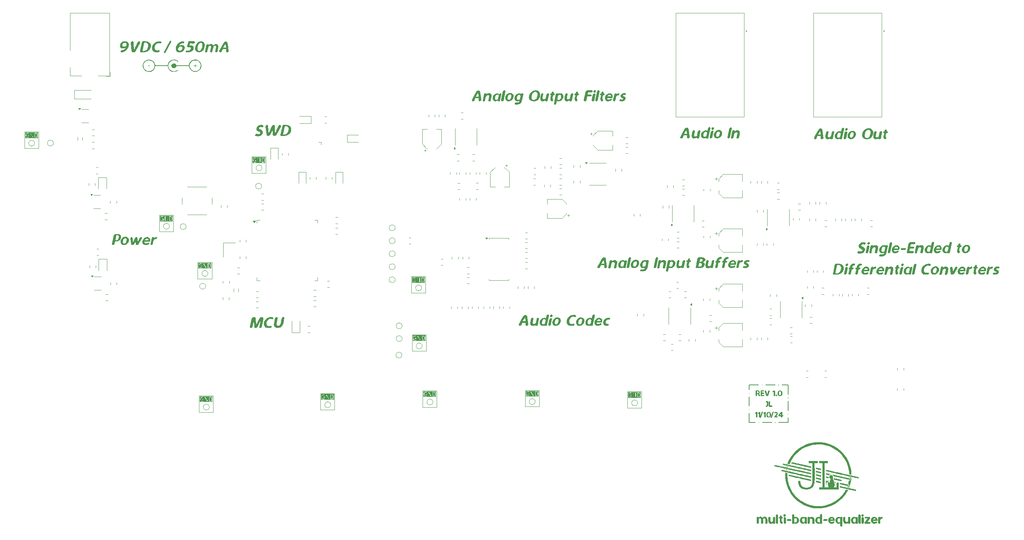
<source format=gbr>
%TF.GenerationSoftware,KiCad,Pcbnew,8.0.6-8.0.6-0~ubuntu22.04.1*%
%TF.CreationDate,2024-11-10T19:06:55-05:00*%
%TF.ProjectId,multi-band-equalizer,6d756c74-692d-4626-916e-642d65717561,rev?*%
%TF.SameCoordinates,Original*%
%TF.FileFunction,Legend,Top*%
%TF.FilePolarity,Positive*%
%FSLAX46Y46*%
G04 Gerber Fmt 4.6, Leading zero omitted, Abs format (unit mm)*
G04 Created by KiCad (PCBNEW 8.0.6-8.0.6-0~ubuntu22.04.1) date 2024-11-10 19:06:55*
%MOMM*%
%LPD*%
G01*
G04 APERTURE LIST*
%ADD10C,0.100000*%
%ADD11C,0.125000*%
%ADD12C,0.300000*%
%ADD13C,0.200000*%
%ADD14C,0.120000*%
%ADD15C,0.000000*%
G04 APERTURE END LIST*
D10*
X287577500Y-226650000D02*
X290902500Y-226650000D01*
X290902500Y-230525000D01*
X287577500Y-230525000D01*
X287577500Y-226650000D01*
X314077500Y-239700000D02*
X317402500Y-239700000D01*
X317402500Y-243575000D01*
X314077500Y-243575000D01*
X314077500Y-239700000D01*
X196777500Y-179050000D02*
X200102500Y-179050000D01*
X200102500Y-182925000D01*
X196777500Y-182925000D01*
X196777500Y-179050000D01*
X237677500Y-241000000D02*
X241002500Y-241000000D01*
X241002500Y-244875000D01*
X237677500Y-244875000D01*
X237677500Y-241000000D01*
X250027500Y-184900000D02*
X253352500Y-184900000D01*
X253352500Y-188775000D01*
X250027500Y-188775000D01*
X250027500Y-184900000D01*
X290077500Y-239800000D02*
X293402500Y-239800000D01*
X293402500Y-243675000D01*
X290077500Y-243675000D01*
X290077500Y-239800000D01*
X266127500Y-240450000D02*
X269452500Y-240450000D01*
X269452500Y-244325000D01*
X266127500Y-244325000D01*
X266127500Y-240450000D01*
X228327500Y-198600000D02*
X231652500Y-198600000D01*
X231652500Y-202475000D01*
X228327500Y-202475000D01*
X228327500Y-198600000D01*
X338077500Y-240000000D02*
X341402500Y-240000000D01*
X341402500Y-243875000D01*
X338077500Y-243875000D01*
X338077500Y-240000000D01*
X237347500Y-209670000D02*
X240672500Y-209670000D01*
X240672500Y-213545000D01*
X237347500Y-213545000D01*
X237347500Y-209670000D01*
X287437500Y-213000000D02*
X290762500Y-213000000D01*
X290762500Y-216875000D01*
X287437500Y-216875000D01*
X287437500Y-213000000D01*
D11*
G36*
X220503988Y-157817342D02*
G01*
X220574634Y-157823984D01*
X220721217Y-157852174D01*
X220869635Y-157915341D01*
X220993720Y-158011116D01*
X221093472Y-158139499D01*
X221149826Y-158251165D01*
X221193188Y-158400365D01*
X221207869Y-158568428D01*
X221197625Y-158727496D01*
X221166309Y-158900422D01*
X221124117Y-159055115D01*
X221113922Y-159087208D01*
X221055597Y-159244884D01*
X220985036Y-159395512D01*
X220902239Y-159539092D01*
X220807207Y-159675624D01*
X220699938Y-159805107D01*
X220580433Y-159927542D01*
X220529205Y-159974542D01*
X220411350Y-160071915D01*
X220291526Y-160156305D01*
X220138977Y-160243535D01*
X219983351Y-160310478D01*
X219824648Y-160357136D01*
X219662868Y-160383508D01*
X219531229Y-160390000D01*
X219463818Y-160386336D01*
X219418388Y-160381939D01*
X219304083Y-160296943D01*
X219287518Y-160149503D01*
X219301152Y-160107899D01*
X219301884Y-160104235D01*
X219388301Y-159980313D01*
X219428647Y-159950362D01*
X219572653Y-159908749D01*
X219576658Y-159909330D01*
X219682903Y-159921053D01*
X219838047Y-159896118D01*
X219973473Y-159837242D01*
X220100129Y-159754642D01*
X220114480Y-159743733D01*
X220236544Y-159637376D01*
X220343075Y-159518616D01*
X220434072Y-159387453D01*
X220477914Y-159309225D01*
X220334109Y-159392938D01*
X220196334Y-159453020D01*
X220046262Y-159492748D01*
X219886847Y-159500546D01*
X219869749Y-159499002D01*
X219839707Y-159499002D01*
X219811864Y-159499002D01*
X219781089Y-159499002D01*
X219623079Y-159486484D01*
X219470831Y-159441525D01*
X219335682Y-159351861D01*
X219247663Y-159237418D01*
X219188495Y-159100077D01*
X219159735Y-158949638D01*
X219161384Y-158786103D01*
X219165722Y-158760813D01*
X219702238Y-158760813D01*
X219749089Y-158909728D01*
X219772296Y-158944326D01*
X219891908Y-159034987D01*
X220043995Y-159072287D01*
X220137195Y-159076950D01*
X220291898Y-159057845D01*
X220438600Y-158992695D01*
X220550627Y-158893348D01*
X220560712Y-158881311D01*
X220640116Y-158751186D01*
X220657432Y-158695931D01*
X220674875Y-158539540D01*
X220650838Y-158385300D01*
X220612003Y-158306852D01*
X220495933Y-158203243D01*
X220353144Y-158164760D01*
X220301326Y-158162505D01*
X220146423Y-158179403D01*
X220005945Y-158230099D01*
X219920307Y-158282672D01*
X219813867Y-158384647D01*
X219737394Y-158521864D01*
X219712945Y-158607271D01*
X219702238Y-158760813D01*
X219165722Y-158760813D01*
X219187771Y-158632265D01*
X219193441Y-158609469D01*
X219245796Y-158448302D01*
X219314109Y-158305244D01*
X219398381Y-158180295D01*
X219535567Y-158041866D01*
X219657075Y-157959173D01*
X219794541Y-157894588D01*
X219947965Y-157848113D01*
X220117348Y-157819747D01*
X220302689Y-157809490D01*
X220503988Y-157817342D01*
G37*
G36*
X221662736Y-158213796D02*
G01*
X221681481Y-158062324D01*
X221760189Y-157938290D01*
X221875282Y-157846777D01*
X222023238Y-157810795D01*
X222093580Y-157810795D01*
X222233785Y-157853569D01*
X222255513Y-157870879D01*
X222325237Y-158001671D01*
X222327321Y-158024752D01*
X222369819Y-158914284D01*
X222380959Y-159074935D01*
X222390564Y-159222397D01*
X222400414Y-159388176D01*
X222409069Y-159559910D01*
X222414804Y-159722759D01*
X222415981Y-159830195D01*
X222427704Y-159830195D01*
X222491492Y-159690396D01*
X222563070Y-159539185D01*
X222642554Y-159372758D01*
X222719124Y-159213160D01*
X222784125Y-159078030D01*
X222855618Y-158929672D01*
X223265213Y-158023286D01*
X223356163Y-157905546D01*
X223400035Y-157873077D01*
X223540856Y-157819553D01*
X223646232Y-157810795D01*
X223652094Y-157810795D01*
X223794804Y-157851135D01*
X223866051Y-157938290D01*
X223890316Y-158088908D01*
X223847000Y-158215994D01*
X222856351Y-160055875D01*
X222768595Y-160179675D01*
X222652790Y-160277949D01*
X222614550Y-160301339D01*
X222472055Y-160364977D01*
X222321459Y-160390000D01*
X222265039Y-160390000D01*
X222119043Y-160367285D01*
X221997593Y-160299141D01*
X221906712Y-160180660D01*
X221870831Y-160050013D01*
X221662736Y-158213796D01*
G37*
G36*
X225241783Y-157816302D02*
G01*
X225394660Y-157832823D01*
X225572457Y-157868962D01*
X225735479Y-157922310D01*
X225883724Y-157992867D01*
X226017193Y-158080634D01*
X226113329Y-158163237D01*
X226215725Y-158279869D01*
X226293935Y-158409489D01*
X226347960Y-158552095D01*
X226377798Y-158707689D01*
X226383451Y-158876270D01*
X226364918Y-159057839D01*
X226350733Y-159134103D01*
X226306630Y-159302849D01*
X226246677Y-159461040D01*
X226170875Y-159608677D01*
X226079223Y-159745759D01*
X225971721Y-159872287D01*
X225848370Y-159988261D01*
X225794592Y-160031695D01*
X225671814Y-160115673D01*
X225541618Y-160188453D01*
X225404002Y-160250037D01*
X225258968Y-160300423D01*
X225106514Y-160339613D01*
X224946642Y-160367605D01*
X224779351Y-160384401D01*
X224604641Y-160390000D01*
X224455164Y-160390000D01*
X224298727Y-160390000D01*
X224151586Y-160390000D01*
X223978891Y-160390000D01*
X223859456Y-160332847D01*
X223838207Y-160190697D01*
X223897701Y-159904200D01*
X224459561Y-159904200D01*
X224484473Y-160048548D01*
X224610503Y-160108632D01*
X224611236Y-160108632D01*
X224775627Y-160096395D01*
X224934128Y-160059685D01*
X225086739Y-159998501D01*
X225233459Y-159912844D01*
X225314655Y-159852909D01*
X225435414Y-159731454D01*
X225527034Y-159594754D01*
X225595001Y-159457854D01*
X225655347Y-159300060D01*
X225698137Y-159158781D01*
X225736050Y-159004129D01*
X225744767Y-158963377D01*
X225766490Y-158802907D01*
X225758945Y-158637116D01*
X225716871Y-158490101D01*
X225640266Y-158361862D01*
X225628263Y-158347152D01*
X225510110Y-158235594D01*
X225371075Y-158155910D01*
X225211157Y-158108100D01*
X225054098Y-158092412D01*
X225030356Y-158092163D01*
X225029624Y-158092163D01*
X224888330Y-158143039D01*
X224879414Y-158150048D01*
X224799032Y-158274189D01*
X224793685Y-158295861D01*
X224459561Y-159904200D01*
X223897701Y-159904200D01*
X224291033Y-158010097D01*
X224366424Y-157879022D01*
X224374564Y-157871612D01*
X224512471Y-157811342D01*
X224517446Y-157810795D01*
X224667584Y-157810795D01*
X224816633Y-157810795D01*
X224966949Y-157810795D01*
X225079449Y-157810795D01*
X225241783Y-157816302D01*
G37*
G36*
X227740719Y-160390000D02*
G01*
X227679903Y-160390000D01*
X227532876Y-160384550D01*
X227364742Y-160362411D01*
X227213996Y-160323241D01*
X227056053Y-160253758D01*
X226923149Y-160159751D01*
X226815283Y-160041221D01*
X226731949Y-159902040D01*
X226674840Y-159748278D01*
X226643953Y-159579937D01*
X226638247Y-159428514D01*
X226650751Y-159266967D01*
X226673866Y-159130439D01*
X226717930Y-158960634D01*
X226777307Y-158801098D01*
X226851997Y-158651829D01*
X226941999Y-158512829D01*
X227047315Y-158384097D01*
X227167943Y-158265633D01*
X227220482Y-158221123D01*
X227358555Y-158118759D01*
X227503498Y-158031029D01*
X227655310Y-157957931D01*
X227813992Y-157899467D01*
X227979543Y-157855635D01*
X228151963Y-157826437D01*
X228222854Y-157818855D01*
X228311515Y-157810795D01*
X228463922Y-157822519D01*
X228615880Y-157848897D01*
X228750419Y-157889930D01*
X228861015Y-157991138D01*
X228860328Y-158098025D01*
X228794749Y-158229549D01*
X228662492Y-158309050D01*
X228514837Y-158307709D01*
X228466120Y-158286336D01*
X228322380Y-158240369D01*
X228217725Y-158232847D01*
X228061196Y-158248646D01*
X227910346Y-158296045D01*
X227765174Y-158375042D01*
X227642807Y-158470085D01*
X227625681Y-158485638D01*
X227514503Y-158604639D01*
X227422681Y-158732756D01*
X227350212Y-158869990D01*
X227297098Y-159016340D01*
X227275436Y-159104061D01*
X227254735Y-159255234D01*
X227259669Y-159415896D01*
X227295104Y-159563644D01*
X227361038Y-159698478D01*
X227371424Y-159714424D01*
X227478869Y-159836977D01*
X227609961Y-159919422D01*
X227764702Y-159961758D01*
X227860887Y-159967948D01*
X228011896Y-159954093D01*
X228133462Y-159918855D01*
X228281879Y-159885985D01*
X228334229Y-159893942D01*
X228340091Y-159893942D01*
X228457428Y-159993067D01*
X228462457Y-160124019D01*
X228395749Y-160261685D01*
X228264319Y-160339458D01*
X228241905Y-160345303D01*
X228089814Y-160374242D01*
X227932402Y-160388428D01*
X227857956Y-160390000D01*
X227799337Y-160390000D01*
X227740719Y-160390000D01*
G37*
G36*
X230784473Y-157782219D02*
G01*
X230885891Y-157672610D01*
X230993301Y-157646664D01*
X230996232Y-157646664D01*
X231128467Y-157712996D01*
X231133985Y-157722135D01*
X231135820Y-157869682D01*
X231122994Y-157898722D01*
X229785764Y-160442023D01*
X229686382Y-160551632D01*
X229577670Y-160577578D01*
X229571075Y-160577578D01*
X229438869Y-160506750D01*
X229436253Y-160502107D01*
X229435772Y-160354084D01*
X229446511Y-160329916D01*
X230784473Y-157782219D01*
G37*
G36*
X234079969Y-157830991D02*
G01*
X234190196Y-157916308D01*
X234202773Y-158064067D01*
X234192394Y-158095094D01*
X234188730Y-158095094D01*
X234102077Y-158218438D01*
X234065632Y-158243838D01*
X233922601Y-158290758D01*
X233891242Y-158288534D01*
X233784264Y-158273879D01*
X233632808Y-158295438D01*
X233485805Y-158352454D01*
X233345915Y-158434235D01*
X233313852Y-158456329D01*
X233191166Y-158552912D01*
X233081761Y-158661676D01*
X232985636Y-158782622D01*
X232902792Y-158915750D01*
X233032064Y-158843038D01*
X233187374Y-158777221D01*
X233347524Y-158731881D01*
X233512511Y-158707016D01*
X233633322Y-158701793D01*
X233795580Y-158714170D01*
X233938063Y-158751301D01*
X234076686Y-158824047D01*
X234189480Y-158929125D01*
X234213643Y-158960446D01*
X234288885Y-159095589D01*
X234324835Y-159243829D01*
X234321492Y-159405167D01*
X234286334Y-159557081D01*
X234278856Y-159579602D01*
X234210746Y-159739611D01*
X234119988Y-159884414D01*
X234006584Y-160014012D01*
X233870531Y-160128404D01*
X233745384Y-160208970D01*
X233605742Y-160279804D01*
X233451605Y-160340907D01*
X233306823Y-160376144D01*
X233148267Y-160389232D01*
X233093301Y-160390000D01*
X233020028Y-160390000D01*
X233005374Y-160390000D01*
X232997314Y-160390000D01*
X232850368Y-160376746D01*
X232763573Y-160359225D01*
X232601560Y-160304453D01*
X232468696Y-160220739D01*
X232364980Y-160108082D01*
X232290414Y-159966482D01*
X232244996Y-159795940D01*
X232235188Y-159699460D01*
X232775119Y-159699460D01*
X232809370Y-159846421D01*
X232918753Y-159958391D01*
X233075922Y-160007378D01*
X233191487Y-160014842D01*
X233344716Y-159987633D01*
X233476472Y-159920034D01*
X233516818Y-159891011D01*
X233625457Y-159784296D01*
X233706395Y-159660224D01*
X233759351Y-159540034D01*
X233788333Y-159391593D01*
X233751616Y-159248419D01*
X233677286Y-159153886D01*
X233548437Y-159069236D01*
X233402420Y-159033079D01*
X233339498Y-159030055D01*
X233183235Y-159051951D01*
X233041426Y-159117639D01*
X232926157Y-159214201D01*
X232890335Y-159254270D01*
X232830304Y-159392483D01*
X232791417Y-159537103D01*
X232775119Y-159699460D01*
X232235188Y-159699460D01*
X232230062Y-159649039D01*
X232231524Y-159485858D01*
X232249382Y-159306397D01*
X232283636Y-159110655D01*
X232325160Y-158958836D01*
X232386075Y-158810666D01*
X232466382Y-158666145D01*
X232566080Y-158525274D01*
X232685170Y-158388052D01*
X232794404Y-158280902D01*
X232884473Y-158202072D01*
X233017842Y-158102191D01*
X233157830Y-158016872D01*
X233304436Y-157946114D01*
X233457662Y-157889918D01*
X233617506Y-157848284D01*
X233783969Y-157821211D01*
X233852408Y-157814459D01*
X233933008Y-157810795D01*
X234079969Y-157830991D01*
G37*
G36*
X235569924Y-158281939D02*
G01*
X235473203Y-158748688D01*
X235669308Y-158755862D01*
X235842988Y-158777384D01*
X235994244Y-158813255D01*
X236161037Y-158883402D01*
X236287965Y-158979058D01*
X236375028Y-159100221D01*
X236422226Y-159246893D01*
X236429559Y-159419073D01*
X236408898Y-159564947D01*
X236362030Y-159707956D01*
X236282974Y-159842059D01*
X236171732Y-159967256D01*
X236050763Y-160067479D01*
X235931891Y-160146001D01*
X235802394Y-160216293D01*
X235640621Y-160284918D01*
X235500498Y-160329000D01*
X235355544Y-160361168D01*
X235205760Y-160381421D01*
X235051147Y-160389761D01*
X235019644Y-160390000D01*
X234867680Y-160384915D01*
X234714646Y-160363438D01*
X234577708Y-160302741D01*
X234560224Y-160283754D01*
X234539707Y-160170914D01*
X234540440Y-160167250D01*
X234617376Y-160040625D01*
X234635695Y-160026566D01*
X234778967Y-159986763D01*
X234826937Y-159992128D01*
X234978150Y-160012158D01*
X235062143Y-160014842D01*
X235218652Y-159999777D01*
X235364771Y-159954581D01*
X235488591Y-159887348D01*
X235602305Y-159793288D01*
X235689587Y-159665606D01*
X235717935Y-159578136D01*
X235723064Y-159555422D01*
X235717649Y-159406446D01*
X235695953Y-159347327D01*
X235593339Y-159234229D01*
X235534020Y-159208108D01*
X235384860Y-159178950D01*
X235233401Y-159170885D01*
X235207223Y-159170739D01*
X235056075Y-159169617D01*
X234963957Y-159164877D01*
X234867243Y-159051415D01*
X234867237Y-159045443D01*
X234890684Y-158935533D01*
X235227007Y-157810795D01*
X236508549Y-157810795D01*
X236648012Y-157870224D01*
X236687335Y-157925833D01*
X236705080Y-158075012D01*
X236658025Y-158170565D01*
X236554408Y-158285103D01*
X236413434Y-158340366D01*
X236396441Y-158339825D01*
X235569924Y-158281939D01*
G37*
G36*
X238302401Y-157819990D02*
G01*
X238461838Y-157855298D01*
X238603191Y-157917088D01*
X238726462Y-158005359D01*
X238831648Y-158120111D01*
X238877460Y-158187418D01*
X238944505Y-158322752D01*
X238988469Y-158474315D01*
X239009351Y-158642107D01*
X239009122Y-158794331D01*
X238992865Y-158957824D01*
X238968319Y-159096734D01*
X238926108Y-159269648D01*
X238873665Y-159431184D01*
X238810989Y-159581343D01*
X238738082Y-159720125D01*
X238654941Y-159847530D01*
X238561568Y-159963557D01*
X238521354Y-160006782D01*
X238391970Y-160122797D01*
X238250016Y-160218049D01*
X238095490Y-160292538D01*
X237928394Y-160346265D01*
X237779544Y-160375177D01*
X237686044Y-160385603D01*
X237645744Y-160390000D01*
X237627425Y-160390000D01*
X237616434Y-160390000D01*
X237606176Y-160390000D01*
X237549756Y-160383405D01*
X237396856Y-160349012D01*
X237235290Y-160293714D01*
X237097628Y-160223114D01*
X236967237Y-160121409D01*
X236869383Y-159998876D01*
X236858060Y-159979672D01*
X236795184Y-159832265D01*
X236763671Y-159686103D01*
X236752817Y-159521651D01*
X236758047Y-159404422D01*
X237321408Y-159404422D01*
X237322134Y-159561726D01*
X237346234Y-159718404D01*
X237373901Y-159803817D01*
X237449407Y-159939829D01*
X237566460Y-160036550D01*
X237686044Y-160061737D01*
X237840500Y-160023509D01*
X237973465Y-159933249D01*
X238082619Y-159822813D01*
X238110293Y-159789895D01*
X238205319Y-159653882D01*
X238277272Y-159513683D01*
X238338776Y-159353710D01*
X238383178Y-159200850D01*
X238408514Y-159090872D01*
X238437503Y-158925166D01*
X238452478Y-158774814D01*
X238452237Y-158618807D01*
X238428607Y-158466102D01*
X238401187Y-158384521D01*
X238327527Y-158255078D01*
X238209100Y-158163029D01*
X238085381Y-158139057D01*
X237936420Y-158167803D01*
X237804758Y-158243823D01*
X237689321Y-158352865D01*
X237664062Y-158382323D01*
X237568944Y-158518931D01*
X237496761Y-158660628D01*
X237443095Y-158798547D01*
X237397002Y-158951664D01*
X237364376Y-159090872D01*
X237335911Y-159254577D01*
X237321408Y-159404422D01*
X236758047Y-159404422D01*
X236759554Y-159370637D01*
X236780638Y-159206921D01*
X236800175Y-159102595D01*
X236843459Y-158929724D01*
X236899122Y-158766943D01*
X236967164Y-158614250D01*
X237047585Y-158471647D01*
X237140386Y-158339134D01*
X237245565Y-158216709D01*
X237291103Y-158170565D01*
X237410551Y-158066920D01*
X237535794Y-157980842D01*
X237666834Y-157912332D01*
X237831732Y-157853307D01*
X237975523Y-157823443D01*
X238125110Y-157811146D01*
X238155723Y-157810795D01*
X238302401Y-157819990D01*
G37*
G36*
X242163015Y-159412540D02*
G01*
X242129527Y-159573862D01*
X242097379Y-159728731D01*
X242062402Y-159897222D01*
X242029063Y-160057827D01*
X242010607Y-160146734D01*
X241948726Y-160280535D01*
X241908025Y-160322588D01*
X241769494Y-160383416D01*
X241688207Y-160390000D01*
X241683078Y-160390000D01*
X241533448Y-160361341D01*
X241452755Y-160229890D01*
X241460328Y-160147466D01*
X241662561Y-159173670D01*
X241658428Y-159026743D01*
X241612736Y-158941395D01*
X241487113Y-158856750D01*
X241403175Y-158845408D01*
X241257336Y-158880022D01*
X241167970Y-158943593D01*
X241074924Y-159059557D01*
X241030949Y-159177334D01*
X240830182Y-160144535D01*
X240767533Y-160283296D01*
X240733462Y-160320390D01*
X240594986Y-160384493D01*
X240523901Y-160390000D01*
X240473343Y-160390000D01*
X240327577Y-160354418D01*
X240293824Y-160321123D01*
X240263771Y-160172940D01*
X240268179Y-160147466D01*
X240470412Y-159175136D01*
X240464573Y-159021835D01*
X240422052Y-158943593D01*
X240297421Y-158857010D01*
X240212492Y-158845408D01*
X240068674Y-158877865D01*
X239969958Y-158947990D01*
X239880392Y-159064902D01*
X239838800Y-159177334D01*
X239637300Y-160146001D01*
X239575122Y-160281070D01*
X239534718Y-160322588D01*
X239400626Y-160383416D01*
X239322959Y-160390000D01*
X239284857Y-160390000D01*
X239140973Y-160359176D01*
X239101675Y-160324787D01*
X239069759Y-160180640D01*
X239075297Y-160146734D01*
X239375716Y-158700327D01*
X239449627Y-158568876D01*
X239453385Y-158565505D01*
X239593336Y-158514214D01*
X239799965Y-158514214D01*
X239912806Y-158569169D01*
X239937718Y-158700327D01*
X240005862Y-158647571D01*
X240129210Y-158553758D01*
X240260963Y-158489244D01*
X240307746Y-158475380D01*
X240452568Y-158451334D01*
X240605479Y-158458134D01*
X240755094Y-158515231D01*
X240873715Y-158625271D01*
X240950720Y-158761730D01*
X240961340Y-158788255D01*
X240973797Y-158788255D01*
X241095495Y-158691303D01*
X241220743Y-158600527D01*
X241355293Y-158519157D01*
X241469854Y-158475380D01*
X241625393Y-158457193D01*
X241783283Y-158469185D01*
X241932645Y-158526681D01*
X242048851Y-158630889D01*
X242083880Y-158682009D01*
X242146021Y-158816142D01*
X242183056Y-158964651D01*
X242194987Y-159127535D01*
X242185233Y-159278591D01*
X242163015Y-159412540D01*
G37*
G36*
X244132700Y-157889979D02*
G01*
X244224913Y-157949281D01*
X244321925Y-158069709D01*
X244358270Y-158187418D01*
X244384101Y-158363301D01*
X244408900Y-158532149D01*
X244432923Y-158695721D01*
X244461596Y-158890951D01*
X244483294Y-159038694D01*
X244507059Y-159200506D01*
X244532891Y-159376390D01*
X244560789Y-159566344D01*
X244590754Y-159770369D01*
X244622785Y-159988464D01*
X244607056Y-160138586D01*
X244528263Y-160261772D01*
X244411108Y-160353810D01*
X244260817Y-160390000D01*
X244216853Y-160390000D01*
X244073982Y-160345660D01*
X244051989Y-160327718D01*
X243984673Y-160194143D01*
X243984578Y-160177508D01*
X243986776Y-159665331D01*
X243226204Y-159665331D01*
X243024704Y-160170914D01*
X242939271Y-160293343D01*
X242889149Y-160329916D01*
X242746178Y-160384132D01*
X242675925Y-160390000D01*
X242632694Y-160390000D01*
X242491169Y-160349428D01*
X242420203Y-160261772D01*
X242394881Y-160112905D01*
X242437055Y-159988464D01*
X242807533Y-159311423D01*
X243336113Y-159311423D01*
X243987509Y-159311423D01*
X243854885Y-158389651D01*
X243336113Y-159311423D01*
X242807533Y-159311423D01*
X243418179Y-158195478D01*
X243503470Y-158072259D01*
X243613165Y-157973163D01*
X243648988Y-157949281D01*
X243784207Y-157883539D01*
X243928891Y-157857690D01*
X243985311Y-157857690D01*
X244132700Y-157889979D01*
G37*
D12*
G36*
X370908428Y-270196962D02*
G01*
X370908428Y-270331397D01*
X370908428Y-270460455D01*
X370908428Y-270600864D01*
X370908428Y-270734702D01*
X370908428Y-270808791D01*
X370876569Y-270930756D01*
X370846757Y-270969380D01*
X370736324Y-271023764D01*
X370656858Y-271031052D01*
X370652584Y-271031052D01*
X370530680Y-271013519D01*
X370430202Y-270935595D01*
X370400403Y-270809401D01*
X370400403Y-269997904D01*
X370370111Y-269879122D01*
X370322856Y-269818386D01*
X370215380Y-269754367D01*
X370141506Y-269743892D01*
X370022107Y-269776237D01*
X369972368Y-269818996D01*
X369912023Y-269926711D01*
X369902148Y-270000957D01*
X369902148Y-270806959D01*
X369872812Y-270928362D01*
X369845361Y-270966938D01*
X369735822Y-271024790D01*
X369665232Y-271031052D01*
X369621879Y-271031052D01*
X369500777Y-271008664D01*
X369442971Y-270967548D01*
X369388017Y-270854548D01*
X369384353Y-270809401D01*
X369384353Y-269999125D01*
X369354538Y-269880343D01*
X369308027Y-269819607D01*
X369201457Y-269754539D01*
X369126066Y-269743892D01*
X369003436Y-269777551D01*
X368953264Y-269822049D01*
X368895543Y-269930289D01*
X368886098Y-270000957D01*
X368886098Y-270808180D01*
X368854238Y-270930886D01*
X368824426Y-270968770D01*
X368711633Y-271024969D01*
X368641855Y-271031052D01*
X368609493Y-271031052D01*
X368486940Y-271009740D01*
X368428142Y-270970601D01*
X368372043Y-270856914D01*
X368368303Y-270808791D01*
X368368303Y-269603452D01*
X368406917Y-269487280D01*
X368415320Y-269477667D01*
X368530452Y-269429009D01*
X368539883Y-269428818D01*
X368716349Y-269428818D01*
X368832805Y-269476954D01*
X368836028Y-269480109D01*
X368878770Y-269581470D01*
X368901363Y-269546055D01*
X368992990Y-269464909D01*
X369105725Y-269406340D01*
X369137057Y-269397067D01*
X369260252Y-269376077D01*
X369395807Y-269381115D01*
X369517966Y-269419125D01*
X369626731Y-269490108D01*
X369722100Y-269594064D01*
X369764761Y-269658407D01*
X369756823Y-269657185D01*
X369856400Y-269565014D01*
X369957608Y-269483860D01*
X370065228Y-269418697D01*
X370128072Y-269397067D01*
X370261516Y-269381403D01*
X370402604Y-269391834D01*
X370527972Y-269433179D01*
X370637621Y-269505436D01*
X370706317Y-269575975D01*
X370785070Y-269690215D01*
X370844479Y-269816552D01*
X370880007Y-269934468D01*
X370901323Y-270061271D01*
X370908428Y-270196962D01*
G37*
G36*
X371089168Y-270260465D02*
G01*
X371089168Y-270124689D01*
X371089168Y-269994343D01*
X371089168Y-269852532D01*
X371089168Y-269717359D01*
X371089168Y-269642531D01*
X371127336Y-269524515D01*
X371163052Y-269481941D01*
X371279093Y-269433021D01*
X371345623Y-269428818D01*
X371350508Y-269428818D01*
X371476811Y-269447116D01*
X371532469Y-269480720D01*
X371599688Y-269588371D01*
X371606963Y-269641310D01*
X371606963Y-270294049D01*
X371620976Y-270415443D01*
X371681091Y-270528860D01*
X371750456Y-270577981D01*
X371867604Y-270615854D01*
X371996378Y-270608893D01*
X372070414Y-270576760D01*
X372167670Y-270496684D01*
X372212546Y-270378081D01*
X372212685Y-270370375D01*
X372212685Y-269663292D01*
X372242739Y-269540741D01*
X372289622Y-269480720D01*
X372406225Y-269432924D01*
X372472804Y-269428818D01*
X372477689Y-269428818D01*
X372602462Y-269447116D01*
X372657818Y-269480720D01*
X372720262Y-269586670D01*
X372730480Y-269663292D01*
X372730480Y-270856418D01*
X372688083Y-270972517D01*
X372682242Y-270979150D01*
X372569327Y-271030849D01*
X372560121Y-271031052D01*
X372384876Y-271031052D01*
X372271139Y-270982215D01*
X372264587Y-270975486D01*
X372212685Y-270890612D01*
X372101429Y-270950062D01*
X371960651Y-271008408D01*
X371828516Y-271042846D01*
X371705026Y-271053374D01*
X371562818Y-271032912D01*
X371434116Y-270975092D01*
X371318921Y-270879914D01*
X371276624Y-270831383D01*
X371203582Y-270723504D01*
X371148480Y-270606100D01*
X371111319Y-270479171D01*
X371092097Y-270342716D01*
X371089168Y-270260465D01*
G37*
G36*
X373411918Y-270755668D02*
G01*
X373384364Y-270880226D01*
X373333760Y-270951062D01*
X373227601Y-271017850D01*
X373139587Y-271031052D01*
X373134091Y-271031052D01*
X373014632Y-271003067D01*
X372944803Y-270951673D01*
X372878015Y-270843101D01*
X372864814Y-270755668D01*
X372864814Y-269116188D01*
X372892152Y-268992865D01*
X372942361Y-268922625D01*
X373046559Y-268855837D01*
X373133481Y-268842636D01*
X373138366Y-268842636D01*
X373261689Y-268870835D01*
X373331928Y-268922625D01*
X373398716Y-269029158D01*
X373411918Y-269116188D01*
X373411918Y-270755668D01*
G37*
G36*
X374256998Y-270256802D02*
G01*
X374267527Y-270385489D01*
X374308995Y-270503287D01*
X374390110Y-270582255D01*
X374468573Y-270682090D01*
X374462635Y-270805918D01*
X374452392Y-270839931D01*
X374394318Y-270956395D01*
X374291054Y-271026385D01*
X374249060Y-271031052D01*
X374119938Y-271005888D01*
X374008109Y-270930397D01*
X373931096Y-270833768D01*
X373896740Y-270773375D01*
X373849189Y-270658314D01*
X373815224Y-270528674D01*
X373796649Y-270403281D01*
X373788476Y-270266726D01*
X373788052Y-270225661D01*
X373788052Y-269819607D01*
X373743477Y-269819607D01*
X373623598Y-269783142D01*
X373609754Y-269771980D01*
X373554072Y-269661290D01*
X373553578Y-269646805D01*
X373553578Y-269643752D01*
X373597709Y-269529604D01*
X373607312Y-269519799D01*
X373722984Y-269468708D01*
X373742867Y-269467897D01*
X373788052Y-269467897D01*
X373788052Y-269318909D01*
X373820509Y-269194810D01*
X373890634Y-269120462D01*
X374007314Y-269079183D01*
X374050002Y-269077109D01*
X374057329Y-269077109D01*
X374170400Y-269133185D01*
X374191052Y-269155877D01*
X374250558Y-269266781D01*
X374256998Y-269318909D01*
X374256998Y-269467897D01*
X374367518Y-269467897D01*
X374481701Y-269521631D01*
X374530359Y-269635261D01*
X374530550Y-269643752D01*
X374530550Y-269646805D01*
X374491434Y-269764101D01*
X374482922Y-269773201D01*
X374367518Y-269819607D01*
X374256998Y-269819607D01*
X374256998Y-270256802D01*
G37*
G36*
X374969576Y-271031052D02*
G01*
X374846548Y-271002852D01*
X374776014Y-270951062D01*
X374709736Y-270843510D01*
X374696635Y-270756278D01*
X374696635Y-269744502D01*
X374724834Y-269620534D01*
X374776624Y-269549108D01*
X374884709Y-269481300D01*
X374969576Y-269467897D01*
X374972019Y-269467897D01*
X375092634Y-269496527D01*
X375163749Y-269549108D01*
X375230538Y-269657170D01*
X375243739Y-269744502D01*
X375243739Y-270755057D01*
X375215109Y-270879026D01*
X375162528Y-270950451D01*
X375056483Y-271017749D01*
X374972019Y-271031052D01*
X374969576Y-271031052D01*
G37*
G36*
X375204660Y-269075888D02*
G01*
X375175600Y-269200151D01*
X375122228Y-269271282D01*
X375015322Y-269337560D01*
X374929276Y-269350661D01*
X374806169Y-269322677D01*
X374736324Y-269271282D01*
X374670556Y-269164024D01*
X374657556Y-269076498D01*
X374685756Y-268952291D01*
X374737546Y-268882936D01*
X374843568Y-268816657D01*
X374930497Y-268803557D01*
X375051407Y-268830465D01*
X375122228Y-268879883D01*
X375191056Y-268986392D01*
X375204660Y-269075888D01*
G37*
G36*
X376504032Y-270175591D02*
G01*
X376461866Y-270290754D01*
X376444803Y-270309314D01*
X376334634Y-270364693D01*
X376304974Y-270366711D01*
X375647961Y-270366711D01*
X375529947Y-270328820D01*
X375507521Y-270309314D01*
X375450334Y-270198224D01*
X375448903Y-270174980D01*
X375448903Y-270170706D01*
X375491069Y-270051969D01*
X375508132Y-270033319D01*
X375618301Y-269977940D01*
X375647961Y-269975922D01*
X376304974Y-269975922D01*
X376423174Y-270015023D01*
X376445414Y-270035151D01*
X376502601Y-270147497D01*
X376504032Y-270171927D01*
X376504032Y-270175591D01*
G37*
G36*
X377040608Y-268825582D02*
G01*
X377110365Y-268873166D01*
X377169319Y-268981656D01*
X377175700Y-269041083D01*
X377175700Y-269512472D01*
X377292851Y-269461495D01*
X377414571Y-269435436D01*
X377524357Y-269428818D01*
X377662067Y-269440068D01*
X377790429Y-269473815D01*
X377909440Y-269530061D01*
X378019101Y-269608804D01*
X378077567Y-269663902D01*
X378167739Y-269771994D01*
X378235764Y-269888968D01*
X378281641Y-270014825D01*
X378305371Y-270149564D01*
X378308987Y-270230546D01*
X378297913Y-270369676D01*
X378264691Y-270500157D01*
X378209322Y-270621990D01*
X378131806Y-270735174D01*
X378077567Y-270795968D01*
X377973248Y-270887568D01*
X377859580Y-270956670D01*
X377736562Y-271003273D01*
X377604193Y-271027378D01*
X377524357Y-271031052D01*
X377391420Y-271020806D01*
X377272192Y-270990069D01*
X377175700Y-270944345D01*
X377140285Y-270994415D01*
X377059684Y-271031052D01*
X376936616Y-271031052D01*
X376808525Y-271031052D01*
X376773920Y-271031052D01*
X376695152Y-270994415D01*
X376657905Y-270913815D01*
X376657905Y-269899597D01*
X377175700Y-269899597D01*
X377175700Y-270027189D01*
X377175700Y-270149678D01*
X377175700Y-270282941D01*
X377175700Y-270409966D01*
X377175700Y-270480284D01*
X377200692Y-270603003D01*
X377291639Y-270693262D01*
X377327130Y-270708040D01*
X377448998Y-270722515D01*
X377484056Y-270718421D01*
X377608184Y-270685678D01*
X377700822Y-270602405D01*
X377762598Y-270491008D01*
X377788986Y-270370823D01*
X377791192Y-270320305D01*
X377791192Y-270198031D01*
X377791192Y-270102929D01*
X377776123Y-269978575D01*
X377748449Y-269901428D01*
X377674074Y-269802188D01*
X377637929Y-269780528D01*
X377517303Y-269741366D01*
X377391680Y-269746976D01*
X377347891Y-269760989D01*
X377235539Y-269822813D01*
X377175700Y-269899597D01*
X376657905Y-269899597D01*
X376657905Y-269042915D01*
X376687481Y-268923942D01*
X376733620Y-268869502D01*
X376844830Y-268811349D01*
X376912528Y-268803557D01*
X376918634Y-268803557D01*
X377040608Y-268825582D01*
G37*
G36*
X379398997Y-269439008D02*
G01*
X379520474Y-269480403D01*
X379613668Y-269572108D01*
X379623624Y-269591851D01*
X379680410Y-269522852D01*
X379790808Y-269469239D01*
X379815354Y-269467897D01*
X379942971Y-269467897D01*
X380062900Y-269507455D01*
X380081579Y-269523463D01*
X380135648Y-269633077D01*
X380138366Y-269668176D01*
X380138366Y-270912594D01*
X380101119Y-270998689D01*
X380017465Y-271031052D01*
X379813523Y-271031052D01*
X379704867Y-270973174D01*
X379701171Y-270969380D01*
X379603474Y-270901603D01*
X379530812Y-270918700D01*
X379420491Y-270982666D01*
X379301450Y-271027102D01*
X379263976Y-271031052D01*
X379129058Y-271019802D01*
X379003197Y-270986055D01*
X378886394Y-270929809D01*
X378778648Y-270851066D01*
X378721146Y-270795968D01*
X378633829Y-270688949D01*
X378567958Y-270572521D01*
X378523533Y-270446686D01*
X378500555Y-270311441D01*
X378497054Y-270229935D01*
X378500547Y-270184750D01*
X379014848Y-270184750D01*
X379014848Y-270295881D01*
X379029561Y-270423848D01*
X379078315Y-270542726D01*
X379103997Y-270580423D01*
X379195928Y-270664134D01*
X379318931Y-270697049D01*
X379442185Y-270689794D01*
X379470972Y-270682395D01*
X379573237Y-270614441D01*
X379618233Y-270499270D01*
X379620571Y-270457691D01*
X379620571Y-270332916D01*
X379620571Y-270189287D01*
X379620571Y-270053421D01*
X379620571Y-269924764D01*
X379620571Y-269889827D01*
X379536910Y-269792629D01*
X379455096Y-269753051D01*
X379330225Y-269730411D01*
X379201379Y-269755455D01*
X379163837Y-269771369D01*
X379073047Y-269861558D01*
X379032454Y-269980252D01*
X379017176Y-270102824D01*
X379014848Y-270184750D01*
X378500547Y-270184750D01*
X378507923Y-270089315D01*
X378540531Y-269958103D01*
X378594877Y-269836299D01*
X378670962Y-269723904D01*
X378724199Y-269663902D01*
X378827896Y-269572302D01*
X378940767Y-269503200D01*
X379062813Y-269456597D01*
X379194033Y-269432492D01*
X379273135Y-269428818D01*
X379398997Y-269439008D01*
G37*
G36*
X381931108Y-270209174D02*
G01*
X381931108Y-270346158D01*
X381931108Y-270477663D01*
X381931108Y-270620735D01*
X381931108Y-270757111D01*
X381931108Y-270832604D01*
X381901532Y-270953915D01*
X381855393Y-271016397D01*
X381738227Y-271065880D01*
X381671600Y-271070130D01*
X381669768Y-271070130D01*
X381544995Y-271051833D01*
X381489639Y-271018229D01*
X381424047Y-270910991D01*
X381413313Y-270833825D01*
X381413313Y-270180476D01*
X381399598Y-270051115D01*
X381346934Y-269938229D01*
X381272874Y-269879446D01*
X381153449Y-269850997D01*
X381026365Y-269877772D01*
X380965128Y-269908756D01*
X380865694Y-269981714D01*
X380807301Y-270094070D01*
X380807591Y-270099876D01*
X380807591Y-270832604D01*
X380779207Y-270955107D01*
X380734929Y-271015786D01*
X380619834Y-271065832D01*
X380554189Y-271070130D01*
X380545641Y-271070130D01*
X380421162Y-271051833D01*
X380365511Y-271018229D01*
X380300444Y-270909560D01*
X380289796Y-270833825D01*
X380289796Y-269608948D01*
X380333927Y-269491271D01*
X380343530Y-269481331D01*
X380455621Y-269429024D01*
X380463819Y-269428818D01*
X380636621Y-269428818D01*
X380749974Y-269475457D01*
X380759353Y-269485605D01*
X380807544Y-269600564D01*
X380807591Y-269604673D01*
X380789883Y-269604673D01*
X380902655Y-269533347D01*
X381012280Y-269473814D01*
X381130046Y-269428548D01*
X381154416Y-269423323D01*
X381282584Y-269409838D01*
X381423634Y-269416993D01*
X381550774Y-269449608D01*
X381664003Y-269507683D01*
X381763322Y-269591217D01*
X381807765Y-269642531D01*
X381867389Y-269752773D01*
X381904006Y-269883042D01*
X381923399Y-270021947D01*
X381930626Y-270159520D01*
X381931108Y-270209174D01*
G37*
G36*
X383617233Y-268794770D02*
G01*
X383678055Y-268842025D01*
X383742598Y-268949358D01*
X383753160Y-269025207D01*
X383753160Y-270907098D01*
X383720187Y-270992583D01*
X383635923Y-271031052D01*
X383352601Y-271031052D01*
X383266506Y-270992583D01*
X383233533Y-270944345D01*
X383117298Y-270997182D01*
X382996418Y-271024193D01*
X382887319Y-271031052D01*
X382750647Y-271019802D01*
X382623267Y-270986055D01*
X382505178Y-270929809D01*
X382396381Y-270851066D01*
X382338383Y-270795968D01*
X382250114Y-270688949D01*
X382183525Y-270572521D01*
X382138616Y-270446686D01*
X382115387Y-270311441D01*
X382111848Y-270229935D01*
X382121941Y-270098654D01*
X382629643Y-270098654D01*
X382629643Y-270220895D01*
X382629643Y-270298934D01*
X382644154Y-270426010D01*
X382692239Y-270544153D01*
X382717570Y-270581645D01*
X382809698Y-270664479D01*
X382928079Y-270696937D01*
X382936167Y-270697049D01*
X383061393Y-270688710D01*
X383085156Y-270682395D01*
X383187838Y-270615209D01*
X383233018Y-270501273D01*
X383235365Y-270460134D01*
X383235365Y-270336298D01*
X383235365Y-270193749D01*
X383235365Y-270058906D01*
X383235365Y-269931217D01*
X383235365Y-269896543D01*
X383155747Y-269803330D01*
X383067448Y-269759767D01*
X382943996Y-269737127D01*
X382817271Y-269762172D01*
X382780463Y-269778086D01*
X382689796Y-269861776D01*
X382670553Y-269897765D01*
X382635396Y-270019171D01*
X382629643Y-270098654D01*
X382121941Y-270098654D01*
X382122659Y-270089315D01*
X382155091Y-269958103D01*
X382209145Y-269836299D01*
X382284821Y-269723904D01*
X382337772Y-269663902D01*
X382441231Y-269572302D01*
X382553923Y-269503200D01*
X382675847Y-269456597D01*
X382807005Y-269432492D01*
X382886098Y-269428818D01*
X383017453Y-269438703D01*
X383136976Y-269468358D01*
X383235365Y-269512472D01*
X383235365Y-269028260D01*
X383264464Y-268905089D01*
X383309859Y-268842636D01*
X383416715Y-268775469D01*
X383491820Y-268764478D01*
X383497926Y-268764478D01*
X383617233Y-268794770D01*
G37*
G36*
X385025665Y-270175591D02*
G01*
X384983499Y-270290754D01*
X384966436Y-270309314D01*
X384856267Y-270364693D01*
X384826607Y-270366711D01*
X384169594Y-270366711D01*
X384051580Y-270328820D01*
X384029154Y-270309314D01*
X383971967Y-270198224D01*
X383970536Y-270174980D01*
X383970536Y-270170706D01*
X384012702Y-270051969D01*
X384029765Y-270033319D01*
X384139934Y-269977940D01*
X384169594Y-269975922D01*
X384826607Y-269975922D01*
X384944807Y-270015023D01*
X384967047Y-270035151D01*
X385024234Y-270147497D01*
X385025665Y-270171927D01*
X385025665Y-270175591D01*
G37*
G36*
X386057231Y-269439483D02*
G01*
X386183693Y-269471477D01*
X386302032Y-269524801D01*
X386412249Y-269599454D01*
X386471583Y-269651690D01*
X386561993Y-269755274D01*
X386630197Y-269871012D01*
X386676196Y-269998906D01*
X386699988Y-270138955D01*
X386703613Y-270224439D01*
X386703613Y-270226271D01*
X386664992Y-270347629D01*
X386549130Y-270388082D01*
X385635661Y-270388082D01*
X385683317Y-270504281D01*
X385723589Y-270559663D01*
X385834470Y-270628834D01*
X385965153Y-270650188D01*
X386097941Y-270629026D01*
X386207800Y-270588361D01*
X386383655Y-270510204D01*
X386509965Y-270494018D01*
X386581492Y-270549282D01*
X386629255Y-270662562D01*
X386626066Y-270756278D01*
X386613243Y-270750783D01*
X386542606Y-270859263D01*
X386457539Y-270915036D01*
X386344080Y-270965793D01*
X386211311Y-271002048D01*
X386079298Y-271021875D01*
X385954376Y-271030032D01*
X385887842Y-271031052D01*
X385757020Y-271016511D01*
X385628945Y-270972891D01*
X385519133Y-270910869D01*
X385411426Y-270826582D01*
X385381038Y-270798410D01*
X385299279Y-270707649D01*
X385225273Y-270592862D01*
X385174291Y-270468492D01*
X385146333Y-270334537D01*
X385140459Y-270232988D01*
X385151533Y-270092013D01*
X385161098Y-270054080D01*
X385620396Y-270054080D01*
X386310993Y-270054080D01*
X386263319Y-269933508D01*
X386184769Y-269839967D01*
X386159562Y-269823271D01*
X386044791Y-269776103D01*
X385936080Y-269762821D01*
X385810758Y-269795278D01*
X385713819Y-269865403D01*
X385644410Y-269968872D01*
X385620396Y-270054080D01*
X385161098Y-270054080D01*
X385184754Y-269960271D01*
X385240123Y-269837762D01*
X385317640Y-269724486D01*
X385371879Y-269663902D01*
X385478376Y-269572302D01*
X385592704Y-269503200D01*
X385714863Y-269456597D01*
X385844852Y-269432492D01*
X385922647Y-269428818D01*
X386057231Y-269439483D01*
G37*
G36*
X388440180Y-269459349D02*
G01*
X388476816Y-269547887D01*
X388476816Y-271434663D01*
X388451415Y-271554304D01*
X388404765Y-271620287D01*
X388298290Y-271684830D01*
X388221583Y-271695392D01*
X388214866Y-271695392D01*
X388095607Y-271666770D01*
X388037790Y-271622119D01*
X387972021Y-271518600D01*
X387959022Y-271437105D01*
X387959022Y-270946788D01*
X387841842Y-270998136D01*
X387720850Y-271024386D01*
X387612197Y-271031052D01*
X387475258Y-271019832D01*
X387347611Y-270986172D01*
X387229255Y-270930072D01*
X387120190Y-270851533D01*
X387062040Y-270796578D01*
X386973771Y-270689768D01*
X386907182Y-270573432D01*
X386862273Y-270447572D01*
X386839044Y-270312186D01*
X386835504Y-270230546D01*
X386840993Y-270159105D01*
X387353299Y-270159105D01*
X387353299Y-270282066D01*
X387353299Y-270377702D01*
X387369280Y-270503544D01*
X387394210Y-270573096D01*
X387468407Y-270674298D01*
X387505340Y-270698271D01*
X387623486Y-270734859D01*
X387746438Y-270727379D01*
X387789273Y-270712925D01*
X387900098Y-270649117D01*
X387959022Y-270573707D01*
X387959022Y-270000347D01*
X387934332Y-269879418D01*
X387844485Y-269791977D01*
X387809423Y-269778086D01*
X387686168Y-269760380D01*
X387657382Y-269762821D01*
X387534724Y-269794701D01*
X387443669Y-269875783D01*
X387381893Y-269985611D01*
X387355506Y-270107269D01*
X387353299Y-270159105D01*
X386840993Y-270159105D01*
X386846345Y-270089449D01*
X386878865Y-269957878D01*
X386933065Y-269835833D01*
X387008945Y-269723312D01*
X387062040Y-269663292D01*
X387165795Y-269571929D01*
X387278841Y-269503007D01*
X387401179Y-269456525D01*
X387532808Y-269432482D01*
X387612197Y-269428818D01*
X387743815Y-269439497D01*
X387862445Y-269471532D01*
X387959022Y-269519188D01*
X387990163Y-269468508D01*
X388075037Y-269428818D01*
X388360801Y-269428818D01*
X388440180Y-269459349D01*
G37*
G36*
X388650229Y-270260465D02*
G01*
X388650229Y-270124689D01*
X388650229Y-269994343D01*
X388650229Y-269852532D01*
X388650229Y-269717359D01*
X388650229Y-269642531D01*
X388688397Y-269524515D01*
X388724112Y-269481941D01*
X388840153Y-269433021D01*
X388906684Y-269428818D01*
X388911569Y-269428818D01*
X389037871Y-269447116D01*
X389093530Y-269480720D01*
X389160749Y-269588371D01*
X389168024Y-269641310D01*
X389168024Y-270294049D01*
X389182037Y-270415443D01*
X389242152Y-270528860D01*
X389311516Y-270577981D01*
X389428665Y-270615854D01*
X389557438Y-270608893D01*
X389631474Y-270576760D01*
X389728730Y-270496684D01*
X389773607Y-270378081D01*
X389773746Y-270370375D01*
X389773746Y-269663292D01*
X389803799Y-269540741D01*
X389850682Y-269480720D01*
X389967286Y-269432924D01*
X390033865Y-269428818D01*
X390038749Y-269428818D01*
X390163523Y-269447116D01*
X390218878Y-269480720D01*
X390281323Y-269586670D01*
X390291541Y-269663292D01*
X390291541Y-270856418D01*
X390249144Y-270972517D01*
X390243303Y-270979150D01*
X390130388Y-271030849D01*
X390121181Y-271031052D01*
X389945937Y-271031052D01*
X389832200Y-270982215D01*
X389825648Y-270975486D01*
X389773746Y-270890612D01*
X389662490Y-270950062D01*
X389521711Y-271008408D01*
X389389577Y-271042846D01*
X389266086Y-271053374D01*
X389123879Y-271032912D01*
X388995177Y-270975092D01*
X388879982Y-270879914D01*
X388837685Y-270831383D01*
X388764643Y-270723504D01*
X388709541Y-270606100D01*
X388672379Y-270479171D01*
X388653158Y-270342716D01*
X388650229Y-270260465D01*
G37*
G36*
X391366896Y-269439008D02*
G01*
X391488374Y-269480403D01*
X391581568Y-269572108D01*
X391591523Y-269591851D01*
X391648310Y-269522852D01*
X391758707Y-269469239D01*
X391783254Y-269467897D01*
X391910871Y-269467897D01*
X392030800Y-269507455D01*
X392049479Y-269523463D01*
X392103548Y-269633077D01*
X392106265Y-269668176D01*
X392106265Y-270912594D01*
X392069018Y-270998689D01*
X391985365Y-271031052D01*
X391781422Y-271031052D01*
X391672766Y-270973174D01*
X391669070Y-270969380D01*
X391571373Y-270901603D01*
X391498711Y-270918700D01*
X391388391Y-270982666D01*
X391269349Y-271027102D01*
X391231876Y-271031052D01*
X391096957Y-271019802D01*
X390971096Y-270986055D01*
X390854293Y-270929809D01*
X390746548Y-270851066D01*
X390689046Y-270795968D01*
X390601729Y-270688949D01*
X390535858Y-270572521D01*
X390491433Y-270446686D01*
X390468455Y-270311441D01*
X390464953Y-270229935D01*
X390468446Y-270184750D01*
X390982748Y-270184750D01*
X390982748Y-270295881D01*
X390997461Y-270423848D01*
X391046214Y-270542726D01*
X391071897Y-270580423D01*
X391163828Y-270664134D01*
X391286830Y-270697049D01*
X391410085Y-270689794D01*
X391438872Y-270682395D01*
X391541136Y-270614441D01*
X391586133Y-270499270D01*
X391588470Y-270457691D01*
X391588470Y-270332916D01*
X391588470Y-270189287D01*
X391588470Y-270053421D01*
X391588470Y-269924764D01*
X391588470Y-269889827D01*
X391504809Y-269792629D01*
X391422996Y-269753051D01*
X391298124Y-269730411D01*
X391169279Y-269755455D01*
X391131736Y-269771369D01*
X391040946Y-269861558D01*
X391000353Y-269980252D01*
X390985076Y-270102824D01*
X390982748Y-270184750D01*
X390468446Y-270184750D01*
X390475822Y-270089315D01*
X390508430Y-269958103D01*
X390562777Y-269836299D01*
X390638862Y-269723904D01*
X390692099Y-269663902D01*
X390795795Y-269572302D01*
X390908667Y-269503200D01*
X391030712Y-269456597D01*
X391161933Y-269432492D01*
X391241035Y-269428818D01*
X391366896Y-269439008D01*
G37*
G36*
X392765721Y-270755668D02*
G01*
X392738167Y-270880226D01*
X392687563Y-270951062D01*
X392581404Y-271017850D01*
X392493390Y-271031052D01*
X392487895Y-271031052D01*
X392368435Y-271003067D01*
X392298606Y-270951673D01*
X392231818Y-270843101D01*
X392218617Y-270755668D01*
X392218617Y-269116188D01*
X392245955Y-268992865D01*
X392296164Y-268922625D01*
X392400362Y-268855837D01*
X392487284Y-268842636D01*
X392492169Y-268842636D01*
X392615492Y-268870835D01*
X392685731Y-268922625D01*
X392752519Y-269029158D01*
X392765721Y-269116188D01*
X392765721Y-270755668D01*
G37*
G36*
X393219402Y-271031052D02*
G01*
X393096373Y-271002852D01*
X393025839Y-270951062D01*
X392959561Y-270843510D01*
X392946460Y-270756278D01*
X392946460Y-269744502D01*
X392974660Y-269620534D01*
X393026450Y-269549108D01*
X393134535Y-269481300D01*
X393219402Y-269467897D01*
X393221844Y-269467897D01*
X393342459Y-269496527D01*
X393413575Y-269549108D01*
X393480363Y-269657170D01*
X393493564Y-269744502D01*
X393493564Y-270755057D01*
X393464935Y-270879026D01*
X393412354Y-270950451D01*
X393306308Y-271017749D01*
X393221844Y-271031052D01*
X393219402Y-271031052D01*
G37*
G36*
X393454486Y-269075888D02*
G01*
X393425425Y-269200151D01*
X393372054Y-269271282D01*
X393265147Y-269337560D01*
X393179102Y-269350661D01*
X393055994Y-269322677D01*
X392986150Y-269271282D01*
X392920381Y-269164024D01*
X392907382Y-269076498D01*
X392935581Y-268952291D01*
X392987371Y-268882936D01*
X393093394Y-268816657D01*
X393180323Y-268803557D01*
X393301233Y-268830465D01*
X393372054Y-268879883D01*
X393440881Y-268986392D01*
X393454486Y-269075888D01*
G37*
G36*
X394342919Y-270640263D02*
G01*
X394818582Y-270640263D01*
X394945836Y-270659755D01*
X395025574Y-270754100D01*
X395027410Y-270778871D01*
X395027410Y-270842374D01*
X394995676Y-270963639D01*
X394982835Y-270980371D01*
X394869377Y-271027884D01*
X394811255Y-271031052D01*
X393858708Y-271031052D01*
X393741252Y-270991951D01*
X393718268Y-270971823D01*
X393661081Y-270861988D01*
X393659650Y-270839931D01*
X393695606Y-270719682D01*
X393700560Y-270712315D01*
X394345361Y-269819607D01*
X393906945Y-269819607D01*
X393785575Y-269782211D01*
X393718268Y-269687105D01*
X393718268Y-269680389D01*
X393717939Y-269554788D01*
X393743913Y-269509419D01*
X393846421Y-269436690D01*
X393906945Y-269428818D01*
X394802706Y-269428818D01*
X394920952Y-269467205D01*
X394949252Y-269491711D01*
X395006398Y-269601198D01*
X395008481Y-269629098D01*
X394976691Y-269748509D01*
X394966959Y-269763431D01*
X394342919Y-270640263D01*
G37*
G36*
X396068746Y-269439483D02*
G01*
X396195208Y-269471477D01*
X396313547Y-269524801D01*
X396423763Y-269599454D01*
X396483097Y-269651690D01*
X396573507Y-269755274D01*
X396641712Y-269871012D01*
X396687710Y-269998906D01*
X396711502Y-270138955D01*
X396715128Y-270224439D01*
X396715128Y-270226271D01*
X396676507Y-270347629D01*
X396560644Y-270388082D01*
X395647176Y-270388082D01*
X395694832Y-270504281D01*
X395735103Y-270559663D01*
X395845984Y-270628834D01*
X395976667Y-270650188D01*
X396109455Y-270629026D01*
X396219315Y-270588361D01*
X396395169Y-270510204D01*
X396521479Y-270494018D01*
X396593006Y-270549282D01*
X396640770Y-270662562D01*
X396637581Y-270756278D01*
X396624758Y-270750783D01*
X396554120Y-270859263D01*
X396469053Y-270915036D01*
X396355595Y-270965793D01*
X396222826Y-271002048D01*
X396090812Y-271021875D01*
X395965891Y-271030032D01*
X395899357Y-271031052D01*
X395768534Y-271016511D01*
X395640459Y-270972891D01*
X395530648Y-270910869D01*
X395422940Y-270826582D01*
X395392553Y-270798410D01*
X395310793Y-270707649D01*
X395236787Y-270592862D01*
X395185805Y-270468492D01*
X395157847Y-270334537D01*
X395151973Y-270232988D01*
X395163047Y-270092013D01*
X395172613Y-270054080D01*
X395631911Y-270054080D01*
X396322507Y-270054080D01*
X396274833Y-269933508D01*
X396196283Y-269839967D01*
X396171077Y-269823271D01*
X396056305Y-269776103D01*
X395947594Y-269762821D01*
X395822272Y-269795278D01*
X395725333Y-269865403D01*
X395655925Y-269968872D01*
X395631911Y-270054080D01*
X395172613Y-270054080D01*
X395196269Y-269960271D01*
X395251638Y-269837762D01*
X395329154Y-269724486D01*
X395383393Y-269663902D01*
X395489891Y-269572302D01*
X395604219Y-269503200D01*
X395726377Y-269456597D01*
X395856366Y-269432492D01*
X395934161Y-269428818D01*
X396068746Y-269439483D01*
G37*
G36*
X397441750Y-269502091D02*
G01*
X397564017Y-269452002D01*
X397689847Y-269433398D01*
X397813610Y-269428818D01*
X397902148Y-269470340D01*
X397922909Y-269561320D01*
X397888715Y-269718857D01*
X397844914Y-269837075D01*
X397748885Y-269872119D01*
X397624181Y-269871084D01*
X397504316Y-269915109D01*
X397482050Y-269929516D01*
X397394123Y-270015917D01*
X397364814Y-270112698D01*
X397364814Y-270116362D01*
X397364814Y-270773375D01*
X397335237Y-270892348D01*
X397289098Y-270954115D01*
X397182576Y-271020232D01*
X397106527Y-271031052D01*
X397101642Y-271031052D01*
X396981286Y-271002191D01*
X396920292Y-270957168D01*
X396857323Y-270849644D01*
X396847019Y-270772765D01*
X396847019Y-269688937D01*
X396876595Y-269566816D01*
X396922734Y-269504534D01*
X397029924Y-269439466D01*
X397104084Y-269428818D01*
X397112022Y-269428818D01*
X397231690Y-269465580D01*
X397324332Y-269556912D01*
X397350770Y-269596125D01*
X397435241Y-269506609D01*
X397441750Y-269502091D01*
G37*
D10*
G36*
X240457946Y-241408739D02*
G01*
X240539099Y-241489892D01*
X240580636Y-241572966D01*
X240625431Y-241752145D01*
X240625431Y-241882692D01*
X240580636Y-242061870D01*
X240539099Y-242144944D01*
X240457945Y-242226098D01*
X240333985Y-242267419D01*
X240154003Y-242267419D01*
X240154003Y-241367419D01*
X240333985Y-241367419D01*
X240457946Y-241408739D01*
G37*
G36*
X240836542Y-242478530D02*
G01*
X237847654Y-242478530D01*
X237847654Y-241745990D01*
X237958765Y-241745990D01*
X237958765Y-241888847D01*
X237959960Y-241894856D01*
X237960258Y-241900974D01*
X238007877Y-242091450D01*
X238010216Y-242096402D01*
X238011663Y-242101684D01*
X238059281Y-242196921D01*
X238064192Y-242203249D01*
X238068647Y-242209916D01*
X238163886Y-242305155D01*
X238165967Y-242306545D01*
X238166481Y-242307573D01*
X238173446Y-242311543D01*
X238180107Y-242315994D01*
X238181255Y-242315994D01*
X238183430Y-242317234D01*
X238326286Y-242364853D01*
X238334236Y-242365855D01*
X238342098Y-242367419D01*
X238437336Y-242367419D01*
X238445198Y-242365855D01*
X238453147Y-242364853D01*
X238596004Y-242317234D01*
X238598179Y-242315994D01*
X238599328Y-242315994D01*
X238605998Y-242311536D01*
X238612952Y-242307573D01*
X238613464Y-242306547D01*
X238615549Y-242305155D01*
X238663168Y-242257535D01*
X238674006Y-242241314D01*
X238677812Y-242222180D01*
X238677812Y-241888847D01*
X238674006Y-241869713D01*
X238646946Y-241842653D01*
X238627812Y-241838847D01*
X238437336Y-241838847D01*
X238418202Y-241842653D01*
X238391142Y-241869713D01*
X238391142Y-241907981D01*
X238418202Y-241935041D01*
X238437336Y-241938847D01*
X238577812Y-241938847D01*
X238577812Y-242201469D01*
X238553183Y-242226098D01*
X238429223Y-242267419D01*
X238350211Y-242267419D01*
X238226251Y-242226099D01*
X238145095Y-242144942D01*
X238103560Y-242061872D01*
X238058765Y-241882692D01*
X238058765Y-241752145D01*
X238103560Y-241572965D01*
X238145096Y-241489893D01*
X238226249Y-241408739D01*
X238350211Y-241367419D01*
X238473152Y-241367419D01*
X238557832Y-241409759D01*
X238576648Y-241414912D01*
X238612953Y-241402810D01*
X238630067Y-241368582D01*
X238617965Y-241332278D01*
X238602553Y-241320316D01*
X238596759Y-241317419D01*
X239006384Y-241317419D01*
X239006384Y-242317419D01*
X239010190Y-242336553D01*
X239037250Y-242363613D01*
X239075518Y-242363613D01*
X239102578Y-242336553D01*
X239106384Y-242317419D01*
X239106384Y-241505697D01*
X239584400Y-242342226D01*
X239597198Y-242356951D01*
X239603822Y-242358757D01*
X239608678Y-242363613D01*
X239621626Y-242363613D01*
X239634118Y-242367020D01*
X239640080Y-242363613D01*
X239646946Y-242363613D01*
X239656099Y-242354459D01*
X239667344Y-242348034D01*
X239669151Y-242341407D01*
X239674006Y-242336553D01*
X239677812Y-242317419D01*
X239677812Y-241317419D01*
X240054003Y-241317419D01*
X240054003Y-242317419D01*
X240057809Y-242336553D01*
X240084869Y-242363613D01*
X240104003Y-242367419D01*
X240342098Y-242367419D01*
X240349960Y-242365855D01*
X240357909Y-242364853D01*
X240500766Y-242317234D01*
X240502941Y-242315994D01*
X240504090Y-242315994D01*
X240510760Y-242311536D01*
X240517714Y-242307573D01*
X240518226Y-242306547D01*
X240520311Y-242305155D01*
X240615549Y-242209916D01*
X240620002Y-242203250D01*
X240624914Y-242196922D01*
X240672533Y-242101684D01*
X240673979Y-242096402D01*
X240676319Y-242091450D01*
X240723938Y-241900974D01*
X240724235Y-241894856D01*
X240725431Y-241888847D01*
X240725431Y-241745990D01*
X240724235Y-241739980D01*
X240723938Y-241733863D01*
X240676319Y-241543387D01*
X240673979Y-241538434D01*
X240672533Y-241533153D01*
X240624914Y-241437915D01*
X240619998Y-241431580D01*
X240615548Y-241424921D01*
X240520310Y-241329683D01*
X240518227Y-241328291D01*
X240517714Y-241327265D01*
X240510753Y-241323297D01*
X240504089Y-241318844D01*
X240502941Y-241318844D01*
X240500766Y-241317604D01*
X240357909Y-241269985D01*
X240349960Y-241268982D01*
X240342098Y-241267419D01*
X240104003Y-241267419D01*
X240084869Y-241271225D01*
X240057809Y-241298285D01*
X240054003Y-241317419D01*
X239677812Y-241317419D01*
X239674006Y-241298285D01*
X239646946Y-241271225D01*
X239608678Y-241271225D01*
X239581618Y-241298285D01*
X239577812Y-241317419D01*
X239577812Y-242129140D01*
X239099796Y-241292612D01*
X239086999Y-241277887D01*
X239080372Y-241276079D01*
X239075518Y-241271225D01*
X239062571Y-241271225D01*
X239050078Y-241267818D01*
X239044116Y-241271225D01*
X239037250Y-241271225D01*
X239028096Y-241280378D01*
X239016852Y-241286804D01*
X239015044Y-241293430D01*
X239010190Y-241298285D01*
X239006384Y-241317419D01*
X238596759Y-241317419D01*
X238507316Y-241272698D01*
X238504900Y-241272036D01*
X238504089Y-241271225D01*
X238496227Y-241269661D01*
X238488500Y-241267545D01*
X238487411Y-241267907D01*
X238484955Y-241267419D01*
X238342098Y-241267419D01*
X238334236Y-241268982D01*
X238326286Y-241269985D01*
X238183430Y-241317604D01*
X238181255Y-241318844D01*
X238180107Y-241318844D01*
X238173446Y-241323294D01*
X238166481Y-241327265D01*
X238165967Y-241328292D01*
X238163886Y-241329683D01*
X238068648Y-241424921D01*
X238064196Y-241431582D01*
X238059281Y-241437916D01*
X238011663Y-241533153D01*
X238010216Y-241538434D01*
X238007877Y-241543387D01*
X237960258Y-241733863D01*
X237959960Y-241739980D01*
X237958765Y-241745990D01*
X237847654Y-241745990D01*
X237847654Y-241156308D01*
X240836542Y-241156308D01*
X240836542Y-242478530D01*
G37*
D11*
G36*
X303348960Y-169389979D02*
G01*
X303441173Y-169449281D01*
X303538185Y-169569709D01*
X303574529Y-169687418D01*
X303600361Y-169863301D01*
X303625159Y-170032149D01*
X303649182Y-170195721D01*
X303677855Y-170390951D01*
X303699554Y-170538694D01*
X303723319Y-170700506D01*
X303749150Y-170876390D01*
X303777049Y-171066344D01*
X303807013Y-171270369D01*
X303839044Y-171488464D01*
X303823316Y-171638586D01*
X303744522Y-171761772D01*
X303627368Y-171853810D01*
X303477076Y-171890000D01*
X303433113Y-171890000D01*
X303290241Y-171845660D01*
X303268249Y-171827718D01*
X303200932Y-171694143D01*
X303200838Y-171677508D01*
X303203036Y-171165331D01*
X302442464Y-171165331D01*
X302240963Y-171670914D01*
X302155531Y-171793343D01*
X302105408Y-171829916D01*
X301962438Y-171884132D01*
X301892184Y-171890000D01*
X301848953Y-171890000D01*
X301707428Y-171849428D01*
X301636462Y-171761772D01*
X301611140Y-171612905D01*
X301653315Y-171488464D01*
X302023792Y-170811423D01*
X302552373Y-170811423D01*
X303203769Y-170811423D01*
X303071145Y-169889651D01*
X302552373Y-170811423D01*
X302023792Y-170811423D01*
X302634438Y-169695478D01*
X302719730Y-169572259D01*
X302829424Y-169473163D01*
X302865248Y-169449281D01*
X303000466Y-169383539D01*
X303145150Y-169357690D01*
X303201570Y-169357690D01*
X303348960Y-169389979D01*
G37*
G36*
X306210154Y-170927194D02*
G01*
X306176022Y-171091575D01*
X306143255Y-171249381D01*
X306107606Y-171421068D01*
X306073626Y-171584718D01*
X306054815Y-171675310D01*
X305994537Y-171809834D01*
X305929519Y-171879009D01*
X305792656Y-171932315D01*
X305718493Y-171936894D01*
X305716295Y-171936894D01*
X305569199Y-171910573D01*
X305531647Y-171881207D01*
X305485137Y-171742122D01*
X305492080Y-171676775D01*
X305655478Y-170892756D01*
X305672242Y-170743709D01*
X305640316Y-170595469D01*
X305556560Y-170510272D01*
X305403048Y-170474148D01*
X305249587Y-170508151D01*
X305165283Y-170547641D01*
X305031970Y-170633278D01*
X304931946Y-170750057D01*
X304918353Y-170796769D01*
X304735904Y-171675310D01*
X304676713Y-171811552D01*
X304614271Y-171879009D01*
X304472351Y-171933276D01*
X304406909Y-171936894D01*
X304397383Y-171936894D01*
X304250288Y-171910573D01*
X304212736Y-171881207D01*
X304166522Y-171740641D01*
X304173168Y-171676775D01*
X304479449Y-170206922D01*
X304555398Y-170077693D01*
X304563713Y-170070635D01*
X304700000Y-170014214D01*
X304902966Y-170014214D01*
X305017272Y-170074298D01*
X305042184Y-170201793D01*
X305041452Y-170206189D01*
X305176121Y-170137332D01*
X305323919Y-170069719D01*
X305465835Y-170019037D01*
X305516260Y-170007620D01*
X305666086Y-169991803D01*
X305825524Y-169999977D01*
X305983469Y-170046955D01*
X306111190Y-170134255D01*
X306208688Y-170261877D01*
X306252280Y-170407449D01*
X306258920Y-170564711D01*
X306244144Y-170732068D01*
X306216186Y-170897619D01*
X306210154Y-170927194D01*
G37*
G36*
X307748942Y-170034906D02*
G01*
X307886293Y-170116396D01*
X307960969Y-170244122D01*
X307970168Y-170275799D01*
X308039116Y-170145530D01*
X308066155Y-170119727D01*
X308204233Y-170061624D01*
X308220028Y-170061109D01*
X308370238Y-170061109D01*
X308503594Y-170120460D01*
X308533562Y-170266820D01*
X308531438Y-170277997D01*
X308221494Y-171771297D01*
X308166539Y-171857027D01*
X308077146Y-171890000D01*
X307838277Y-171890000D01*
X307732031Y-171816727D01*
X307627251Y-171734661D01*
X307520272Y-171758841D01*
X307379750Y-171833514D01*
X307235290Y-171885388D01*
X307192743Y-171890000D01*
X307041309Y-171876851D01*
X306887562Y-171829625D01*
X306754423Y-171748051D01*
X306641892Y-171632131D01*
X306629274Y-171615226D01*
X306547117Y-171471016D01*
X306499948Y-171312426D01*
X306488870Y-171179757D01*
X307040896Y-171179757D01*
X307066762Y-171331145D01*
X307092359Y-171388813D01*
X307191460Y-171499272D01*
X307329030Y-171536092D01*
X307477258Y-171528417D01*
X307521005Y-171517773D01*
X307652621Y-171445405D01*
X307744974Y-171316541D01*
X307773064Y-171225415D01*
X307804298Y-171074880D01*
X307834282Y-170930366D01*
X307866905Y-170773141D01*
X307898000Y-170623275D01*
X307915213Y-170540314D01*
X307835752Y-170409176D01*
X307743755Y-170357864D01*
X307595291Y-170329033D01*
X307441860Y-170356261D01*
X307378856Y-170380579D01*
X307261548Y-170468878D01*
X307175426Y-170605368D01*
X307121184Y-170748872D01*
X307083566Y-170897885D01*
X307056455Y-171031242D01*
X307040896Y-171179757D01*
X306488870Y-171179757D01*
X306487376Y-171161864D01*
X306501591Y-171000292D01*
X306510572Y-170952107D01*
X306549341Y-170810247D01*
X306615474Y-170654966D01*
X306704116Y-170510695D01*
X306798011Y-170395797D01*
X306908444Y-170288988D01*
X307028975Y-170195608D01*
X307174218Y-170111083D01*
X307324439Y-170052854D01*
X307479640Y-170020923D01*
X307593545Y-170014214D01*
X307748942Y-170034906D01*
G37*
G36*
X309080984Y-171582986D02*
G01*
X309022279Y-171722177D01*
X308950559Y-171801339D01*
X308819606Y-171875367D01*
X308720482Y-171890000D01*
X308713887Y-171890000D01*
X308569372Y-171844198D01*
X308527041Y-171801339D01*
X308477359Y-171659093D01*
X308484543Y-171582986D01*
X308893406Y-169615610D01*
X308952111Y-169477901D01*
X309023831Y-169399455D01*
X309152173Y-169325427D01*
X309249512Y-169310795D01*
X309255374Y-169310795D01*
X309400296Y-169352701D01*
X309448081Y-169399455D01*
X309497102Y-169539718D01*
X309489847Y-169615610D01*
X309080984Y-171582986D01*
G37*
G36*
X310783703Y-169934240D02*
G01*
X310934035Y-169975683D01*
X311067046Y-170044756D01*
X311182736Y-170141457D01*
X311241068Y-170209120D01*
X311323795Y-170341104D01*
X311377069Y-170484449D01*
X311400891Y-170639153D01*
X311395261Y-170805218D01*
X311378821Y-170905212D01*
X311338026Y-171053813D01*
X311278838Y-171194068D01*
X311201257Y-171325976D01*
X311105284Y-171449538D01*
X310990918Y-171564754D01*
X310948709Y-171601304D01*
X310819471Y-171699416D01*
X310690594Y-171777228D01*
X310540693Y-171842354D01*
X310391283Y-171879850D01*
X310263608Y-171890000D01*
X310210119Y-171890000D01*
X310049574Y-171875940D01*
X309903896Y-171833760D01*
X309773084Y-171763460D01*
X309657138Y-171665040D01*
X309597558Y-171596175D01*
X309512797Y-171462193D01*
X309457910Y-171317341D01*
X309432896Y-171161619D01*
X309434869Y-171093949D01*
X309996985Y-171093949D01*
X310001542Y-171242453D01*
X310048186Y-171383684D01*
X310150754Y-171493078D01*
X310284124Y-171536092D01*
X310437472Y-171502282D01*
X310570633Y-171418283D01*
X310611654Y-171382219D01*
X310699110Y-171252975D01*
X310758037Y-171105468D01*
X310806368Y-170939433D01*
X310845395Y-170769658D01*
X310864309Y-170615848D01*
X310845807Y-170470017D01*
X310812422Y-170399630D01*
X310694706Y-170301864D01*
X310547907Y-170274333D01*
X310397697Y-170307306D01*
X310271073Y-170390253D01*
X310253350Y-170406224D01*
X310152710Y-170520001D01*
X310076495Y-170657748D01*
X310042324Y-170770390D01*
X310013284Y-170932378D01*
X309996985Y-171093949D01*
X309434869Y-171093949D01*
X309437754Y-170995029D01*
X309453943Y-170894954D01*
X309494730Y-170746534D01*
X309553342Y-170606820D01*
X309629781Y-170475813D01*
X309724045Y-170353514D01*
X309836135Y-170239921D01*
X309877460Y-170203991D01*
X310004689Y-170107623D01*
X310132484Y-170031193D01*
X310282295Y-169967225D01*
X310432877Y-169930394D01*
X310562561Y-169920425D01*
X310616050Y-169920425D01*
X310783703Y-169934240D01*
G37*
G36*
X313614479Y-170070875D02*
G01*
X313629030Y-170088220D01*
X313668752Y-170231690D01*
X313664201Y-170262609D01*
X313349861Y-171773496D01*
X313308782Y-171926622D01*
X313252041Y-172065064D01*
X313166049Y-172208023D01*
X313058738Y-172330996D01*
X312949791Y-172420495D01*
X312810223Y-172506147D01*
X312663363Y-172570762D01*
X312509209Y-172614339D01*
X312347763Y-172636879D01*
X312252233Y-172640314D01*
X312127669Y-172640314D01*
X311974088Y-172640314D01*
X311823787Y-172640314D01*
X311795011Y-172640314D01*
X311659236Y-172574528D01*
X311640405Y-172540662D01*
X311631254Y-172392789D01*
X311656525Y-172331835D01*
X311660921Y-172328904D01*
X311755418Y-172215828D01*
X311898325Y-172171367D01*
X312045444Y-172171367D01*
X312199663Y-172171367D01*
X312346023Y-172171367D01*
X312508368Y-172146088D01*
X312636366Y-172070251D01*
X312730018Y-171943855D01*
X312783789Y-171791785D01*
X312789323Y-171766901D01*
X312647529Y-171831816D01*
X312505162Y-171872689D01*
X312347897Y-171889879D01*
X312333566Y-171890000D01*
X312179708Y-171876886D01*
X312023534Y-171829786D01*
X311888334Y-171748430D01*
X311774109Y-171632819D01*
X311761305Y-171615959D01*
X311677591Y-171472024D01*
X311629414Y-171313525D01*
X311619644Y-171200342D01*
X312165943Y-171200342D01*
X312191689Y-171353373D01*
X312217062Y-171412260D01*
X312318545Y-171524368D01*
X312457397Y-171561737D01*
X312606642Y-171555337D01*
X312644243Y-171545617D01*
X312776066Y-171471875D01*
X312863787Y-171351765D01*
X312897767Y-171245931D01*
X312928357Y-171098455D01*
X312963570Y-170928694D01*
X312996879Y-170768109D01*
X313028420Y-170616045D01*
X313036986Y-170574752D01*
X312961938Y-170446410D01*
X312863329Y-170388639D01*
X312717350Y-170359727D01*
X312567231Y-170387885D01*
X312505757Y-170412819D01*
X312386671Y-170501777D01*
X312332101Y-170572554D01*
X312261802Y-170709957D01*
X312227321Y-170829009D01*
X312181159Y-171051758D01*
X312165943Y-171200342D01*
X311619644Y-171200342D01*
X311616411Y-171162893D01*
X311630616Y-171001111D01*
X311639672Y-170952840D01*
X311678390Y-170810481D01*
X311744332Y-170654750D01*
X311832643Y-170510169D01*
X311926143Y-170395116D01*
X312036078Y-170288255D01*
X312156360Y-170195124D01*
X312301378Y-170110824D01*
X312451444Y-170052751D01*
X312606559Y-170020905D01*
X312720447Y-170014214D01*
X312872336Y-170025816D01*
X313025985Y-170064937D01*
X313132973Y-170112400D01*
X313174739Y-170044989D01*
X313248011Y-170014214D01*
X313477355Y-170014214D01*
X313614479Y-170070875D01*
G37*
G36*
X316676448Y-169316657D02*
G01*
X316827627Y-169343905D01*
X316994071Y-169394738D01*
X317144183Y-169465355D01*
X317277963Y-169555755D01*
X317395412Y-169665939D01*
X317448011Y-169728450D01*
X317535827Y-169865562D01*
X317596492Y-170017512D01*
X317630006Y-170184299D01*
X317637193Y-170334623D01*
X317625526Y-170495251D01*
X317602617Y-170631172D01*
X317559569Y-170799993D01*
X317502783Y-170958868D01*
X317432258Y-171107796D01*
X317347994Y-171246778D01*
X317249992Y-171375814D01*
X317138250Y-171494904D01*
X317089707Y-171539755D01*
X316962424Y-171640656D01*
X316827413Y-171724454D01*
X316684674Y-171791151D01*
X316534207Y-171840746D01*
X316376012Y-171873240D01*
X316210089Y-171888631D01*
X316141556Y-171890000D01*
X316090265Y-171893663D01*
X316071947Y-171895861D01*
X316036776Y-171895861D01*
X316018458Y-171895861D01*
X315970098Y-171887801D01*
X315803256Y-171864095D01*
X315651690Y-171826865D01*
X315489978Y-171764337D01*
X315350264Y-171682334D01*
X315232549Y-171580857D01*
X315166295Y-171502386D01*
X315087194Y-171370006D01*
X315033442Y-171221808D01*
X315005037Y-171057794D01*
X315002345Y-170964810D01*
X315643278Y-170964810D01*
X315647606Y-171127115D01*
X315677138Y-171280397D01*
X315714376Y-171366099D01*
X315812965Y-171493997D01*
X315946042Y-171579973D01*
X316104920Y-171608632D01*
X316261469Y-171585376D01*
X316402241Y-171524679D01*
X316527274Y-171439099D01*
X316605374Y-171370495D01*
X316709538Y-171246004D01*
X316790116Y-171107484D01*
X316851124Y-170969618D01*
X316906551Y-170811359D01*
X316946874Y-170670068D01*
X316983625Y-170515726D01*
X316992254Y-170475101D01*
X317013229Y-170314358D01*
X317006542Y-170165523D01*
X316965958Y-170012315D01*
X316910189Y-169903572D01*
X316817047Y-169788103D01*
X316695202Y-169704126D01*
X316538858Y-169665636D01*
X316507921Y-169664703D01*
X316352445Y-169688173D01*
X316214474Y-169749430D01*
X316093391Y-169835801D01*
X316018458Y-169905038D01*
X315908686Y-170030792D01*
X315820438Y-170167721D01*
X315753714Y-170315824D01*
X315708514Y-170475101D01*
X315679113Y-170630874D01*
X315654469Y-170807752D01*
X315643278Y-170964810D01*
X315002345Y-170964810D01*
X315000730Y-170909034D01*
X315014025Y-170749290D01*
X315037335Y-170613586D01*
X315081062Y-170444891D01*
X315139888Y-170286392D01*
X315213812Y-170138089D01*
X315302834Y-169999983D01*
X315406955Y-169872074D01*
X315526173Y-169754362D01*
X315578088Y-169710132D01*
X315712756Y-169608949D01*
X315851144Y-169522471D01*
X315993253Y-169450697D01*
X316139083Y-169393628D01*
X316288635Y-169351263D01*
X316441906Y-169323603D01*
X316504257Y-169316657D01*
X316592184Y-169310795D01*
X316676448Y-169316657D01*
G37*
G36*
X317667097Y-170988743D02*
G01*
X317700907Y-170825811D01*
X317733365Y-170669397D01*
X317768677Y-170499223D01*
X317802337Y-170337016D01*
X317820970Y-170247222D01*
X317894335Y-170112858D01*
X317938207Y-170071367D01*
X318081364Y-170017786D01*
X318147767Y-170014214D01*
X318152896Y-170014214D01*
X318301944Y-170040535D01*
X318339009Y-170069902D01*
X318387939Y-170210775D01*
X318383706Y-170245757D01*
X318220307Y-171029043D01*
X318206125Y-171183088D01*
X318252087Y-171327719D01*
X318326553Y-171391011D01*
X318474106Y-171440505D01*
X318623308Y-171429617D01*
X318723692Y-171388813D01*
X318850774Y-171301298D01*
X318939652Y-171179402D01*
X318958165Y-171120635D01*
X319134753Y-170272135D01*
X319195088Y-170136466D01*
X319259316Y-170069902D01*
X319403847Y-170017695D01*
X319470342Y-170014214D01*
X319476204Y-170014214D01*
X319622921Y-170040535D01*
X319659386Y-170069902D01*
X319703762Y-170214158D01*
X319696755Y-170272135D01*
X319399268Y-171703886D01*
X319325401Y-171831545D01*
X319321598Y-171835045D01*
X319183113Y-171890000D01*
X318977216Y-171890000D01*
X318865841Y-171830648D01*
X318837265Y-171703886D01*
X318688439Y-171777202D01*
X318549156Y-171834481D01*
X318378293Y-171885909D01*
X318224397Y-171908830D01*
X318055888Y-171897392D01*
X317913889Y-171841410D01*
X317798402Y-171740886D01*
X317741836Y-171659190D01*
X317678363Y-171513698D01*
X317644749Y-171353459D01*
X317639830Y-171201154D01*
X317657772Y-171037559D01*
X317667097Y-170988743D01*
G37*
G36*
X320579693Y-170984347D02*
G01*
X320559818Y-171129839D01*
X320576457Y-171283381D01*
X320661759Y-171395408D01*
X320718806Y-171531010D01*
X320666155Y-171676775D01*
X320576476Y-171806709D01*
X320450177Y-171884794D01*
X320404571Y-171890000D01*
X320255351Y-171854934D01*
X320143187Y-171749736D01*
X320078981Y-171611502D01*
X320073378Y-171593244D01*
X320044804Y-171439625D01*
X320039938Y-171284584D01*
X320051533Y-171134648D01*
X320077925Y-170971388D01*
X320082903Y-170946978D01*
X320188416Y-170436266D01*
X320112945Y-170436266D01*
X319982519Y-170384975D01*
X319951745Y-170252351D01*
X319952478Y-170248688D01*
X320032533Y-170120253D01*
X320036741Y-170116796D01*
X320174695Y-170061599D01*
X320190614Y-170061109D01*
X320266818Y-170061109D01*
X320308584Y-169858876D01*
X320372262Y-169721756D01*
X320465388Y-169639790D01*
X320607972Y-169593837D01*
X320648570Y-169592163D01*
X320657362Y-169592163D01*
X320778995Y-169679357D01*
X320818027Y-169824435D01*
X320813434Y-169858876D01*
X320771668Y-170061109D01*
X320924076Y-170061109D01*
X321029589Y-170118262D01*
X321053769Y-170248688D01*
X321053036Y-170252351D01*
X320982625Y-170380894D01*
X320975367Y-170387173D01*
X320845674Y-170436266D01*
X320693266Y-170436266D01*
X320579693Y-170984347D01*
G37*
G36*
X321892010Y-170055247D02*
G01*
X321907397Y-170141709D01*
X322049020Y-170074476D01*
X322191788Y-170032143D01*
X322350154Y-170014339D01*
X322364620Y-170014214D01*
X322518979Y-170027328D01*
X322675382Y-170074428D01*
X322810444Y-170155784D01*
X322924166Y-170271395D01*
X322936881Y-170288255D01*
X323020275Y-170432511D01*
X323068223Y-170591238D01*
X323081100Y-170741996D01*
X323066840Y-170903833D01*
X323057781Y-170952107D01*
X323019038Y-171094439D01*
X322953001Y-171250076D01*
X322864524Y-171394492D01*
X322770826Y-171509347D01*
X322660642Y-171615959D01*
X322540283Y-171709090D01*
X322394980Y-171793390D01*
X322244418Y-171851463D01*
X322088597Y-171883309D01*
X321974076Y-171890000D01*
X321821644Y-171876060D01*
X321670759Y-171829056D01*
X321568144Y-171772030D01*
X321437718Y-172399979D01*
X321376868Y-172534732D01*
X321310956Y-172605143D01*
X321176753Y-172677511D01*
X321100663Y-172687208D01*
X321093336Y-172687208D01*
X320949692Y-172645191D01*
X320911619Y-172605875D01*
X320868755Y-172459146D01*
X320876448Y-172399246D01*
X321093245Y-171355108D01*
X321655339Y-171355108D01*
X321733823Y-171487868D01*
X321826064Y-171539023D01*
X321973967Y-171565349D01*
X322125872Y-171537052D01*
X322188032Y-171512644D01*
X322311011Y-171424173D01*
X322360956Y-171358771D01*
X322429838Y-171222759D01*
X322463538Y-171106713D01*
X322493949Y-170960024D01*
X322513364Y-170866378D01*
X322527819Y-170709831D01*
X322498487Y-170562610D01*
X322476727Y-170515401D01*
X322377626Y-170404942D01*
X322238591Y-170368122D01*
X322091311Y-170375188D01*
X322047348Y-170387906D01*
X321916522Y-170457698D01*
X321824328Y-170585399D01*
X321796023Y-170676601D01*
X321765111Y-170825687D01*
X321729527Y-170997301D01*
X321695868Y-171159639D01*
X321663994Y-171313364D01*
X321655339Y-171355108D01*
X321093245Y-171355108D01*
X321346860Y-170133649D01*
X321394487Y-170050851D01*
X321484613Y-170014214D01*
X321818737Y-170014214D01*
X321892010Y-170055247D01*
G37*
G36*
X323347209Y-170988743D02*
G01*
X323381019Y-170825811D01*
X323413476Y-170669397D01*
X323448789Y-170499223D01*
X323482449Y-170337016D01*
X323501082Y-170247222D01*
X323574446Y-170112858D01*
X323618318Y-170071367D01*
X323761475Y-170017786D01*
X323827879Y-170014214D01*
X323833008Y-170014214D01*
X323982055Y-170040535D01*
X324019121Y-170069902D01*
X324068051Y-170210775D01*
X324063817Y-170245757D01*
X323900419Y-171029043D01*
X323886237Y-171183088D01*
X323932199Y-171327719D01*
X324006665Y-171391011D01*
X324154218Y-171440505D01*
X324303420Y-171429617D01*
X324403803Y-171388813D01*
X324530886Y-171301298D01*
X324619764Y-171179402D01*
X324638277Y-171120635D01*
X324814864Y-170272135D01*
X324875200Y-170136466D01*
X324939428Y-170069902D01*
X325083959Y-170017695D01*
X325150454Y-170014214D01*
X325156316Y-170014214D01*
X325303033Y-170040535D01*
X325339498Y-170069902D01*
X325383874Y-170214158D01*
X325376867Y-170272135D01*
X325079379Y-171703886D01*
X325005512Y-171831545D01*
X325001710Y-171835045D01*
X324863224Y-171890000D01*
X324657328Y-171890000D01*
X324545953Y-171830648D01*
X324517376Y-171703886D01*
X324368550Y-171777202D01*
X324229268Y-171834481D01*
X324058405Y-171885909D01*
X323904509Y-171908830D01*
X323735999Y-171897392D01*
X323594001Y-171841410D01*
X323478514Y-171740886D01*
X323421947Y-171659190D01*
X323358475Y-171513698D01*
X323324861Y-171353459D01*
X323319942Y-171201154D01*
X323337884Y-171037559D01*
X323347209Y-170988743D01*
G37*
G36*
X326259805Y-170984347D02*
G01*
X326239930Y-171129839D01*
X326256569Y-171283381D01*
X326341870Y-171395408D01*
X326398917Y-171531010D01*
X326346267Y-171676775D01*
X326256588Y-171806709D01*
X326130289Y-171884794D01*
X326084683Y-171890000D01*
X325935462Y-171854934D01*
X325823299Y-171749736D01*
X325759092Y-171611502D01*
X325753489Y-171593244D01*
X325724915Y-171439625D01*
X325720049Y-171284584D01*
X325731645Y-171134648D01*
X325758037Y-170971388D01*
X325763015Y-170946978D01*
X325868528Y-170436266D01*
X325793057Y-170436266D01*
X325662631Y-170384975D01*
X325631856Y-170252351D01*
X325632589Y-170248688D01*
X325712645Y-170120253D01*
X325716853Y-170116796D01*
X325854806Y-170061599D01*
X325870726Y-170061109D01*
X325946930Y-170061109D01*
X325988695Y-169858876D01*
X326052374Y-169721756D01*
X326145499Y-169639790D01*
X326288084Y-169593837D01*
X326328681Y-169592163D01*
X326337474Y-169592163D01*
X326459107Y-169679357D01*
X326498139Y-169824435D01*
X326493545Y-169858876D01*
X326451780Y-170061109D01*
X326604187Y-170061109D01*
X326709700Y-170118262D01*
X326733880Y-170248688D01*
X326733147Y-170252351D01*
X326662737Y-170380894D01*
X326655478Y-170387173D01*
X326525785Y-170436266D01*
X326373378Y-170436266D01*
X326259805Y-170984347D01*
G37*
G36*
X328641905Y-170764528D02*
G01*
X328471180Y-171587383D01*
X328412216Y-171723257D01*
X328340021Y-171801339D01*
X328208974Y-171875367D01*
X328110677Y-171890000D01*
X328107014Y-171890000D01*
X327965743Y-171847401D01*
X327918702Y-171799874D01*
X327868359Y-171659296D01*
X327875471Y-171583719D01*
X328268947Y-169689616D01*
X328326832Y-169545818D01*
X328427682Y-169430638D01*
X328436009Y-169423635D01*
X328565903Y-169342642D01*
X328713686Y-169310905D01*
X328723238Y-169310795D01*
X329731473Y-169310795D01*
X329871825Y-169364004D01*
X329892673Y-169391395D01*
X329908793Y-169526217D01*
X329891208Y-169609016D01*
X329792289Y-169724054D01*
X329655774Y-169778382D01*
X329632554Y-169779741D01*
X328847069Y-169779741D01*
X328729833Y-170342477D01*
X329514585Y-170342477D01*
X329650469Y-170398505D01*
X329657467Y-170406224D01*
X329695569Y-170552037D01*
X329694836Y-170554968D01*
X329616455Y-170683137D01*
X329591522Y-170702979D01*
X329455560Y-170762365D01*
X329424459Y-170764528D01*
X328641905Y-170764528D01*
G37*
G36*
X329969609Y-171890000D02*
G01*
X329825663Y-171847747D01*
X329777635Y-171800607D01*
X329728613Y-171659682D01*
X329735869Y-171583719D01*
X329987928Y-170369588D01*
X330047762Y-170231362D01*
X330120552Y-170151967D01*
X330254427Y-170076104D01*
X330349896Y-170061109D01*
X330352826Y-170061109D01*
X330493499Y-170104054D01*
X330541870Y-170151967D01*
X330591868Y-170293553D01*
X330584369Y-170369588D01*
X330332310Y-171582254D01*
X330272571Y-171720479D01*
X330198953Y-171799874D01*
X330067525Y-171875125D01*
X329972540Y-171890000D01*
X329969609Y-171890000D01*
G37*
G36*
X330705269Y-169567250D02*
G01*
X330645013Y-169705829D01*
X330570447Y-169784870D01*
X330438339Y-169858898D01*
X330341103Y-169873531D01*
X330196841Y-169831625D01*
X330149128Y-169784870D01*
X330101114Y-169644261D01*
X330108828Y-169567983D01*
X330168308Y-169429825D01*
X330241452Y-169352561D01*
X330371629Y-169278533D01*
X330469330Y-169263900D01*
X330612018Y-169304075D01*
X330661305Y-169348897D01*
X330712625Y-169489255D01*
X330705269Y-169567250D01*
G37*
G36*
X331141975Y-171582986D02*
G01*
X331083270Y-171722177D01*
X331011549Y-171801339D01*
X330880597Y-171875367D01*
X330781473Y-171890000D01*
X330774878Y-171890000D01*
X330630362Y-171844198D01*
X330588032Y-171801339D01*
X330538350Y-171659093D01*
X330545534Y-171582986D01*
X330954397Y-169615610D01*
X331013102Y-169477901D01*
X331084822Y-169399455D01*
X331213164Y-169325427D01*
X331310503Y-169310795D01*
X331316365Y-169310795D01*
X331461287Y-169352701D01*
X331509072Y-169399455D01*
X331558093Y-169539718D01*
X331550838Y-169615610D01*
X331141975Y-171582986D01*
G37*
G36*
X332276972Y-170984347D02*
G01*
X332257096Y-171129839D01*
X332273736Y-171283381D01*
X332359037Y-171395408D01*
X332416084Y-171531010D01*
X332363434Y-171676775D01*
X332273754Y-171806709D01*
X332147455Y-171884794D01*
X332101850Y-171890000D01*
X331952629Y-171854934D01*
X331840466Y-171749736D01*
X331776259Y-171611502D01*
X331770656Y-171593244D01*
X331742082Y-171439625D01*
X331737216Y-171284584D01*
X331748812Y-171134648D01*
X331775204Y-170971388D01*
X331780182Y-170946978D01*
X331885695Y-170436266D01*
X331810224Y-170436266D01*
X331679798Y-170384975D01*
X331649023Y-170252351D01*
X331649756Y-170248688D01*
X331729812Y-170120253D01*
X331734020Y-170116796D01*
X331871973Y-170061599D01*
X331887893Y-170061109D01*
X331964097Y-170061109D01*
X332005862Y-169858876D01*
X332069541Y-169721756D01*
X332162666Y-169639790D01*
X332305250Y-169593837D01*
X332345848Y-169592163D01*
X332354641Y-169592163D01*
X332476274Y-169679357D01*
X332515306Y-169824435D01*
X332510712Y-169858876D01*
X332468947Y-170061109D01*
X332621354Y-170061109D01*
X332726867Y-170118262D01*
X332751047Y-170248688D01*
X332750314Y-170252351D01*
X332679904Y-170380894D01*
X332672645Y-170387173D01*
X332542952Y-170436266D01*
X332390545Y-170436266D01*
X332276972Y-170984347D01*
G37*
G36*
X334069707Y-170026697D02*
G01*
X334224988Y-170071530D01*
X334361310Y-170148971D01*
X334478673Y-170259017D01*
X334492010Y-170275066D01*
X334579342Y-170414788D01*
X334629580Y-170573103D01*
X334643109Y-170726881D01*
X334628237Y-170894894D01*
X334618772Y-170945512D01*
X334618039Y-170947711D01*
X334545929Y-171080923D01*
X334424599Y-171118436D01*
X333320377Y-171118436D01*
X333345568Y-171265590D01*
X333388521Y-171364633D01*
X333507113Y-171452430D01*
X333661757Y-171480064D01*
X333806960Y-171459963D01*
X333948777Y-171413767D01*
X333973971Y-171403468D01*
X334199651Y-171309678D01*
X334345968Y-171297714D01*
X334397488Y-171352909D01*
X334420944Y-171499092D01*
X334401152Y-171567599D01*
X334396755Y-171569797D01*
X334299139Y-171679173D01*
X334174006Y-171753712D01*
X334031078Y-171813338D01*
X333869008Y-171855928D01*
X333711493Y-171879219D01*
X333564816Y-171888802D01*
X333487439Y-171890000D01*
X333324655Y-171868438D01*
X333174275Y-171803755D01*
X333051016Y-171710057D01*
X332965004Y-171617424D01*
X332883780Y-171492598D01*
X332825986Y-171336286D01*
X332806070Y-171187568D01*
X332814766Y-171027699D01*
X332827251Y-170955771D01*
X332866226Y-170813558D01*
X332887266Y-170764528D01*
X333380461Y-170764528D01*
X334248011Y-170764528D01*
X334226334Y-170616607D01*
X334159380Y-170478802D01*
X334120517Y-170444326D01*
X333982907Y-170382708D01*
X333861131Y-170368122D01*
X333715135Y-170400362D01*
X333587610Y-170474036D01*
X333557048Y-170497083D01*
X333455025Y-170613435D01*
X333384981Y-170753043D01*
X333380461Y-170764528D01*
X332887266Y-170764528D01*
X332933119Y-170657672D01*
X333023084Y-170512584D01*
X333118559Y-170396819D01*
X333230984Y-170288988D01*
X333354271Y-170195608D01*
X333501362Y-170111083D01*
X333651960Y-170052854D01*
X333806063Y-170020923D01*
X333918284Y-170014214D01*
X334069707Y-170026697D01*
G37*
G36*
X335727390Y-170097745D02*
G01*
X335864049Y-170043662D01*
X336024832Y-170019435D01*
X336167760Y-170014214D01*
X336245429Y-170055247D01*
X336246895Y-170144640D01*
X336167027Y-170334417D01*
X336091373Y-170466491D01*
X335994836Y-170499281D01*
X335840502Y-170498159D01*
X335700960Y-170543330D01*
X335648256Y-170572554D01*
X335528223Y-170669486D01*
X335454494Y-170803027D01*
X335452617Y-170811423D01*
X335451884Y-170815819D01*
X335287753Y-171604235D01*
X335224160Y-171741955D01*
X335164655Y-171804270D01*
X335033222Y-171877944D01*
X334947767Y-171890000D01*
X334942638Y-171890000D01*
X334798520Y-171843838D01*
X334763120Y-171807934D01*
X334718744Y-171661617D01*
X334725750Y-171603503D01*
X334996127Y-170302909D01*
X335056463Y-170167412D01*
X335120691Y-170098478D01*
X335252010Y-170026064D01*
X335334648Y-170014214D01*
X335344173Y-170014214D01*
X335482970Y-170076460D01*
X335567341Y-170208058D01*
X335578646Y-170234766D01*
X335684214Y-170128443D01*
X335727390Y-170097745D01*
G37*
G36*
X336254955Y-171563203D02*
G01*
X336353236Y-171447669D01*
X336380251Y-171431311D01*
X336527710Y-171413101D01*
X336575890Y-171426915D01*
X336723294Y-171462178D01*
X336816958Y-171467948D01*
X336967739Y-171447237D01*
X337080455Y-171346990D01*
X337088067Y-171320669D01*
X337058758Y-171211493D01*
X336931783Y-171136145D01*
X336874111Y-171111842D01*
X336739625Y-171050529D01*
X336613711Y-170965006D01*
X336515712Y-170848755D01*
X336468199Y-170694172D01*
X336477704Y-170563028D01*
X336523570Y-170422063D01*
X336609608Y-170283789D01*
X336718612Y-170175861D01*
X336776658Y-170132916D01*
X336904290Y-170060468D01*
X337043920Y-170008719D01*
X337195549Y-169977670D01*
X337359177Y-169967320D01*
X337506180Y-169978107D01*
X337653184Y-170010468D01*
X337672785Y-170016413D01*
X337770970Y-170110202D01*
X337760922Y-170260375D01*
X337758514Y-170265540D01*
X337757781Y-170267739D01*
X337662973Y-170384826D01*
X337642743Y-170397431D01*
X337497611Y-170422258D01*
X337469819Y-170415750D01*
X337323365Y-170390299D01*
X337289568Y-170389371D01*
X337136917Y-170417281D01*
X337044104Y-170535184D01*
X337083671Y-170643628D01*
X337211449Y-170716042D01*
X337290300Y-170747676D01*
X337438145Y-170818919D01*
X337564139Y-170920985D01*
X337646823Y-171062619D01*
X337665526Y-171208413D01*
X337653734Y-171300886D01*
X337608454Y-171440730D01*
X337523475Y-171578031D01*
X337415792Y-171685328D01*
X337358444Y-171728066D01*
X337229530Y-171798912D01*
X337081656Y-171849516D01*
X336936714Y-171877190D01*
X336777256Y-171889367D01*
X336729030Y-171890000D01*
X336578764Y-171881859D01*
X336432413Y-171857439D01*
X336337020Y-171832114D01*
X336242499Y-171728066D01*
X336248896Y-171579775D01*
X336253489Y-171569797D01*
X336254955Y-171563203D01*
G37*
D10*
G36*
X268907946Y-240858739D02*
G01*
X268989099Y-240939892D01*
X269030636Y-241022966D01*
X269075431Y-241202145D01*
X269075431Y-241332692D01*
X269030636Y-241511870D01*
X268989099Y-241594944D01*
X268907945Y-241676098D01*
X268783985Y-241717419D01*
X268604003Y-241717419D01*
X268604003Y-240817419D01*
X268783985Y-240817419D01*
X268907946Y-240858739D01*
G37*
G36*
X269286542Y-241928530D02*
G01*
X266297654Y-241928530D01*
X266297654Y-241195990D01*
X266408765Y-241195990D01*
X266408765Y-241338847D01*
X266409960Y-241344856D01*
X266410258Y-241350974D01*
X266457877Y-241541450D01*
X266460216Y-241546402D01*
X266461663Y-241551684D01*
X266509281Y-241646921D01*
X266514192Y-241653249D01*
X266518647Y-241659916D01*
X266613886Y-241755155D01*
X266615967Y-241756545D01*
X266616481Y-241757573D01*
X266623446Y-241761543D01*
X266630107Y-241765994D01*
X266631255Y-241765994D01*
X266633430Y-241767234D01*
X266776286Y-241814853D01*
X266784236Y-241815855D01*
X266792098Y-241817419D01*
X266887336Y-241817419D01*
X266895198Y-241815855D01*
X266903147Y-241814853D01*
X267046004Y-241767234D01*
X267048179Y-241765994D01*
X267049328Y-241765994D01*
X267055998Y-241761536D01*
X267062952Y-241757573D01*
X267063464Y-241756547D01*
X267065549Y-241755155D01*
X267113168Y-241707535D01*
X267124006Y-241691314D01*
X267127812Y-241672180D01*
X267127812Y-241338847D01*
X267124006Y-241319713D01*
X267096946Y-241292653D01*
X267077812Y-241288847D01*
X266887336Y-241288847D01*
X266868202Y-241292653D01*
X266841142Y-241319713D01*
X266841142Y-241357981D01*
X266868202Y-241385041D01*
X266887336Y-241388847D01*
X267027812Y-241388847D01*
X267027812Y-241651469D01*
X267003183Y-241676098D01*
X266879223Y-241717419D01*
X266800211Y-241717419D01*
X266676251Y-241676099D01*
X266595095Y-241594942D01*
X266553560Y-241511872D01*
X266508765Y-241332692D01*
X266508765Y-241202145D01*
X266553560Y-241022965D01*
X266595096Y-240939893D01*
X266676249Y-240858739D01*
X266800211Y-240817419D01*
X266923152Y-240817419D01*
X267007832Y-240859759D01*
X267026648Y-240864912D01*
X267062953Y-240852810D01*
X267080067Y-240818582D01*
X267067965Y-240782278D01*
X267052553Y-240770316D01*
X267046759Y-240767419D01*
X267456384Y-240767419D01*
X267456384Y-241767419D01*
X267460190Y-241786553D01*
X267487250Y-241813613D01*
X267525518Y-241813613D01*
X267552578Y-241786553D01*
X267556384Y-241767419D01*
X267556384Y-240955697D01*
X268034400Y-241792226D01*
X268047198Y-241806951D01*
X268053822Y-241808757D01*
X268058678Y-241813613D01*
X268071626Y-241813613D01*
X268084118Y-241817020D01*
X268090080Y-241813613D01*
X268096946Y-241813613D01*
X268106099Y-241804459D01*
X268117344Y-241798034D01*
X268119151Y-241791407D01*
X268124006Y-241786553D01*
X268127812Y-241767419D01*
X268127812Y-240767419D01*
X268504003Y-240767419D01*
X268504003Y-241767419D01*
X268507809Y-241786553D01*
X268534869Y-241813613D01*
X268554003Y-241817419D01*
X268792098Y-241817419D01*
X268799960Y-241815855D01*
X268807909Y-241814853D01*
X268950766Y-241767234D01*
X268952941Y-241765994D01*
X268954090Y-241765994D01*
X268960760Y-241761536D01*
X268967714Y-241757573D01*
X268968226Y-241756547D01*
X268970311Y-241755155D01*
X269065549Y-241659916D01*
X269070002Y-241653250D01*
X269074914Y-241646922D01*
X269122533Y-241551684D01*
X269123979Y-241546402D01*
X269126319Y-241541450D01*
X269173938Y-241350974D01*
X269174235Y-241344856D01*
X269175431Y-241338847D01*
X269175431Y-241195990D01*
X269174235Y-241189980D01*
X269173938Y-241183863D01*
X269126319Y-240993387D01*
X269123979Y-240988434D01*
X269122533Y-240983153D01*
X269074914Y-240887915D01*
X269069998Y-240881580D01*
X269065548Y-240874921D01*
X268970310Y-240779683D01*
X268968227Y-240778291D01*
X268967714Y-240777265D01*
X268960753Y-240773297D01*
X268954089Y-240768844D01*
X268952941Y-240768844D01*
X268950766Y-240767604D01*
X268807909Y-240719985D01*
X268799960Y-240718982D01*
X268792098Y-240717419D01*
X268554003Y-240717419D01*
X268534869Y-240721225D01*
X268507809Y-240748285D01*
X268504003Y-240767419D01*
X268127812Y-240767419D01*
X268124006Y-240748285D01*
X268096946Y-240721225D01*
X268058678Y-240721225D01*
X268031618Y-240748285D01*
X268027812Y-240767419D01*
X268027812Y-241579140D01*
X267549796Y-240742612D01*
X267536999Y-240727887D01*
X267530372Y-240726079D01*
X267525518Y-240721225D01*
X267512571Y-240721225D01*
X267500078Y-240717818D01*
X267494116Y-240721225D01*
X267487250Y-240721225D01*
X267478096Y-240730378D01*
X267466852Y-240736804D01*
X267465044Y-240743430D01*
X267460190Y-240748285D01*
X267456384Y-240767419D01*
X267046759Y-240767419D01*
X266957316Y-240722698D01*
X266954900Y-240722036D01*
X266954089Y-240721225D01*
X266946227Y-240719661D01*
X266938500Y-240717545D01*
X266937411Y-240717907D01*
X266934955Y-240717419D01*
X266792098Y-240717419D01*
X266784236Y-240718982D01*
X266776286Y-240719985D01*
X266633430Y-240767604D01*
X266631255Y-240768844D01*
X266630107Y-240768844D01*
X266623446Y-240773294D01*
X266616481Y-240777265D01*
X266615967Y-240778292D01*
X266613886Y-240779683D01*
X266518648Y-240874921D01*
X266514196Y-240881582D01*
X266509281Y-240887916D01*
X266461663Y-240983153D01*
X266460216Y-240988434D01*
X266457877Y-240993387D01*
X266410258Y-241183863D01*
X266409960Y-241189980D01*
X266408765Y-241195990D01*
X266297654Y-241195990D01*
X266297654Y-240606308D01*
X269286542Y-240606308D01*
X269286542Y-241928530D01*
G37*
D11*
G36*
X332779811Y-208549979D02*
G01*
X332872024Y-208609281D01*
X332969036Y-208729709D01*
X333005380Y-208847418D01*
X333031212Y-209023301D01*
X333056010Y-209192149D01*
X333080033Y-209355721D01*
X333108706Y-209550951D01*
X333130405Y-209698694D01*
X333154170Y-209860506D01*
X333180001Y-210036390D01*
X333207900Y-210226344D01*
X333237864Y-210430369D01*
X333269895Y-210648464D01*
X333254167Y-210798586D01*
X333175373Y-210921772D01*
X333058219Y-211013810D01*
X332907927Y-211050000D01*
X332863964Y-211050000D01*
X332721092Y-211005660D01*
X332699100Y-210987718D01*
X332631783Y-210854143D01*
X332631689Y-210837508D01*
X332633887Y-210325331D01*
X331873315Y-210325331D01*
X331671814Y-210830914D01*
X331586382Y-210953343D01*
X331536259Y-210989916D01*
X331393289Y-211044132D01*
X331323035Y-211050000D01*
X331279804Y-211050000D01*
X331138279Y-211009428D01*
X331067313Y-210921772D01*
X331041991Y-210772905D01*
X331084166Y-210648464D01*
X331454643Y-209971423D01*
X331983224Y-209971423D01*
X332634620Y-209971423D01*
X332501996Y-209049651D01*
X331983224Y-209971423D01*
X331454643Y-209971423D01*
X332065289Y-208855478D01*
X332150581Y-208732259D01*
X332260275Y-208633163D01*
X332296099Y-208609281D01*
X332431317Y-208543539D01*
X332576001Y-208517690D01*
X332632421Y-208517690D01*
X332779811Y-208549979D01*
G37*
G36*
X335641005Y-210087194D02*
G01*
X335606873Y-210251575D01*
X335574106Y-210409381D01*
X335538457Y-210581068D01*
X335504477Y-210744718D01*
X335485666Y-210835310D01*
X335425388Y-210969834D01*
X335360370Y-211039009D01*
X335223507Y-211092315D01*
X335149344Y-211096894D01*
X335147146Y-211096894D01*
X335000050Y-211070573D01*
X334962498Y-211041207D01*
X334915988Y-210902122D01*
X334922931Y-210836775D01*
X335086329Y-210052756D01*
X335103093Y-209903709D01*
X335071167Y-209755469D01*
X334987411Y-209670272D01*
X334833899Y-209634148D01*
X334680438Y-209668151D01*
X334596134Y-209707641D01*
X334462821Y-209793278D01*
X334362797Y-209910057D01*
X334349204Y-209956769D01*
X334166755Y-210835310D01*
X334107564Y-210971552D01*
X334045122Y-211039009D01*
X333903202Y-211093276D01*
X333837760Y-211096894D01*
X333828234Y-211096894D01*
X333681139Y-211070573D01*
X333643587Y-211041207D01*
X333597373Y-210900641D01*
X333604019Y-210836775D01*
X333910300Y-209366922D01*
X333986249Y-209237693D01*
X333994564Y-209230635D01*
X334130851Y-209174214D01*
X334333817Y-209174214D01*
X334448123Y-209234298D01*
X334473035Y-209361793D01*
X334472303Y-209366189D01*
X334606972Y-209297332D01*
X334754770Y-209229719D01*
X334896686Y-209179037D01*
X334947111Y-209167620D01*
X335096937Y-209151803D01*
X335256375Y-209159977D01*
X335414320Y-209206955D01*
X335542041Y-209294255D01*
X335639539Y-209421877D01*
X335683131Y-209567449D01*
X335689771Y-209724711D01*
X335674995Y-209892068D01*
X335647037Y-210057619D01*
X335641005Y-210087194D01*
G37*
G36*
X337179793Y-209194906D02*
G01*
X337317144Y-209276396D01*
X337391820Y-209404122D01*
X337401019Y-209435799D01*
X337469967Y-209305530D01*
X337497006Y-209279727D01*
X337635084Y-209221624D01*
X337650879Y-209221109D01*
X337801089Y-209221109D01*
X337934445Y-209280460D01*
X337964413Y-209426820D01*
X337962289Y-209437997D01*
X337652345Y-210931297D01*
X337597390Y-211017027D01*
X337507997Y-211050000D01*
X337269128Y-211050000D01*
X337162882Y-210976727D01*
X337058102Y-210894661D01*
X336951123Y-210918841D01*
X336810601Y-210993514D01*
X336666141Y-211045388D01*
X336623594Y-211050000D01*
X336472160Y-211036851D01*
X336318413Y-210989625D01*
X336185274Y-210908051D01*
X336072743Y-210792131D01*
X336060125Y-210775226D01*
X335977968Y-210631016D01*
X335930799Y-210472426D01*
X335919721Y-210339757D01*
X336471747Y-210339757D01*
X336497613Y-210491145D01*
X336523210Y-210548813D01*
X336622311Y-210659272D01*
X336759881Y-210696092D01*
X336908109Y-210688417D01*
X336951856Y-210677773D01*
X337083472Y-210605405D01*
X337175825Y-210476541D01*
X337203915Y-210385415D01*
X337235149Y-210234880D01*
X337265133Y-210090366D01*
X337297756Y-209933141D01*
X337328851Y-209783275D01*
X337346064Y-209700314D01*
X337266603Y-209569176D01*
X337174606Y-209517864D01*
X337026142Y-209489033D01*
X336872711Y-209516261D01*
X336809707Y-209540579D01*
X336692399Y-209628878D01*
X336606277Y-209765368D01*
X336552035Y-209908872D01*
X336514417Y-210057885D01*
X336487306Y-210191242D01*
X336471747Y-210339757D01*
X335919721Y-210339757D01*
X335918227Y-210321864D01*
X335932442Y-210160292D01*
X335941423Y-210112107D01*
X335980192Y-209970247D01*
X336046325Y-209814966D01*
X336134967Y-209670695D01*
X336228862Y-209555797D01*
X336339295Y-209448988D01*
X336459826Y-209355608D01*
X336605069Y-209271083D01*
X336755290Y-209212854D01*
X336910491Y-209180923D01*
X337024396Y-209174214D01*
X337179793Y-209194906D01*
G37*
G36*
X338511835Y-210742986D02*
G01*
X338453130Y-210882177D01*
X338381410Y-210961339D01*
X338250457Y-211035367D01*
X338151333Y-211050000D01*
X338144738Y-211050000D01*
X338000223Y-211004198D01*
X337957892Y-210961339D01*
X337908210Y-210819093D01*
X337915394Y-210742986D01*
X338324257Y-208775610D01*
X338382962Y-208637901D01*
X338454682Y-208559455D01*
X338583024Y-208485427D01*
X338680363Y-208470795D01*
X338686225Y-208470795D01*
X338831147Y-208512701D01*
X338878932Y-208559455D01*
X338927953Y-208699718D01*
X338920698Y-208775610D01*
X338511835Y-210742986D01*
G37*
G36*
X340214554Y-209094240D02*
G01*
X340364886Y-209135683D01*
X340497897Y-209204756D01*
X340613587Y-209301457D01*
X340671919Y-209369120D01*
X340754646Y-209501104D01*
X340807920Y-209644449D01*
X340831742Y-209799153D01*
X340826112Y-209965218D01*
X340809672Y-210065212D01*
X340768877Y-210213813D01*
X340709689Y-210354068D01*
X340632108Y-210485976D01*
X340536135Y-210609538D01*
X340421769Y-210724754D01*
X340379560Y-210761304D01*
X340250322Y-210859416D01*
X340121445Y-210937228D01*
X339971544Y-211002354D01*
X339822134Y-211039850D01*
X339694459Y-211050000D01*
X339640970Y-211050000D01*
X339480425Y-211035940D01*
X339334747Y-210993760D01*
X339203935Y-210923460D01*
X339087989Y-210825040D01*
X339028409Y-210756175D01*
X338943648Y-210622193D01*
X338888761Y-210477341D01*
X338863747Y-210321619D01*
X338865720Y-210253949D01*
X339427836Y-210253949D01*
X339432393Y-210402453D01*
X339479037Y-210543684D01*
X339581605Y-210653078D01*
X339714975Y-210696092D01*
X339868323Y-210662282D01*
X340001484Y-210578283D01*
X340042505Y-210542219D01*
X340129961Y-210412975D01*
X340188888Y-210265468D01*
X340237219Y-210099433D01*
X340276246Y-209929658D01*
X340295160Y-209775848D01*
X340276658Y-209630017D01*
X340243273Y-209559630D01*
X340125557Y-209461864D01*
X339978758Y-209434333D01*
X339828548Y-209467306D01*
X339701924Y-209550253D01*
X339684201Y-209566224D01*
X339583561Y-209680001D01*
X339507346Y-209817748D01*
X339473175Y-209930390D01*
X339444135Y-210092378D01*
X339427836Y-210253949D01*
X338865720Y-210253949D01*
X338868605Y-210155029D01*
X338884794Y-210054954D01*
X338925581Y-209906534D01*
X338984193Y-209766820D01*
X339060632Y-209635813D01*
X339154896Y-209513514D01*
X339266986Y-209399921D01*
X339308311Y-209363991D01*
X339435540Y-209267623D01*
X339563335Y-209191193D01*
X339713146Y-209127225D01*
X339863728Y-209090394D01*
X339993412Y-209080425D01*
X340046901Y-209080425D01*
X340214554Y-209094240D01*
G37*
G36*
X343045330Y-209230875D02*
G01*
X343059881Y-209248220D01*
X343099603Y-209391690D01*
X343095052Y-209422609D01*
X342780712Y-210933496D01*
X342739633Y-211086622D01*
X342682892Y-211225064D01*
X342596900Y-211368023D01*
X342489589Y-211490996D01*
X342380642Y-211580495D01*
X342241074Y-211666147D01*
X342094214Y-211730762D01*
X341940060Y-211774339D01*
X341778614Y-211796879D01*
X341683084Y-211800314D01*
X341558520Y-211800314D01*
X341404939Y-211800314D01*
X341254638Y-211800314D01*
X341225862Y-211800314D01*
X341090087Y-211734528D01*
X341071256Y-211700662D01*
X341062105Y-211552789D01*
X341087376Y-211491835D01*
X341091772Y-211488904D01*
X341186269Y-211375828D01*
X341329176Y-211331367D01*
X341476295Y-211331367D01*
X341630514Y-211331367D01*
X341776874Y-211331367D01*
X341939219Y-211306088D01*
X342067217Y-211230251D01*
X342160869Y-211103855D01*
X342214640Y-210951785D01*
X342220174Y-210926901D01*
X342078380Y-210991816D01*
X341936013Y-211032689D01*
X341778748Y-211049879D01*
X341764417Y-211050000D01*
X341610559Y-211036886D01*
X341454385Y-210989786D01*
X341319185Y-210908430D01*
X341204960Y-210792819D01*
X341192156Y-210775959D01*
X341108442Y-210632024D01*
X341060265Y-210473525D01*
X341050495Y-210360342D01*
X341596794Y-210360342D01*
X341622540Y-210513373D01*
X341647913Y-210572260D01*
X341749396Y-210684368D01*
X341888248Y-210721737D01*
X342037493Y-210715337D01*
X342075094Y-210705617D01*
X342206917Y-210631875D01*
X342294638Y-210511765D01*
X342328618Y-210405931D01*
X342359208Y-210258455D01*
X342394421Y-210088694D01*
X342427730Y-209928109D01*
X342459271Y-209776045D01*
X342467837Y-209734752D01*
X342392789Y-209606410D01*
X342294180Y-209548639D01*
X342148201Y-209519727D01*
X341998082Y-209547885D01*
X341936608Y-209572819D01*
X341817522Y-209661777D01*
X341762952Y-209732554D01*
X341692653Y-209869957D01*
X341658172Y-209989009D01*
X341612010Y-210211758D01*
X341596794Y-210360342D01*
X341050495Y-210360342D01*
X341047262Y-210322893D01*
X341061467Y-210161111D01*
X341070523Y-210112840D01*
X341109241Y-209970481D01*
X341175183Y-209814750D01*
X341263494Y-209670169D01*
X341356994Y-209555116D01*
X341466929Y-209448255D01*
X341587211Y-209355124D01*
X341732229Y-209270824D01*
X341882295Y-209212751D01*
X342037410Y-209180905D01*
X342151298Y-209174214D01*
X342303187Y-209185816D01*
X342456836Y-209224937D01*
X342563824Y-209272400D01*
X342605590Y-209204989D01*
X342678862Y-209174214D01*
X342908206Y-209174214D01*
X343045330Y-209230875D01*
G37*
G36*
X344861661Y-210749581D02*
G01*
X344799264Y-210890001D01*
X344732701Y-210961339D01*
X344603040Y-211035367D01*
X344506287Y-211050000D01*
X344500426Y-211050000D01*
X344357140Y-211009133D01*
X344309183Y-210963538D01*
X344258493Y-210824313D01*
X344265220Y-210749581D01*
X344676280Y-208774145D01*
X344734891Y-208638271D01*
X344807439Y-208560188D01*
X344939547Y-208485548D01*
X345036783Y-208470795D01*
X345042645Y-208470795D01*
X345187539Y-208515840D01*
X345230223Y-208557990D01*
X345280220Y-208697308D01*
X345272721Y-208774145D01*
X344861661Y-210749581D01*
G37*
G36*
X347112603Y-210087194D02*
G01*
X347078471Y-210251575D01*
X347045704Y-210409381D01*
X347010055Y-210581068D01*
X346976075Y-210744718D01*
X346957264Y-210835310D01*
X346896986Y-210969834D01*
X346831968Y-211039009D01*
X346695105Y-211092315D01*
X346620942Y-211096894D01*
X346618744Y-211096894D01*
X346471649Y-211070573D01*
X346434096Y-211041207D01*
X346387587Y-210902122D01*
X346394529Y-210836775D01*
X346557927Y-210052756D01*
X346574691Y-209903709D01*
X346542765Y-209755469D01*
X346459009Y-209670272D01*
X346305497Y-209634148D01*
X346152036Y-209668151D01*
X346067732Y-209707641D01*
X345934419Y-209793278D01*
X345834395Y-209910057D01*
X345820802Y-209956769D01*
X345638353Y-210835310D01*
X345579162Y-210971552D01*
X345516720Y-211039009D01*
X345374800Y-211093276D01*
X345309358Y-211096894D01*
X345299832Y-211096894D01*
X345152737Y-211070573D01*
X345115185Y-211041207D01*
X345068971Y-210900641D01*
X345075617Y-210836775D01*
X345381898Y-209366922D01*
X345457847Y-209237693D01*
X345466162Y-209230635D01*
X345602449Y-209174214D01*
X345805415Y-209174214D01*
X345919721Y-209234298D01*
X345944634Y-209361793D01*
X345943901Y-209366189D01*
X346078570Y-209297332D01*
X346226368Y-209229719D01*
X346368284Y-209179037D01*
X346418709Y-209167620D01*
X346568535Y-209151803D01*
X346727973Y-209159977D01*
X346885918Y-209206955D01*
X347013639Y-209294255D01*
X347111137Y-209421877D01*
X347154729Y-209567449D01*
X347161369Y-209724711D01*
X347146593Y-209892068D01*
X347118635Y-210057619D01*
X347112603Y-210087194D01*
G37*
G36*
X348128165Y-209215247D02*
G01*
X348143552Y-209301709D01*
X348285175Y-209234476D01*
X348427942Y-209192143D01*
X348586309Y-209174339D01*
X348600774Y-209174214D01*
X348755133Y-209187328D01*
X348911537Y-209234428D01*
X349046599Y-209315784D01*
X349160321Y-209431395D01*
X349173035Y-209448255D01*
X349256429Y-209592511D01*
X349304377Y-209751238D01*
X349317255Y-209901996D01*
X349302995Y-210063833D01*
X349293936Y-210112107D01*
X349255193Y-210254439D01*
X349189156Y-210410076D01*
X349100679Y-210554492D01*
X349006981Y-210669347D01*
X348896797Y-210775959D01*
X348776438Y-210869090D01*
X348631135Y-210953390D01*
X348480573Y-211011463D01*
X348324751Y-211043309D01*
X348210230Y-211050000D01*
X348057798Y-211036060D01*
X347906913Y-210989056D01*
X347804299Y-210932030D01*
X347673873Y-211559979D01*
X347613022Y-211694732D01*
X347547111Y-211765143D01*
X347412908Y-211837511D01*
X347336818Y-211847208D01*
X347329490Y-211847208D01*
X347185847Y-211805191D01*
X347147774Y-211765875D01*
X347104909Y-211619146D01*
X347112603Y-211559246D01*
X347329400Y-210515108D01*
X347891493Y-210515108D01*
X347969977Y-210647868D01*
X348062219Y-210699023D01*
X348210121Y-210725349D01*
X348362027Y-210697052D01*
X348424187Y-210672644D01*
X348547165Y-210584173D01*
X348597111Y-210518771D01*
X348665993Y-210382759D01*
X348699693Y-210266713D01*
X348730104Y-210120024D01*
X348749518Y-210026378D01*
X348763974Y-209869831D01*
X348734642Y-209722610D01*
X348712882Y-209675401D01*
X348613780Y-209564942D01*
X348474745Y-209528122D01*
X348327466Y-209535188D01*
X348283503Y-209547906D01*
X348152677Y-209617698D01*
X348060482Y-209745399D01*
X348032177Y-209836601D01*
X348001265Y-209985687D01*
X347965682Y-210157301D01*
X347932022Y-210319639D01*
X347900149Y-210473364D01*
X347891493Y-210515108D01*
X347329400Y-210515108D01*
X347583015Y-209293649D01*
X347630642Y-209210851D01*
X347720768Y-209174214D01*
X348054892Y-209174214D01*
X348128165Y-209215247D01*
G37*
G36*
X349583363Y-210148743D02*
G01*
X349617173Y-209985811D01*
X349649631Y-209829397D01*
X349684944Y-209659223D01*
X349718603Y-209497016D01*
X349737236Y-209407222D01*
X349810601Y-209272858D01*
X349854473Y-209231367D01*
X349997630Y-209177786D01*
X350064033Y-209174214D01*
X350069162Y-209174214D01*
X350218210Y-209200535D01*
X350255276Y-209229902D01*
X350304205Y-209370775D01*
X350299972Y-209405757D01*
X350136574Y-210189043D01*
X350122391Y-210343088D01*
X350168353Y-210487719D01*
X350242819Y-210551011D01*
X350390372Y-210600505D01*
X350539574Y-210589617D01*
X350639958Y-210548813D01*
X350767041Y-210461298D01*
X350855918Y-210339402D01*
X350874431Y-210280635D01*
X351051019Y-209432135D01*
X351111354Y-209296466D01*
X351175583Y-209229902D01*
X351320113Y-209177695D01*
X351386608Y-209174214D01*
X351392470Y-209174214D01*
X351539188Y-209200535D01*
X351575652Y-209229902D01*
X351620028Y-209374158D01*
X351613022Y-209432135D01*
X351315534Y-210863886D01*
X351241667Y-210991545D01*
X351237865Y-210995045D01*
X351099379Y-211050000D01*
X350893482Y-211050000D01*
X350782107Y-210990648D01*
X350753531Y-210863886D01*
X350604705Y-210937202D01*
X350465423Y-210994481D01*
X350294560Y-211045909D01*
X350140664Y-211068830D01*
X349972154Y-211057392D01*
X349830156Y-211001410D01*
X349714669Y-210900886D01*
X349658102Y-210819190D01*
X349594629Y-210673698D01*
X349561015Y-210513459D01*
X349556097Y-210361154D01*
X349574038Y-210197559D01*
X349583363Y-210148743D01*
G37*
G36*
X352495959Y-210144347D02*
G01*
X352476084Y-210289839D01*
X352492724Y-210443381D01*
X352578025Y-210555408D01*
X352635072Y-210691010D01*
X352582421Y-210836775D01*
X352492742Y-210966709D01*
X352366443Y-211044794D01*
X352320837Y-211050000D01*
X352171617Y-211014934D01*
X352059454Y-210909736D01*
X351995247Y-210771502D01*
X351989644Y-210753244D01*
X351961070Y-210599625D01*
X351956204Y-210444584D01*
X351967800Y-210294648D01*
X351994191Y-210131388D01*
X351999169Y-210106978D01*
X352104682Y-209596266D01*
X352029211Y-209596266D01*
X351898786Y-209544975D01*
X351868011Y-209412351D01*
X351868744Y-209408688D01*
X351948799Y-209280253D01*
X351953008Y-209276796D01*
X352090961Y-209221599D01*
X352106881Y-209221109D01*
X352183084Y-209221109D01*
X352224850Y-209018876D01*
X352288529Y-208881756D01*
X352381654Y-208799790D01*
X352524238Y-208753837D01*
X352564836Y-208752163D01*
X352573629Y-208752163D01*
X352695262Y-208839357D01*
X352734294Y-208984435D01*
X352729700Y-209018876D01*
X352687934Y-209221109D01*
X352840342Y-209221109D01*
X352945855Y-209278262D01*
X352970035Y-209408688D01*
X352969302Y-209412351D01*
X352898891Y-209540894D01*
X352891633Y-209547173D01*
X352761940Y-209596266D01*
X352609532Y-209596266D01*
X352495959Y-210144347D01*
G37*
G36*
X355512382Y-208520874D02*
G01*
X355685420Y-208533101D01*
X355835532Y-208554499D01*
X355981686Y-208591054D01*
X356110509Y-208648115D01*
X356231226Y-208736363D01*
X356314045Y-208861808D01*
X356340758Y-209014958D01*
X356327397Y-209132449D01*
X356273725Y-209286139D01*
X356180851Y-209418213D01*
X356067430Y-209516047D01*
X355923996Y-209597331D01*
X355877502Y-209617515D01*
X355848192Y-209655617D01*
X355862114Y-209715701D01*
X355997243Y-209777791D01*
X356110288Y-209878685D01*
X356175299Y-210010223D01*
X356192274Y-210172406D01*
X356174989Y-210307013D01*
X356125668Y-210461206D01*
X356045113Y-210601386D01*
X355949008Y-210712549D01*
X355828990Y-210812982D01*
X355790307Y-210839706D01*
X355655359Y-210911173D01*
X355488469Y-210967854D01*
X355324993Y-211003793D01*
X355178241Y-211025150D01*
X355017293Y-211039937D01*
X354842148Y-211048151D01*
X354701472Y-211050000D01*
X354543936Y-211050000D01*
X354386388Y-211050000D01*
X354321919Y-211050000D01*
X354179166Y-211005725D01*
X354147530Y-210977459D01*
X354096260Y-210836781D01*
X354102100Y-210788415D01*
X354137634Y-210617690D01*
X354734445Y-210617690D01*
X354746169Y-210672644D01*
X354801856Y-210696092D01*
X354953595Y-210696092D01*
X355001158Y-210696092D01*
X355151554Y-210678060D01*
X355293085Y-210628692D01*
X355323559Y-210614026D01*
X355437344Y-210520260D01*
X355509746Y-210385621D01*
X355537516Y-210285764D01*
X355551306Y-210136157D01*
X355500902Y-209995497D01*
X355458381Y-209959699D01*
X355314823Y-209900795D01*
X355166359Y-209879637D01*
X355095680Y-209877634D01*
X354972582Y-209877634D01*
X354908834Y-209901081D01*
X354870733Y-209959699D01*
X354734445Y-210617690D01*
X354137634Y-210617690D01*
X354374784Y-209478297D01*
X354971116Y-209478297D01*
X354982840Y-209529588D01*
X355038527Y-209549371D01*
X355144040Y-209549371D01*
X355298119Y-209539377D01*
X355445060Y-209502451D01*
X355497216Y-209478297D01*
X355609530Y-209371809D01*
X355665010Y-209227704D01*
X355670689Y-209081204D01*
X355583383Y-208948111D01*
X355430033Y-208898079D01*
X355338213Y-208892847D01*
X355191497Y-208892847D01*
X355168220Y-208892847D01*
X355078095Y-208962456D01*
X354971116Y-209478297D01*
X354374784Y-209478297D01*
X354521954Y-208771214D01*
X354585773Y-208639074D01*
X354636992Y-208590230D01*
X354770140Y-208524774D01*
X354834096Y-208517690D01*
X354990346Y-208517690D01*
X355151775Y-208517690D01*
X355312846Y-208517690D01*
X355350670Y-208517690D01*
X355512382Y-208520874D01*
G37*
G36*
X356403601Y-210148743D02*
G01*
X356437411Y-209985811D01*
X356469868Y-209829397D01*
X356505181Y-209659223D01*
X356538841Y-209497016D01*
X356557474Y-209407222D01*
X356630838Y-209272858D01*
X356674710Y-209231367D01*
X356817867Y-209177786D01*
X356884271Y-209174214D01*
X356889400Y-209174214D01*
X357038447Y-209200535D01*
X357075513Y-209229902D01*
X357124442Y-209370775D01*
X357120209Y-209405757D01*
X356956811Y-210189043D01*
X356942628Y-210343088D01*
X356988591Y-210487719D01*
X357063056Y-210551011D01*
X357210610Y-210600505D01*
X357359811Y-210589617D01*
X357460195Y-210548813D01*
X357587278Y-210461298D01*
X357676156Y-210339402D01*
X357694668Y-210280635D01*
X357871256Y-209432135D01*
X357931592Y-209296466D01*
X357995820Y-209229902D01*
X358140351Y-209177695D01*
X358206846Y-209174214D01*
X358212707Y-209174214D01*
X358359425Y-209200535D01*
X358395890Y-209229902D01*
X358440265Y-209374158D01*
X358433259Y-209432135D01*
X358135771Y-210863886D01*
X358061904Y-210991545D01*
X358058102Y-210995045D01*
X357919616Y-211050000D01*
X357713719Y-211050000D01*
X357602345Y-210990648D01*
X357573768Y-210863886D01*
X357424942Y-210937202D01*
X357285660Y-210994481D01*
X357114797Y-211045909D01*
X356960901Y-211068830D01*
X356792391Y-211057392D01*
X356650393Y-211001410D01*
X356534906Y-210900886D01*
X356478339Y-210819190D01*
X356414866Y-210673698D01*
X356381253Y-210513459D01*
X356376334Y-210361154D01*
X356394276Y-210197559D01*
X356403601Y-210148743D01*
G37*
G36*
X360169825Y-208720655D02*
G01*
X360168360Y-208726517D01*
X360081348Y-208851264D01*
X359965394Y-208892847D01*
X359811063Y-208912081D01*
X359679262Y-208979701D01*
X359584752Y-209111935D01*
X359557997Y-209200593D01*
X359524292Y-209361793D01*
X359685492Y-209361793D01*
X359817383Y-209424808D01*
X359848158Y-209571353D01*
X359847425Y-209575017D01*
X359774816Y-209707732D01*
X359758032Y-209723028D01*
X359623623Y-209782360D01*
X359596099Y-209783845D01*
X359436364Y-209783845D01*
X359229002Y-210783286D01*
X359163829Y-210919205D01*
X359111765Y-210971598D01*
X358977547Y-211040735D01*
X358902205Y-211050000D01*
X358894145Y-211050000D01*
X358751538Y-211007959D01*
X358716825Y-210975261D01*
X358671834Y-210833188D01*
X358677990Y-210784752D01*
X358886085Y-209783845D01*
X358836992Y-209783845D01*
X358722687Y-209720830D01*
X358699972Y-209575750D01*
X358701437Y-209570621D01*
X358770199Y-209439909D01*
X358786434Y-209423342D01*
X358920481Y-209361853D01*
X358924920Y-209361793D01*
X358974012Y-209361793D01*
X359028967Y-209097278D01*
X359081184Y-208952875D01*
X359166822Y-208821899D01*
X359274975Y-208704266D01*
X359303008Y-208678157D01*
X359433664Y-208579086D01*
X359576873Y-208504349D01*
X359732635Y-208453944D01*
X359900948Y-208427873D01*
X360002763Y-208423900D01*
X360140805Y-208487019D01*
X360160300Y-208512561D01*
X360189216Y-208656796D01*
X360169825Y-208720655D01*
G37*
G36*
X361767174Y-208720655D02*
G01*
X361765708Y-208726517D01*
X361678697Y-208851264D01*
X361562742Y-208892847D01*
X361408411Y-208912081D01*
X361276610Y-208979701D01*
X361182100Y-209111935D01*
X361155345Y-209200593D01*
X361121640Y-209361793D01*
X361282840Y-209361793D01*
X361414731Y-209424808D01*
X361445506Y-209571353D01*
X361444773Y-209575017D01*
X361372164Y-209707732D01*
X361355380Y-209723028D01*
X361220971Y-209782360D01*
X361193447Y-209783845D01*
X361033712Y-209783845D01*
X360826350Y-210783286D01*
X360761177Y-210919205D01*
X360709114Y-210971598D01*
X360574896Y-211040735D01*
X360499553Y-211050000D01*
X360491493Y-211050000D01*
X360348886Y-211007959D01*
X360314173Y-210975261D01*
X360269182Y-210833188D01*
X360275338Y-210784752D01*
X360483433Y-209783845D01*
X360434340Y-209783845D01*
X360320035Y-209720830D01*
X360297320Y-209575750D01*
X360298786Y-209570621D01*
X360367548Y-209439909D01*
X360383782Y-209423342D01*
X360517829Y-209361853D01*
X360522268Y-209361793D01*
X360571361Y-209361793D01*
X360626315Y-209097278D01*
X360678532Y-208952875D01*
X360764170Y-208821899D01*
X360872323Y-208704266D01*
X360900356Y-208678157D01*
X361031013Y-208579086D01*
X361174222Y-208504349D01*
X361329983Y-208453944D01*
X361498297Y-208427873D01*
X361600112Y-208423900D01*
X361738153Y-208487019D01*
X361757648Y-208512561D01*
X361786564Y-208656796D01*
X361767174Y-208720655D01*
G37*
G36*
X362978855Y-209186697D02*
G01*
X363134137Y-209231530D01*
X363270459Y-209308971D01*
X363387821Y-209419017D01*
X363401158Y-209435066D01*
X363488490Y-209574788D01*
X363538728Y-209733103D01*
X363552257Y-209886881D01*
X363537386Y-210054894D01*
X363527920Y-210105512D01*
X363527188Y-210107711D01*
X363455077Y-210240923D01*
X363333747Y-210278436D01*
X362229525Y-210278436D01*
X362254716Y-210425590D01*
X362297669Y-210524633D01*
X362416262Y-210612430D01*
X362570905Y-210640064D01*
X362716108Y-210619963D01*
X362857925Y-210573767D01*
X362883119Y-210563468D01*
X363108800Y-210469678D01*
X363255116Y-210457714D01*
X363306636Y-210512909D01*
X363330092Y-210659092D01*
X363310300Y-210727599D01*
X363305904Y-210729797D01*
X363208288Y-210839173D01*
X363083154Y-210913712D01*
X362940226Y-210973338D01*
X362778156Y-211015928D01*
X362620641Y-211039219D01*
X362473964Y-211048802D01*
X362396587Y-211050000D01*
X362233804Y-211028438D01*
X362083423Y-210963755D01*
X361960165Y-210870057D01*
X361874152Y-210777424D01*
X361792928Y-210652598D01*
X361735134Y-210496286D01*
X361715219Y-210347568D01*
X361723914Y-210187699D01*
X361736399Y-210115771D01*
X361775374Y-209973558D01*
X361796414Y-209924528D01*
X362289609Y-209924528D01*
X363157160Y-209924528D01*
X363135483Y-209776607D01*
X363068528Y-209638802D01*
X363029665Y-209604326D01*
X362892055Y-209542708D01*
X362770279Y-209528122D01*
X362624283Y-209560362D01*
X362496759Y-209634036D01*
X362466197Y-209657083D01*
X362364174Y-209773435D01*
X362294129Y-209913043D01*
X362289609Y-209924528D01*
X361796414Y-209924528D01*
X361842268Y-209817672D01*
X361932232Y-209672584D01*
X362027707Y-209556819D01*
X362140132Y-209448988D01*
X362263420Y-209355608D01*
X362410511Y-209271083D01*
X362561108Y-209212854D01*
X362715211Y-209180923D01*
X362827432Y-209174214D01*
X362978855Y-209186697D01*
G37*
G36*
X364636539Y-209257745D02*
G01*
X364773197Y-209203662D01*
X364933981Y-209179435D01*
X365076908Y-209174214D01*
X365154578Y-209215247D01*
X365156043Y-209304640D01*
X365076176Y-209494417D01*
X365000522Y-209626491D01*
X364903985Y-209659281D01*
X364749651Y-209658159D01*
X364610108Y-209703330D01*
X364557404Y-209732554D01*
X364437371Y-209829486D01*
X364363642Y-209963027D01*
X364361765Y-209971423D01*
X364361033Y-209975819D01*
X364196901Y-210764235D01*
X364133309Y-210901955D01*
X364073803Y-210964270D01*
X363942370Y-211037944D01*
X363856915Y-211050000D01*
X363851786Y-211050000D01*
X363707668Y-211003838D01*
X363672268Y-210967934D01*
X363627892Y-210821617D01*
X363634899Y-210763503D01*
X363905276Y-209462909D01*
X363965611Y-209327412D01*
X364029839Y-209258478D01*
X364161158Y-209186064D01*
X364243796Y-209174214D01*
X364253322Y-209174214D01*
X364392118Y-209236460D01*
X364476489Y-209368058D01*
X364487795Y-209394766D01*
X364593362Y-209288443D01*
X364636539Y-209257745D01*
G37*
G36*
X365164103Y-210723203D02*
G01*
X365262384Y-210607669D01*
X365289400Y-210591311D01*
X365436858Y-210573101D01*
X365485038Y-210586915D01*
X365632443Y-210622178D01*
X365726106Y-210627948D01*
X365876888Y-210607237D01*
X365989603Y-210506990D01*
X365997216Y-210480669D01*
X365967906Y-210371493D01*
X365840931Y-210296145D01*
X365783259Y-210271842D01*
X365648774Y-210210529D01*
X365522859Y-210125006D01*
X365424860Y-210008755D01*
X365377347Y-209854172D01*
X365386853Y-209723028D01*
X365432718Y-209582063D01*
X365518757Y-209443789D01*
X365627760Y-209335861D01*
X365685806Y-209292916D01*
X365813438Y-209220468D01*
X365953069Y-209168719D01*
X366104698Y-209137670D01*
X366268325Y-209127320D01*
X366415329Y-209138107D01*
X366562332Y-209170468D01*
X366581933Y-209176413D01*
X366680119Y-209270202D01*
X366670070Y-209420375D01*
X366667662Y-209425540D01*
X366666929Y-209427739D01*
X366572121Y-209544826D01*
X366551891Y-209557431D01*
X366406759Y-209582258D01*
X366378967Y-209575750D01*
X366232513Y-209550299D01*
X366198716Y-209549371D01*
X366046065Y-209577281D01*
X365953252Y-209695184D01*
X365992819Y-209803628D01*
X366120597Y-209876042D01*
X366199449Y-209907676D01*
X366347294Y-209978919D01*
X366473287Y-210080985D01*
X366555971Y-210222619D01*
X366574674Y-210368413D01*
X366562882Y-210460886D01*
X366517602Y-210600730D01*
X366432623Y-210738031D01*
X366324940Y-210845328D01*
X366267592Y-210888066D01*
X366138678Y-210958912D01*
X365990804Y-211009516D01*
X365845862Y-211037190D01*
X365686404Y-211049367D01*
X365638179Y-211050000D01*
X365487912Y-211041859D01*
X365341561Y-211017439D01*
X365246169Y-210992114D01*
X365151647Y-210888066D01*
X365158044Y-210739775D01*
X365162638Y-210729797D01*
X365164103Y-210723203D01*
G37*
G36*
X352194110Y-178089979D02*
G01*
X352286323Y-178149281D01*
X352383335Y-178269709D01*
X352419679Y-178387418D01*
X352445511Y-178563301D01*
X352470309Y-178732149D01*
X352494332Y-178895721D01*
X352523005Y-179090951D01*
X352544704Y-179238694D01*
X352568469Y-179400506D01*
X352594300Y-179576390D01*
X352622199Y-179766344D01*
X352652163Y-179970369D01*
X352684194Y-180188464D01*
X352668466Y-180338586D01*
X352589672Y-180461772D01*
X352472518Y-180553810D01*
X352322226Y-180590000D01*
X352278263Y-180590000D01*
X352135391Y-180545660D01*
X352113399Y-180527718D01*
X352046082Y-180394143D01*
X352045988Y-180377508D01*
X352048186Y-179865331D01*
X351287614Y-179865331D01*
X351086113Y-180370914D01*
X351000681Y-180493343D01*
X350950558Y-180529916D01*
X350807588Y-180584132D01*
X350737334Y-180590000D01*
X350694103Y-180590000D01*
X350552578Y-180549428D01*
X350481612Y-180461772D01*
X350456290Y-180312905D01*
X350498465Y-180188464D01*
X350868942Y-179511423D01*
X351397523Y-179511423D01*
X352048919Y-179511423D01*
X351916295Y-178589651D01*
X351397523Y-179511423D01*
X350868942Y-179511423D01*
X351479588Y-178395478D01*
X351564880Y-178272259D01*
X351674574Y-178173163D01*
X351710398Y-178149281D01*
X351845616Y-178083539D01*
X351990300Y-178057690D01*
X352046720Y-178057690D01*
X352194110Y-178089979D01*
G37*
G36*
X353161933Y-179688743D02*
G01*
X353195743Y-179525811D01*
X353228201Y-179369397D01*
X353263513Y-179199223D01*
X353297173Y-179037016D01*
X353315806Y-178947222D01*
X353389171Y-178812858D01*
X353433043Y-178771367D01*
X353576200Y-178717786D01*
X353642603Y-178714214D01*
X353647732Y-178714214D01*
X353796780Y-178740535D01*
X353833845Y-178769902D01*
X353882775Y-178910775D01*
X353878542Y-178945757D01*
X353715143Y-179729043D01*
X353700961Y-179883088D01*
X353746923Y-180027719D01*
X353821389Y-180091011D01*
X353968942Y-180140505D01*
X354118144Y-180129617D01*
X354218528Y-180088813D01*
X354345610Y-180001298D01*
X354434488Y-179879402D01*
X354453001Y-179820635D01*
X354629588Y-178972135D01*
X354689924Y-178836466D01*
X354754152Y-178769902D01*
X354898683Y-178717695D01*
X354965178Y-178714214D01*
X354971040Y-178714214D01*
X355117757Y-178740535D01*
X355154222Y-178769902D01*
X355198598Y-178914158D01*
X355191591Y-178972135D01*
X354894103Y-180403886D01*
X354820237Y-180531545D01*
X354816434Y-180535045D01*
X354677949Y-180590000D01*
X354472052Y-180590000D01*
X354360677Y-180530648D01*
X354332101Y-180403886D01*
X354183275Y-180477202D01*
X354043992Y-180534481D01*
X353873129Y-180585909D01*
X353719233Y-180608830D01*
X353550724Y-180597392D01*
X353408725Y-180541410D01*
X353293238Y-180440886D01*
X353236672Y-180359190D01*
X353173199Y-180213698D01*
X353139585Y-180053459D01*
X353134666Y-179901154D01*
X353152608Y-179737559D01*
X353161933Y-179688743D01*
G37*
G36*
X357453707Y-177965228D02*
G01*
X357488695Y-178002735D01*
X357535205Y-178142330D01*
X357528263Y-178206434D01*
X357058584Y-180465436D01*
X357008758Y-180551165D01*
X356917900Y-180590000D01*
X356585241Y-180590000D01*
X356509770Y-180551165D01*
X356498779Y-180465436D01*
X356355682Y-180531124D01*
X356212156Y-180572483D01*
X356053782Y-180589878D01*
X356039358Y-180590000D01*
X355885821Y-180576851D01*
X355730013Y-180529625D01*
X355595179Y-180448051D01*
X355481320Y-180332131D01*
X355468563Y-180315226D01*
X355385123Y-180171016D01*
X355337038Y-180012426D01*
X355325741Y-179882321D01*
X355876761Y-179882321D01*
X355902126Y-180032427D01*
X355927251Y-180089546D01*
X356026719Y-180199455D01*
X356168318Y-180236092D01*
X356319424Y-180227124D01*
X356356630Y-180217773D01*
X356488246Y-180146161D01*
X356580598Y-180018581D01*
X356608688Y-179928346D01*
X356639761Y-179778938D01*
X356675530Y-179606953D01*
X356709365Y-179444264D01*
X356741404Y-179290208D01*
X356750105Y-179248374D01*
X356674142Y-179122493D01*
X356574983Y-179065924D01*
X356428723Y-179037093D01*
X356277841Y-179064321D01*
X356215946Y-179088639D01*
X356092999Y-179179692D01*
X356043755Y-179243977D01*
X355975104Y-179379526D01*
X355941905Y-179494570D01*
X355911494Y-179641259D01*
X355892080Y-179734905D01*
X355876761Y-179882321D01*
X355325741Y-179882321D01*
X355323965Y-179861864D01*
X355337960Y-179700292D01*
X355346930Y-179652107D01*
X355385647Y-179510247D01*
X355451589Y-179354966D01*
X355539901Y-179210695D01*
X355633401Y-179095797D01*
X355743336Y-178988988D01*
X355863618Y-178895608D01*
X356008635Y-178811083D01*
X356158701Y-178752854D01*
X356313817Y-178720923D01*
X356427704Y-178714214D01*
X356579160Y-178727981D01*
X356731350Y-178774400D01*
X356836567Y-178830718D01*
X356965527Y-178210097D01*
X357025576Y-178073054D01*
X357089358Y-178003468D01*
X357220276Y-177929164D01*
X357304048Y-177917006D01*
X357311375Y-177917006D01*
X357453707Y-177965228D01*
G37*
G36*
X357633043Y-180590000D02*
G01*
X357489096Y-180547747D01*
X357441068Y-180500607D01*
X357392047Y-180359682D01*
X357399302Y-180283719D01*
X357651361Y-179069588D01*
X357711195Y-178931362D01*
X357783985Y-178851967D01*
X357917860Y-178776104D01*
X358013329Y-178761109D01*
X358016260Y-178761109D01*
X358156932Y-178804054D01*
X358205304Y-178851967D01*
X358255301Y-178993553D01*
X358247802Y-179069588D01*
X357995743Y-180282254D01*
X357936005Y-180420479D01*
X357862387Y-180499874D01*
X357730959Y-180575125D01*
X357635974Y-180590000D01*
X357633043Y-180590000D01*
G37*
G36*
X358368702Y-178267250D02*
G01*
X358308447Y-178405829D01*
X358233880Y-178484870D01*
X358101772Y-178558898D01*
X358004536Y-178573531D01*
X357860274Y-178531625D01*
X357812561Y-178484870D01*
X357764548Y-178344261D01*
X357772261Y-178267983D01*
X357831742Y-178129825D01*
X357904885Y-178052561D01*
X358035062Y-177978533D01*
X358132764Y-177963900D01*
X358275451Y-178004075D01*
X358324739Y-178048897D01*
X358376058Y-178189255D01*
X358368702Y-178267250D01*
G37*
G36*
X359681609Y-178634240D02*
G01*
X359831941Y-178675683D01*
X359964952Y-178744756D01*
X360080642Y-178841457D01*
X360138974Y-178909120D01*
X360221701Y-179041104D01*
X360274976Y-179184449D01*
X360298798Y-179339153D01*
X360293168Y-179505218D01*
X360276727Y-179605212D01*
X360235932Y-179753813D01*
X360176744Y-179894068D01*
X360099164Y-180025976D01*
X360003191Y-180149538D01*
X359888825Y-180264754D01*
X359846616Y-180301304D01*
X359717378Y-180399416D01*
X359588501Y-180477228D01*
X359438600Y-180542354D01*
X359289190Y-180579850D01*
X359161515Y-180590000D01*
X359108025Y-180590000D01*
X358947481Y-180575940D01*
X358801802Y-180533760D01*
X358670990Y-180463460D01*
X358555044Y-180365040D01*
X358495464Y-180296175D01*
X358410704Y-180162193D01*
X358355817Y-180017341D01*
X358330802Y-179861619D01*
X358332776Y-179793949D01*
X358894891Y-179793949D01*
X358899448Y-179942453D01*
X358946092Y-180083684D01*
X359048660Y-180193078D01*
X359182031Y-180236092D01*
X359335378Y-180202282D01*
X359468539Y-180118283D01*
X359509561Y-180082219D01*
X359597016Y-179952975D01*
X359655944Y-179805468D01*
X359704275Y-179639433D01*
X359743301Y-179469658D01*
X359762215Y-179315848D01*
X359743713Y-179170017D01*
X359710328Y-179099630D01*
X359592613Y-179001864D01*
X359445813Y-178974333D01*
X359295604Y-179007306D01*
X359168979Y-179090253D01*
X359151256Y-179106224D01*
X359050616Y-179220001D01*
X358974401Y-179357748D01*
X358940230Y-179470390D01*
X358911190Y-179632378D01*
X358894891Y-179793949D01*
X358332776Y-179793949D01*
X358335661Y-179695029D01*
X358351849Y-179594954D01*
X358392636Y-179446534D01*
X358451249Y-179306820D01*
X358527687Y-179175813D01*
X358621952Y-179053514D01*
X358734042Y-178939921D01*
X358775367Y-178903991D01*
X358902595Y-178807623D01*
X359030390Y-178731193D01*
X359180201Y-178667225D01*
X359330783Y-178630394D01*
X359460468Y-178620425D01*
X359513957Y-178620425D01*
X359681609Y-178634240D01*
G37*
G36*
X362151047Y-180289581D02*
G01*
X362088651Y-180430001D01*
X362022087Y-180501339D01*
X361892426Y-180575367D01*
X361795674Y-180590000D01*
X361789812Y-180590000D01*
X361646526Y-180549133D01*
X361598570Y-180503538D01*
X361547880Y-180364313D01*
X361554606Y-180289581D01*
X361965667Y-178314145D01*
X362024277Y-178178271D01*
X362096825Y-178100188D01*
X362228933Y-178025548D01*
X362326169Y-178010795D01*
X362332031Y-178010795D01*
X362476925Y-178055840D01*
X362519609Y-178097990D01*
X362569607Y-178237308D01*
X362562108Y-178314145D01*
X362151047Y-180289581D01*
G37*
G36*
X364401989Y-179627194D02*
G01*
X364367857Y-179791575D01*
X364335090Y-179949381D01*
X364299441Y-180121068D01*
X364265461Y-180284718D01*
X364246651Y-180375310D01*
X364186372Y-180509834D01*
X364121354Y-180579009D01*
X363984491Y-180632315D01*
X363910328Y-180636894D01*
X363908130Y-180636894D01*
X363761035Y-180610573D01*
X363723482Y-180581207D01*
X363676973Y-180442122D01*
X363683915Y-180376775D01*
X363847314Y-179592756D01*
X363864077Y-179443709D01*
X363832152Y-179295469D01*
X363748395Y-179210272D01*
X363594883Y-179174148D01*
X363441422Y-179208151D01*
X363357118Y-179247641D01*
X363223805Y-179333278D01*
X363123781Y-179450057D01*
X363110189Y-179496769D01*
X362927739Y-180375310D01*
X362868548Y-180511552D01*
X362806106Y-180579009D01*
X362664186Y-180633276D01*
X362598744Y-180636894D01*
X362589219Y-180636894D01*
X362442123Y-180610573D01*
X362404571Y-180581207D01*
X362358358Y-180440641D01*
X362365004Y-180376775D01*
X362671284Y-178906922D01*
X362747233Y-178777693D01*
X362755548Y-178770635D01*
X362891836Y-178714214D01*
X363094801Y-178714214D01*
X363209107Y-178774298D01*
X363234020Y-178901793D01*
X363233287Y-178906189D01*
X363367956Y-178837332D01*
X363515754Y-178769719D01*
X363657670Y-178719037D01*
X363708095Y-178707620D01*
X363857922Y-178691803D01*
X364017359Y-178699977D01*
X364175304Y-178746955D01*
X364303026Y-178834255D01*
X364400524Y-178961877D01*
X364444115Y-179107449D01*
X364450756Y-179264711D01*
X364435979Y-179432068D01*
X364408021Y-179597619D01*
X364401989Y-179627194D01*
G37*
D10*
G36*
X252807946Y-185308739D02*
G01*
X252889099Y-185389892D01*
X252930636Y-185472966D01*
X252975431Y-185652145D01*
X252975431Y-185782692D01*
X252930636Y-185961870D01*
X252889099Y-186044944D01*
X252807945Y-186126098D01*
X252683985Y-186167419D01*
X252504003Y-186167419D01*
X252504003Y-185267419D01*
X252683985Y-185267419D01*
X252807946Y-185308739D01*
G37*
G36*
X253186542Y-186378530D02*
G01*
X250197654Y-186378530D01*
X250197654Y-185645990D01*
X250308765Y-185645990D01*
X250308765Y-185788847D01*
X250309960Y-185794856D01*
X250310258Y-185800974D01*
X250357877Y-185991450D01*
X250360216Y-185996402D01*
X250361663Y-186001684D01*
X250409281Y-186096921D01*
X250414192Y-186103249D01*
X250418647Y-186109916D01*
X250513886Y-186205155D01*
X250515967Y-186206545D01*
X250516481Y-186207573D01*
X250523446Y-186211543D01*
X250530107Y-186215994D01*
X250531255Y-186215994D01*
X250533430Y-186217234D01*
X250676286Y-186264853D01*
X250684236Y-186265855D01*
X250692098Y-186267419D01*
X250787336Y-186267419D01*
X250795198Y-186265855D01*
X250803147Y-186264853D01*
X250946004Y-186217234D01*
X250948179Y-186215994D01*
X250949328Y-186215994D01*
X250955998Y-186211536D01*
X250962952Y-186207573D01*
X250963464Y-186206547D01*
X250965549Y-186205155D01*
X251013168Y-186157535D01*
X251024006Y-186141314D01*
X251027812Y-186122180D01*
X251027812Y-185788847D01*
X251024006Y-185769713D01*
X250996946Y-185742653D01*
X250977812Y-185738847D01*
X250787336Y-185738847D01*
X250768202Y-185742653D01*
X250741142Y-185769713D01*
X250741142Y-185807981D01*
X250768202Y-185835041D01*
X250787336Y-185838847D01*
X250927812Y-185838847D01*
X250927812Y-186101469D01*
X250903183Y-186126098D01*
X250779223Y-186167419D01*
X250700211Y-186167419D01*
X250576251Y-186126099D01*
X250495095Y-186044942D01*
X250453560Y-185961872D01*
X250408765Y-185782692D01*
X250408765Y-185652145D01*
X250453560Y-185472965D01*
X250495096Y-185389893D01*
X250576249Y-185308739D01*
X250700211Y-185267419D01*
X250823152Y-185267419D01*
X250907832Y-185309759D01*
X250926648Y-185314912D01*
X250962953Y-185302810D01*
X250980067Y-185268582D01*
X250967965Y-185232278D01*
X250952553Y-185220316D01*
X250946759Y-185217419D01*
X251356384Y-185217419D01*
X251356384Y-186217419D01*
X251360190Y-186236553D01*
X251387250Y-186263613D01*
X251425518Y-186263613D01*
X251452578Y-186236553D01*
X251456384Y-186217419D01*
X251456384Y-185405697D01*
X251934400Y-186242226D01*
X251947198Y-186256951D01*
X251953822Y-186258757D01*
X251958678Y-186263613D01*
X251971626Y-186263613D01*
X251984118Y-186267020D01*
X251990080Y-186263613D01*
X251996946Y-186263613D01*
X252006099Y-186254459D01*
X252017344Y-186248034D01*
X252019151Y-186241407D01*
X252024006Y-186236553D01*
X252027812Y-186217419D01*
X252027812Y-185217419D01*
X252404003Y-185217419D01*
X252404003Y-186217419D01*
X252407809Y-186236553D01*
X252434869Y-186263613D01*
X252454003Y-186267419D01*
X252692098Y-186267419D01*
X252699960Y-186265855D01*
X252707909Y-186264853D01*
X252850766Y-186217234D01*
X252852941Y-186215994D01*
X252854090Y-186215994D01*
X252860760Y-186211536D01*
X252867714Y-186207573D01*
X252868226Y-186206547D01*
X252870311Y-186205155D01*
X252965549Y-186109916D01*
X252970002Y-186103250D01*
X252974914Y-186096922D01*
X253022533Y-186001684D01*
X253023979Y-185996402D01*
X253026319Y-185991450D01*
X253073938Y-185800974D01*
X253074235Y-185794856D01*
X253075431Y-185788847D01*
X253075431Y-185645990D01*
X253074235Y-185639980D01*
X253073938Y-185633863D01*
X253026319Y-185443387D01*
X253023979Y-185438434D01*
X253022533Y-185433153D01*
X252974914Y-185337915D01*
X252969998Y-185331580D01*
X252965548Y-185324921D01*
X252870310Y-185229683D01*
X252868227Y-185228291D01*
X252867714Y-185227265D01*
X252860753Y-185223297D01*
X252854089Y-185218844D01*
X252852941Y-185218844D01*
X252850766Y-185217604D01*
X252707909Y-185169985D01*
X252699960Y-185168982D01*
X252692098Y-185167419D01*
X252454003Y-185167419D01*
X252434869Y-185171225D01*
X252407809Y-185198285D01*
X252404003Y-185217419D01*
X252027812Y-185217419D01*
X252024006Y-185198285D01*
X251996946Y-185171225D01*
X251958678Y-185171225D01*
X251931618Y-185198285D01*
X251927812Y-185217419D01*
X251927812Y-186029140D01*
X251449796Y-185192612D01*
X251436999Y-185177887D01*
X251430372Y-185176079D01*
X251425518Y-185171225D01*
X251412571Y-185171225D01*
X251400078Y-185167818D01*
X251394116Y-185171225D01*
X251387250Y-185171225D01*
X251378096Y-185180378D01*
X251366852Y-185186804D01*
X251365044Y-185193430D01*
X251360190Y-185198285D01*
X251356384Y-185217419D01*
X250946759Y-185217419D01*
X250857316Y-185172698D01*
X250854900Y-185172036D01*
X250854089Y-185171225D01*
X250846227Y-185169661D01*
X250838500Y-185167545D01*
X250837411Y-185167907D01*
X250834955Y-185167419D01*
X250692098Y-185167419D01*
X250684236Y-185168982D01*
X250676286Y-185169985D01*
X250533430Y-185217604D01*
X250531255Y-185218844D01*
X250530107Y-185218844D01*
X250523446Y-185223294D01*
X250516481Y-185227265D01*
X250515967Y-185228292D01*
X250513886Y-185229683D01*
X250418648Y-185324921D01*
X250414196Y-185331582D01*
X250409281Y-185337916D01*
X250361663Y-185433153D01*
X250360216Y-185438434D01*
X250357877Y-185443387D01*
X250310258Y-185633863D01*
X250309960Y-185639980D01*
X250308765Y-185645990D01*
X250197654Y-185645990D01*
X250197654Y-185056308D01*
X253186542Y-185056308D01*
X253186542Y-186378530D01*
G37*
G36*
X292857946Y-240208739D02*
G01*
X292939099Y-240289892D01*
X292980636Y-240372966D01*
X293025431Y-240552145D01*
X293025431Y-240682692D01*
X292980636Y-240861870D01*
X292939099Y-240944944D01*
X292857945Y-241026098D01*
X292733985Y-241067419D01*
X292554003Y-241067419D01*
X292554003Y-240167419D01*
X292733985Y-240167419D01*
X292857946Y-240208739D01*
G37*
G36*
X293236542Y-241278530D02*
G01*
X290247654Y-241278530D01*
X290247654Y-240545990D01*
X290358765Y-240545990D01*
X290358765Y-240688847D01*
X290359960Y-240694856D01*
X290360258Y-240700974D01*
X290407877Y-240891450D01*
X290410216Y-240896402D01*
X290411663Y-240901684D01*
X290459281Y-240996921D01*
X290464192Y-241003249D01*
X290468647Y-241009916D01*
X290563886Y-241105155D01*
X290565967Y-241106545D01*
X290566481Y-241107573D01*
X290573446Y-241111543D01*
X290580107Y-241115994D01*
X290581255Y-241115994D01*
X290583430Y-241117234D01*
X290726286Y-241164853D01*
X290734236Y-241165855D01*
X290742098Y-241167419D01*
X290837336Y-241167419D01*
X290845198Y-241165855D01*
X290853147Y-241164853D01*
X290996004Y-241117234D01*
X290998179Y-241115994D01*
X290999328Y-241115994D01*
X291005998Y-241111536D01*
X291012952Y-241107573D01*
X291013464Y-241106547D01*
X291015549Y-241105155D01*
X291063168Y-241057535D01*
X291074006Y-241041314D01*
X291077812Y-241022180D01*
X291077812Y-240688847D01*
X291074006Y-240669713D01*
X291046946Y-240642653D01*
X291027812Y-240638847D01*
X290837336Y-240638847D01*
X290818202Y-240642653D01*
X290791142Y-240669713D01*
X290791142Y-240707981D01*
X290818202Y-240735041D01*
X290837336Y-240738847D01*
X290977812Y-240738847D01*
X290977812Y-241001469D01*
X290953183Y-241026098D01*
X290829223Y-241067419D01*
X290750211Y-241067419D01*
X290626251Y-241026099D01*
X290545095Y-240944942D01*
X290503560Y-240861872D01*
X290458765Y-240682692D01*
X290458765Y-240552145D01*
X290503560Y-240372965D01*
X290545096Y-240289893D01*
X290626249Y-240208739D01*
X290750211Y-240167419D01*
X290873152Y-240167419D01*
X290957832Y-240209759D01*
X290976648Y-240214912D01*
X291012953Y-240202810D01*
X291030067Y-240168582D01*
X291017965Y-240132278D01*
X291002553Y-240120316D01*
X290996759Y-240117419D01*
X291406384Y-240117419D01*
X291406384Y-241117419D01*
X291410190Y-241136553D01*
X291437250Y-241163613D01*
X291475518Y-241163613D01*
X291502578Y-241136553D01*
X291506384Y-241117419D01*
X291506384Y-240305697D01*
X291984400Y-241142226D01*
X291997198Y-241156951D01*
X292003822Y-241158757D01*
X292008678Y-241163613D01*
X292021626Y-241163613D01*
X292034118Y-241167020D01*
X292040080Y-241163613D01*
X292046946Y-241163613D01*
X292056099Y-241154459D01*
X292067344Y-241148034D01*
X292069151Y-241141407D01*
X292074006Y-241136553D01*
X292077812Y-241117419D01*
X292077812Y-240117419D01*
X292454003Y-240117419D01*
X292454003Y-241117419D01*
X292457809Y-241136553D01*
X292484869Y-241163613D01*
X292504003Y-241167419D01*
X292742098Y-241167419D01*
X292749960Y-241165855D01*
X292757909Y-241164853D01*
X292900766Y-241117234D01*
X292902941Y-241115994D01*
X292904090Y-241115994D01*
X292910760Y-241111536D01*
X292917714Y-241107573D01*
X292918226Y-241106547D01*
X292920311Y-241105155D01*
X293015549Y-241009916D01*
X293020002Y-241003250D01*
X293024914Y-240996922D01*
X293072533Y-240901684D01*
X293073979Y-240896402D01*
X293076319Y-240891450D01*
X293123938Y-240700974D01*
X293124235Y-240694856D01*
X293125431Y-240688847D01*
X293125431Y-240545990D01*
X293124235Y-240539980D01*
X293123938Y-240533863D01*
X293076319Y-240343387D01*
X293073979Y-240338434D01*
X293072533Y-240333153D01*
X293024914Y-240237915D01*
X293019998Y-240231580D01*
X293015548Y-240224921D01*
X292920310Y-240129683D01*
X292918227Y-240128291D01*
X292917714Y-240127265D01*
X292910753Y-240123297D01*
X292904089Y-240118844D01*
X292902941Y-240118844D01*
X292900766Y-240117604D01*
X292757909Y-240069985D01*
X292749960Y-240068982D01*
X292742098Y-240067419D01*
X292504003Y-240067419D01*
X292484869Y-240071225D01*
X292457809Y-240098285D01*
X292454003Y-240117419D01*
X292077812Y-240117419D01*
X292074006Y-240098285D01*
X292046946Y-240071225D01*
X292008678Y-240071225D01*
X291981618Y-240098285D01*
X291977812Y-240117419D01*
X291977812Y-240929140D01*
X291499796Y-240092612D01*
X291486999Y-240077887D01*
X291480372Y-240076079D01*
X291475518Y-240071225D01*
X291462571Y-240071225D01*
X291450078Y-240067818D01*
X291444116Y-240071225D01*
X291437250Y-240071225D01*
X291428096Y-240080378D01*
X291416852Y-240086804D01*
X291415044Y-240093430D01*
X291410190Y-240098285D01*
X291406384Y-240117419D01*
X290996759Y-240117419D01*
X290907316Y-240072698D01*
X290904900Y-240072036D01*
X290904089Y-240071225D01*
X290896227Y-240069661D01*
X290888500Y-240067545D01*
X290887411Y-240067907D01*
X290884955Y-240067419D01*
X290742098Y-240067419D01*
X290734236Y-240068982D01*
X290726286Y-240069985D01*
X290583430Y-240117604D01*
X290581255Y-240118844D01*
X290580107Y-240118844D01*
X290573446Y-240123294D01*
X290566481Y-240127265D01*
X290565967Y-240128292D01*
X290563886Y-240129683D01*
X290468648Y-240224921D01*
X290464196Y-240231582D01*
X290459281Y-240237916D01*
X290411663Y-240333153D01*
X290410216Y-240338434D01*
X290407877Y-240343387D01*
X290360258Y-240533863D01*
X290359960Y-240539980D01*
X290358765Y-240545990D01*
X290247654Y-240545990D01*
X290247654Y-239956308D01*
X293236542Y-239956308D01*
X293236542Y-241278530D01*
G37*
G36*
X199557946Y-179458739D02*
G01*
X199639099Y-179539892D01*
X199680636Y-179622966D01*
X199725431Y-179802145D01*
X199725431Y-179932692D01*
X199680636Y-180111870D01*
X199639099Y-180194944D01*
X199557945Y-180276098D01*
X199433985Y-180317419D01*
X199254003Y-180317419D01*
X199254003Y-179417419D01*
X199433985Y-179417419D01*
X199557946Y-179458739D01*
G37*
G36*
X199936542Y-180528530D02*
G01*
X196947654Y-180528530D01*
X196947654Y-179795990D01*
X197058765Y-179795990D01*
X197058765Y-179938847D01*
X197059960Y-179944856D01*
X197060258Y-179950974D01*
X197107877Y-180141450D01*
X197110216Y-180146402D01*
X197111663Y-180151684D01*
X197159281Y-180246921D01*
X197164192Y-180253249D01*
X197168647Y-180259916D01*
X197263886Y-180355155D01*
X197265967Y-180356545D01*
X197266481Y-180357573D01*
X197273446Y-180361543D01*
X197280107Y-180365994D01*
X197281255Y-180365994D01*
X197283430Y-180367234D01*
X197426286Y-180414853D01*
X197434236Y-180415855D01*
X197442098Y-180417419D01*
X197537336Y-180417419D01*
X197545198Y-180415855D01*
X197553147Y-180414853D01*
X197696004Y-180367234D01*
X197698179Y-180365994D01*
X197699328Y-180365994D01*
X197705998Y-180361536D01*
X197712952Y-180357573D01*
X197713464Y-180356547D01*
X197715549Y-180355155D01*
X197763168Y-180307535D01*
X197774006Y-180291314D01*
X197777812Y-180272180D01*
X197777812Y-179938847D01*
X197774006Y-179919713D01*
X197746946Y-179892653D01*
X197727812Y-179888847D01*
X197537336Y-179888847D01*
X197518202Y-179892653D01*
X197491142Y-179919713D01*
X197491142Y-179957981D01*
X197518202Y-179985041D01*
X197537336Y-179988847D01*
X197677812Y-179988847D01*
X197677812Y-180251469D01*
X197653183Y-180276098D01*
X197529223Y-180317419D01*
X197450211Y-180317419D01*
X197326251Y-180276099D01*
X197245095Y-180194942D01*
X197203560Y-180111872D01*
X197158765Y-179932692D01*
X197158765Y-179802145D01*
X197203560Y-179622965D01*
X197245096Y-179539893D01*
X197326249Y-179458739D01*
X197450211Y-179417419D01*
X197573152Y-179417419D01*
X197657832Y-179459759D01*
X197676648Y-179464912D01*
X197712953Y-179452810D01*
X197730067Y-179418582D01*
X197717965Y-179382278D01*
X197702553Y-179370316D01*
X197696759Y-179367419D01*
X198106384Y-179367419D01*
X198106384Y-180367419D01*
X198110190Y-180386553D01*
X198137250Y-180413613D01*
X198175518Y-180413613D01*
X198202578Y-180386553D01*
X198206384Y-180367419D01*
X198206384Y-179555697D01*
X198684400Y-180392226D01*
X198697198Y-180406951D01*
X198703822Y-180408757D01*
X198708678Y-180413613D01*
X198721626Y-180413613D01*
X198734118Y-180417020D01*
X198740080Y-180413613D01*
X198746946Y-180413613D01*
X198756099Y-180404459D01*
X198767344Y-180398034D01*
X198769151Y-180391407D01*
X198774006Y-180386553D01*
X198777812Y-180367419D01*
X198777812Y-179367419D01*
X199154003Y-179367419D01*
X199154003Y-180367419D01*
X199157809Y-180386553D01*
X199184869Y-180413613D01*
X199204003Y-180417419D01*
X199442098Y-180417419D01*
X199449960Y-180415855D01*
X199457909Y-180414853D01*
X199600766Y-180367234D01*
X199602941Y-180365994D01*
X199604090Y-180365994D01*
X199610760Y-180361536D01*
X199617714Y-180357573D01*
X199618226Y-180356547D01*
X199620311Y-180355155D01*
X199715549Y-180259916D01*
X199720002Y-180253250D01*
X199724914Y-180246922D01*
X199772533Y-180151684D01*
X199773979Y-180146402D01*
X199776319Y-180141450D01*
X199823938Y-179950974D01*
X199824235Y-179944856D01*
X199825431Y-179938847D01*
X199825431Y-179795990D01*
X199824235Y-179789980D01*
X199823938Y-179783863D01*
X199776319Y-179593387D01*
X199773979Y-179588434D01*
X199772533Y-179583153D01*
X199724914Y-179487915D01*
X199719998Y-179481580D01*
X199715548Y-179474921D01*
X199620310Y-179379683D01*
X199618227Y-179378291D01*
X199617714Y-179377265D01*
X199610753Y-179373297D01*
X199604089Y-179368844D01*
X199602941Y-179368844D01*
X199600766Y-179367604D01*
X199457909Y-179319985D01*
X199449960Y-179318982D01*
X199442098Y-179317419D01*
X199204003Y-179317419D01*
X199184869Y-179321225D01*
X199157809Y-179348285D01*
X199154003Y-179367419D01*
X198777812Y-179367419D01*
X198774006Y-179348285D01*
X198746946Y-179321225D01*
X198708678Y-179321225D01*
X198681618Y-179348285D01*
X198677812Y-179367419D01*
X198677812Y-180179140D01*
X198199796Y-179342612D01*
X198186999Y-179327887D01*
X198180372Y-179326079D01*
X198175518Y-179321225D01*
X198162571Y-179321225D01*
X198150078Y-179317818D01*
X198144116Y-179321225D01*
X198137250Y-179321225D01*
X198128096Y-179330378D01*
X198116852Y-179336804D01*
X198115044Y-179343430D01*
X198110190Y-179348285D01*
X198106384Y-179367419D01*
X197696759Y-179367419D01*
X197607316Y-179322698D01*
X197604900Y-179322036D01*
X197604089Y-179321225D01*
X197596227Y-179319661D01*
X197588500Y-179317545D01*
X197587411Y-179317907D01*
X197584955Y-179317419D01*
X197442098Y-179317419D01*
X197434236Y-179318982D01*
X197426286Y-179319985D01*
X197283430Y-179367604D01*
X197281255Y-179368844D01*
X197280107Y-179368844D01*
X197273446Y-179373294D01*
X197266481Y-179377265D01*
X197265967Y-179378292D01*
X197263886Y-179379683D01*
X197168648Y-179474921D01*
X197164196Y-179481582D01*
X197159281Y-179487916D01*
X197111663Y-179583153D01*
X197110216Y-179588434D01*
X197107877Y-179593387D01*
X197060258Y-179783863D01*
X197059960Y-179789980D01*
X197058765Y-179795990D01*
X196947654Y-179795990D01*
X196947654Y-179206308D01*
X199936542Y-179206308D01*
X199936542Y-180528530D01*
G37*
D11*
G36*
X383546762Y-178289979D02*
G01*
X383638975Y-178349281D01*
X383735987Y-178469709D01*
X383772331Y-178587418D01*
X383798163Y-178763301D01*
X383822961Y-178932149D01*
X383846984Y-179095721D01*
X383875657Y-179290951D01*
X383897356Y-179438694D01*
X383921121Y-179600506D01*
X383946952Y-179776390D01*
X383974851Y-179966344D01*
X384004815Y-180170369D01*
X384036846Y-180388464D01*
X384021118Y-180538586D01*
X383942324Y-180661772D01*
X383825170Y-180753810D01*
X383674878Y-180790000D01*
X383630915Y-180790000D01*
X383488043Y-180745660D01*
X383466051Y-180727718D01*
X383398734Y-180594143D01*
X383398640Y-180577508D01*
X383400838Y-180065331D01*
X382640266Y-180065331D01*
X382438765Y-180570914D01*
X382353333Y-180693343D01*
X382303210Y-180729916D01*
X382160240Y-180784132D01*
X382089986Y-180790000D01*
X382046755Y-180790000D01*
X381905230Y-180749428D01*
X381834264Y-180661772D01*
X381808942Y-180512905D01*
X381851117Y-180388464D01*
X382221594Y-179711423D01*
X382750175Y-179711423D01*
X383401571Y-179711423D01*
X383268947Y-178789651D01*
X382750175Y-179711423D01*
X382221594Y-179711423D01*
X382832240Y-178595478D01*
X382917532Y-178472259D01*
X383027226Y-178373163D01*
X383063050Y-178349281D01*
X383198268Y-178283539D01*
X383342952Y-178257690D01*
X383399372Y-178257690D01*
X383546762Y-178289979D01*
G37*
G36*
X384514585Y-179888743D02*
G01*
X384548395Y-179725811D01*
X384580853Y-179569397D01*
X384616165Y-179399223D01*
X384649825Y-179237016D01*
X384668458Y-179147222D01*
X384741823Y-179012858D01*
X384785695Y-178971367D01*
X384928852Y-178917786D01*
X384995255Y-178914214D01*
X385000384Y-178914214D01*
X385149432Y-178940535D01*
X385186497Y-178969902D01*
X385235427Y-179110775D01*
X385231194Y-179145757D01*
X385067795Y-179929043D01*
X385053613Y-180083088D01*
X385099575Y-180227719D01*
X385174041Y-180291011D01*
X385321594Y-180340505D01*
X385470796Y-180329617D01*
X385571180Y-180288813D01*
X385698262Y-180201298D01*
X385787140Y-180079402D01*
X385805653Y-180020635D01*
X385982240Y-179172135D01*
X386042576Y-179036466D01*
X386106804Y-178969902D01*
X386251335Y-178917695D01*
X386317830Y-178914214D01*
X386323692Y-178914214D01*
X386470409Y-178940535D01*
X386506874Y-178969902D01*
X386551250Y-179114158D01*
X386544243Y-179172135D01*
X386246755Y-180603886D01*
X386172889Y-180731545D01*
X386169086Y-180735045D01*
X386030601Y-180790000D01*
X385824704Y-180790000D01*
X385713329Y-180730648D01*
X385684753Y-180603886D01*
X385535927Y-180677202D01*
X385396644Y-180734481D01*
X385225781Y-180785909D01*
X385071885Y-180808830D01*
X384903376Y-180797392D01*
X384761377Y-180741410D01*
X384645890Y-180640886D01*
X384589324Y-180559190D01*
X384525851Y-180413698D01*
X384492237Y-180253459D01*
X384487318Y-180101154D01*
X384505260Y-179937559D01*
X384514585Y-179888743D01*
G37*
G36*
X388806359Y-178165228D02*
G01*
X388841347Y-178202735D01*
X388887857Y-178342330D01*
X388880915Y-178406434D01*
X388411236Y-180665436D01*
X388361410Y-180751165D01*
X388270552Y-180790000D01*
X387937893Y-180790000D01*
X387862422Y-180751165D01*
X387851431Y-180665436D01*
X387708334Y-180731124D01*
X387564808Y-180772483D01*
X387406434Y-180789878D01*
X387392010Y-180790000D01*
X387238473Y-180776851D01*
X387082665Y-180729625D01*
X386947831Y-180648051D01*
X386833972Y-180532131D01*
X386821215Y-180515226D01*
X386737775Y-180371016D01*
X386689690Y-180212426D01*
X386678393Y-180082321D01*
X387229413Y-180082321D01*
X387254778Y-180232427D01*
X387279903Y-180289546D01*
X387379371Y-180399455D01*
X387520970Y-180436092D01*
X387672076Y-180427124D01*
X387709282Y-180417773D01*
X387840898Y-180346161D01*
X387933250Y-180218581D01*
X387961340Y-180128346D01*
X387992413Y-179978938D01*
X388028182Y-179806953D01*
X388062017Y-179644264D01*
X388094056Y-179490208D01*
X388102757Y-179448374D01*
X388026794Y-179322493D01*
X387927635Y-179265924D01*
X387781375Y-179237093D01*
X387630493Y-179264321D01*
X387568598Y-179288639D01*
X387445651Y-179379692D01*
X387396407Y-179443977D01*
X387327756Y-179579526D01*
X387294557Y-179694570D01*
X387264146Y-179841259D01*
X387244732Y-179934905D01*
X387229413Y-180082321D01*
X386678393Y-180082321D01*
X386676617Y-180061864D01*
X386690612Y-179900292D01*
X386699582Y-179852107D01*
X386738299Y-179710247D01*
X386804241Y-179554966D01*
X386892553Y-179410695D01*
X386986053Y-179295797D01*
X387095988Y-179188988D01*
X387216270Y-179095608D01*
X387361287Y-179011083D01*
X387511353Y-178952854D01*
X387666469Y-178920923D01*
X387780356Y-178914214D01*
X387931812Y-178927981D01*
X388084002Y-178974400D01*
X388189219Y-179030718D01*
X388318179Y-178410097D01*
X388378228Y-178273054D01*
X388442010Y-178203468D01*
X388572928Y-178129164D01*
X388656700Y-178117006D01*
X388664027Y-178117006D01*
X388806359Y-178165228D01*
G37*
G36*
X388985695Y-180790000D02*
G01*
X388841748Y-180747747D01*
X388793720Y-180700607D01*
X388744699Y-180559682D01*
X388751954Y-180483719D01*
X389004013Y-179269588D01*
X389063847Y-179131362D01*
X389136637Y-179051967D01*
X389270512Y-178976104D01*
X389365981Y-178961109D01*
X389368912Y-178961109D01*
X389509584Y-179004054D01*
X389557956Y-179051967D01*
X389607953Y-179193553D01*
X389600454Y-179269588D01*
X389348395Y-180482254D01*
X389288657Y-180620479D01*
X389215039Y-180699874D01*
X389083611Y-180775125D01*
X388988626Y-180790000D01*
X388985695Y-180790000D01*
G37*
G36*
X389721354Y-178467250D02*
G01*
X389661099Y-178605829D01*
X389586532Y-178684870D01*
X389454424Y-178758898D01*
X389357188Y-178773531D01*
X389212926Y-178731625D01*
X389165213Y-178684870D01*
X389117200Y-178544261D01*
X389124913Y-178467983D01*
X389184394Y-178329825D01*
X389257537Y-178252561D01*
X389387714Y-178178533D01*
X389485416Y-178163900D01*
X389628103Y-178204075D01*
X389677391Y-178248897D01*
X389728710Y-178389255D01*
X389721354Y-178467250D01*
G37*
G36*
X391034261Y-178834240D02*
G01*
X391184593Y-178875683D01*
X391317604Y-178944756D01*
X391433294Y-179041457D01*
X391491626Y-179109120D01*
X391574353Y-179241104D01*
X391627628Y-179384449D01*
X391651450Y-179539153D01*
X391645820Y-179705218D01*
X391629379Y-179805212D01*
X391588584Y-179953813D01*
X391529396Y-180094068D01*
X391451816Y-180225976D01*
X391355843Y-180349538D01*
X391241477Y-180464754D01*
X391199268Y-180501304D01*
X391070030Y-180599416D01*
X390941153Y-180677228D01*
X390791252Y-180742354D01*
X390641842Y-180779850D01*
X390514167Y-180790000D01*
X390460677Y-180790000D01*
X390300133Y-180775940D01*
X390154454Y-180733760D01*
X390023642Y-180663460D01*
X389907696Y-180565040D01*
X389848116Y-180496175D01*
X389763356Y-180362193D01*
X389708469Y-180217341D01*
X389683454Y-180061619D01*
X389685428Y-179993949D01*
X390247543Y-179993949D01*
X390252100Y-180142453D01*
X390298744Y-180283684D01*
X390401312Y-180393078D01*
X390534683Y-180436092D01*
X390688030Y-180402282D01*
X390821191Y-180318283D01*
X390862213Y-180282219D01*
X390949668Y-180152975D01*
X391008596Y-180005468D01*
X391056927Y-179839433D01*
X391095953Y-179669658D01*
X391114867Y-179515848D01*
X391096365Y-179370017D01*
X391062980Y-179299630D01*
X390945265Y-179201864D01*
X390798465Y-179174333D01*
X390648256Y-179207306D01*
X390521631Y-179290253D01*
X390503908Y-179306224D01*
X390403268Y-179420001D01*
X390327053Y-179557748D01*
X390292882Y-179670390D01*
X390263842Y-179832378D01*
X390247543Y-179993949D01*
X389685428Y-179993949D01*
X389688313Y-179895029D01*
X389704501Y-179794954D01*
X389745288Y-179646534D01*
X389803901Y-179506820D01*
X389880339Y-179375813D01*
X389974604Y-179253514D01*
X390086694Y-179139921D01*
X390128019Y-179103991D01*
X390255247Y-179007623D01*
X390383042Y-178931193D01*
X390532853Y-178867225D01*
X390683435Y-178830394D01*
X390813120Y-178820425D01*
X390866609Y-178820425D01*
X391034261Y-178834240D01*
G37*
G36*
X394749337Y-178216657D02*
G01*
X394900516Y-178243905D01*
X395066960Y-178294738D01*
X395217072Y-178365355D01*
X395350853Y-178455755D01*
X395468301Y-178565939D01*
X395520901Y-178628450D01*
X395608716Y-178765562D01*
X395669381Y-178917512D01*
X395702895Y-179084299D01*
X395710083Y-179234623D01*
X395698416Y-179395251D01*
X395675506Y-179531172D01*
X395632459Y-179699993D01*
X395575672Y-179858868D01*
X395505147Y-180007796D01*
X395420883Y-180146778D01*
X395322881Y-180275814D01*
X395211140Y-180394904D01*
X395162596Y-180439755D01*
X395035313Y-180540656D01*
X394900302Y-180624454D01*
X394757564Y-180691151D01*
X394607097Y-180740746D01*
X394448902Y-180773240D01*
X394282979Y-180788631D01*
X394214446Y-180790000D01*
X394163155Y-180793663D01*
X394144836Y-180795861D01*
X394109665Y-180795861D01*
X394091347Y-180795861D01*
X394042987Y-180787801D01*
X393876145Y-180764095D01*
X393724579Y-180726865D01*
X393562867Y-180664337D01*
X393423153Y-180582334D01*
X393305439Y-180480857D01*
X393239184Y-180402386D01*
X393160084Y-180270006D01*
X393106331Y-180121808D01*
X393077926Y-179957794D01*
X393075234Y-179864810D01*
X393716167Y-179864810D01*
X393720495Y-180027115D01*
X393750027Y-180180397D01*
X393787265Y-180266099D01*
X393885854Y-180393997D01*
X394018931Y-180479973D01*
X394177809Y-180508632D01*
X394334358Y-180485376D01*
X394475130Y-180424679D01*
X394600164Y-180339099D01*
X394678263Y-180270495D01*
X394782428Y-180146004D01*
X394863005Y-180007484D01*
X394924013Y-179869618D01*
X394979440Y-179711359D01*
X395019763Y-179570068D01*
X395056514Y-179415726D01*
X395065143Y-179375101D01*
X395086118Y-179214358D01*
X395079432Y-179065523D01*
X395038847Y-178912315D01*
X394983078Y-178803572D01*
X394889936Y-178688103D01*
X394768091Y-178604126D01*
X394611748Y-178565636D01*
X394580810Y-178564703D01*
X394425334Y-178588173D01*
X394287364Y-178649430D01*
X394166280Y-178735801D01*
X394091347Y-178805038D01*
X393981575Y-178930792D01*
X393893327Y-179067721D01*
X393826603Y-179215824D01*
X393781403Y-179375101D01*
X393752002Y-179530874D01*
X393727359Y-179707752D01*
X393716167Y-179864810D01*
X393075234Y-179864810D01*
X393073619Y-179809034D01*
X393086914Y-179649290D01*
X393110224Y-179513586D01*
X393153951Y-179344891D01*
X393212777Y-179186392D01*
X393286701Y-179038089D01*
X393375723Y-178899983D01*
X393479844Y-178772074D01*
X393599062Y-178654362D01*
X393650977Y-178610132D01*
X393785645Y-178508949D01*
X393924033Y-178422471D01*
X394066143Y-178350697D01*
X394211973Y-178293628D01*
X394361524Y-178251263D01*
X394514796Y-178223603D01*
X394577146Y-178216657D01*
X394665074Y-178210795D01*
X394749337Y-178216657D01*
G37*
G36*
X395739986Y-179888743D02*
G01*
X395773796Y-179725811D01*
X395806254Y-179569397D01*
X395841567Y-179399223D01*
X395875226Y-179237016D01*
X395893859Y-179147222D01*
X395967224Y-179012858D01*
X396011096Y-178971367D01*
X396154253Y-178917786D01*
X396220656Y-178914214D01*
X396225785Y-178914214D01*
X396374833Y-178940535D01*
X396411899Y-178969902D01*
X396460828Y-179110775D01*
X396456595Y-179145757D01*
X396293197Y-179929043D01*
X396279014Y-180083088D01*
X396324976Y-180227719D01*
X396399442Y-180291011D01*
X396546995Y-180340505D01*
X396696197Y-180329617D01*
X396796581Y-180288813D01*
X396923664Y-180201298D01*
X397012541Y-180079402D01*
X397031054Y-180020635D01*
X397207642Y-179172135D01*
X397267977Y-179036466D01*
X397332206Y-178969902D01*
X397476736Y-178917695D01*
X397543231Y-178914214D01*
X397549093Y-178914214D01*
X397695811Y-178940535D01*
X397732275Y-178969902D01*
X397776651Y-179114158D01*
X397769645Y-179172135D01*
X397472157Y-180603886D01*
X397398290Y-180731545D01*
X397394488Y-180735045D01*
X397256002Y-180790000D01*
X397050105Y-180790000D01*
X396938730Y-180730648D01*
X396910154Y-180603886D01*
X396761328Y-180677202D01*
X396622046Y-180734481D01*
X396451183Y-180785909D01*
X396297287Y-180808830D01*
X396128777Y-180797392D01*
X395986779Y-180741410D01*
X395871292Y-180640886D01*
X395814725Y-180559190D01*
X395751252Y-180413698D01*
X395717638Y-180253459D01*
X395712720Y-180101154D01*
X395730661Y-179937559D01*
X395739986Y-179888743D01*
G37*
G36*
X398652582Y-179884347D02*
G01*
X398632707Y-180029839D01*
X398649347Y-180183381D01*
X398734648Y-180295408D01*
X398791695Y-180431010D01*
X398739044Y-180576775D01*
X398649365Y-180706709D01*
X398523066Y-180784794D01*
X398477460Y-180790000D01*
X398328240Y-180754934D01*
X398216077Y-180649736D01*
X398151870Y-180511502D01*
X398146267Y-180493244D01*
X398117693Y-180339625D01*
X398112827Y-180184584D01*
X398124423Y-180034648D01*
X398150814Y-179871388D01*
X398155792Y-179846978D01*
X398261305Y-179336266D01*
X398185834Y-179336266D01*
X398055409Y-179284975D01*
X398024634Y-179152351D01*
X398025367Y-179148688D01*
X398105422Y-179020253D01*
X398109631Y-179016796D01*
X398247584Y-178961599D01*
X398263504Y-178961109D01*
X398339707Y-178961109D01*
X398381473Y-178758876D01*
X398445152Y-178621756D01*
X398538277Y-178539790D01*
X398680861Y-178493837D01*
X398721459Y-178492163D01*
X398730252Y-178492163D01*
X398851885Y-178579357D01*
X398890917Y-178724435D01*
X398886323Y-178758876D01*
X398844557Y-178961109D01*
X398996965Y-178961109D01*
X399102478Y-179018262D01*
X399126658Y-179148688D01*
X399125925Y-179152351D01*
X399055514Y-179280894D01*
X399048256Y-179287173D01*
X398918563Y-179336266D01*
X398766155Y-179336266D01*
X398652582Y-179884347D01*
G37*
D10*
G36*
X290217946Y-213408739D02*
G01*
X290299099Y-213489892D01*
X290340636Y-213572966D01*
X290385431Y-213752145D01*
X290385431Y-213882692D01*
X290340636Y-214061870D01*
X290299099Y-214144944D01*
X290217945Y-214226098D01*
X290093985Y-214267419D01*
X289914003Y-214267419D01*
X289914003Y-213367419D01*
X290093985Y-213367419D01*
X290217946Y-213408739D01*
G37*
G36*
X290596542Y-214478530D02*
G01*
X287607654Y-214478530D01*
X287607654Y-213745990D01*
X287718765Y-213745990D01*
X287718765Y-213888847D01*
X287719960Y-213894856D01*
X287720258Y-213900974D01*
X287767877Y-214091450D01*
X287770216Y-214096402D01*
X287771663Y-214101684D01*
X287819281Y-214196921D01*
X287824192Y-214203249D01*
X287828647Y-214209916D01*
X287923886Y-214305155D01*
X287925967Y-214306545D01*
X287926481Y-214307573D01*
X287933446Y-214311543D01*
X287940107Y-214315994D01*
X287941255Y-214315994D01*
X287943430Y-214317234D01*
X288086286Y-214364853D01*
X288094236Y-214365855D01*
X288102098Y-214367419D01*
X288197336Y-214367419D01*
X288205198Y-214365855D01*
X288213147Y-214364853D01*
X288356004Y-214317234D01*
X288358179Y-214315994D01*
X288359328Y-214315994D01*
X288365998Y-214311536D01*
X288372952Y-214307573D01*
X288373464Y-214306547D01*
X288375549Y-214305155D01*
X288423168Y-214257535D01*
X288434006Y-214241314D01*
X288437812Y-214222180D01*
X288437812Y-213888847D01*
X288434006Y-213869713D01*
X288406946Y-213842653D01*
X288387812Y-213838847D01*
X288197336Y-213838847D01*
X288178202Y-213842653D01*
X288151142Y-213869713D01*
X288151142Y-213907981D01*
X288178202Y-213935041D01*
X288197336Y-213938847D01*
X288337812Y-213938847D01*
X288337812Y-214201469D01*
X288313183Y-214226098D01*
X288189223Y-214267419D01*
X288110211Y-214267419D01*
X287986251Y-214226099D01*
X287905095Y-214144942D01*
X287863560Y-214061872D01*
X287818765Y-213882692D01*
X287818765Y-213752145D01*
X287863560Y-213572965D01*
X287905096Y-213489893D01*
X287986249Y-213408739D01*
X288110211Y-213367419D01*
X288233152Y-213367419D01*
X288317832Y-213409759D01*
X288336648Y-213414912D01*
X288372953Y-213402810D01*
X288390067Y-213368582D01*
X288377965Y-213332278D01*
X288362553Y-213320316D01*
X288356759Y-213317419D01*
X288766384Y-213317419D01*
X288766384Y-214317419D01*
X288770190Y-214336553D01*
X288797250Y-214363613D01*
X288835518Y-214363613D01*
X288862578Y-214336553D01*
X288866384Y-214317419D01*
X288866384Y-213505697D01*
X289344400Y-214342226D01*
X289357198Y-214356951D01*
X289363822Y-214358757D01*
X289368678Y-214363613D01*
X289381626Y-214363613D01*
X289394118Y-214367020D01*
X289400080Y-214363613D01*
X289406946Y-214363613D01*
X289416099Y-214354459D01*
X289427344Y-214348034D01*
X289429151Y-214341407D01*
X289434006Y-214336553D01*
X289437812Y-214317419D01*
X289437812Y-213317419D01*
X289814003Y-213317419D01*
X289814003Y-214317419D01*
X289817809Y-214336553D01*
X289844869Y-214363613D01*
X289864003Y-214367419D01*
X290102098Y-214367419D01*
X290109960Y-214365855D01*
X290117909Y-214364853D01*
X290260766Y-214317234D01*
X290262941Y-214315994D01*
X290264090Y-214315994D01*
X290270760Y-214311536D01*
X290277714Y-214307573D01*
X290278226Y-214306547D01*
X290280311Y-214305155D01*
X290375549Y-214209916D01*
X290380002Y-214203250D01*
X290384914Y-214196922D01*
X290432533Y-214101684D01*
X290433979Y-214096402D01*
X290436319Y-214091450D01*
X290483938Y-213900974D01*
X290484235Y-213894856D01*
X290485431Y-213888847D01*
X290485431Y-213745990D01*
X290484235Y-213739980D01*
X290483938Y-213733863D01*
X290436319Y-213543387D01*
X290433979Y-213538434D01*
X290432533Y-213533153D01*
X290384914Y-213437915D01*
X290379998Y-213431580D01*
X290375548Y-213424921D01*
X290280310Y-213329683D01*
X290278227Y-213328291D01*
X290277714Y-213327265D01*
X290270753Y-213323297D01*
X290264089Y-213318844D01*
X290262941Y-213318844D01*
X290260766Y-213317604D01*
X290117909Y-213269985D01*
X290109960Y-213268982D01*
X290102098Y-213267419D01*
X289864003Y-213267419D01*
X289844869Y-213271225D01*
X289817809Y-213298285D01*
X289814003Y-213317419D01*
X289437812Y-213317419D01*
X289434006Y-213298285D01*
X289406946Y-213271225D01*
X289368678Y-213271225D01*
X289341618Y-213298285D01*
X289337812Y-213317419D01*
X289337812Y-214129140D01*
X288859796Y-213292612D01*
X288846999Y-213277887D01*
X288840372Y-213276079D01*
X288835518Y-213271225D01*
X288822571Y-213271225D01*
X288810078Y-213267818D01*
X288804116Y-213271225D01*
X288797250Y-213271225D01*
X288788096Y-213280378D01*
X288776852Y-213286804D01*
X288775044Y-213293430D01*
X288770190Y-213298285D01*
X288766384Y-213317419D01*
X288356759Y-213317419D01*
X288267316Y-213272698D01*
X288264900Y-213272036D01*
X288264089Y-213271225D01*
X288256227Y-213269661D01*
X288248500Y-213267545D01*
X288247411Y-213267907D01*
X288244955Y-213267419D01*
X288102098Y-213267419D01*
X288094236Y-213268982D01*
X288086286Y-213269985D01*
X287943430Y-213317604D01*
X287941255Y-213318844D01*
X287940107Y-213318844D01*
X287933446Y-213323294D01*
X287926481Y-213327265D01*
X287925967Y-213328292D01*
X287923886Y-213329683D01*
X287828648Y-213424921D01*
X287824196Y-213431582D01*
X287819281Y-213437916D01*
X287771663Y-213533153D01*
X287770216Y-213538434D01*
X287767877Y-213543387D01*
X287720258Y-213733863D01*
X287719960Y-213739980D01*
X287718765Y-213745990D01*
X287607654Y-213745990D01*
X287607654Y-213156308D01*
X290596542Y-213156308D01*
X290596542Y-214478530D01*
G37*
G36*
X316857946Y-240108739D02*
G01*
X316939099Y-240189892D01*
X316980636Y-240272966D01*
X317025431Y-240452145D01*
X317025431Y-240582692D01*
X316980636Y-240761870D01*
X316939099Y-240844944D01*
X316857945Y-240926098D01*
X316733985Y-240967419D01*
X316554003Y-240967419D01*
X316554003Y-240067419D01*
X316733985Y-240067419D01*
X316857946Y-240108739D01*
G37*
G36*
X317236542Y-241178530D02*
G01*
X314247654Y-241178530D01*
X314247654Y-240445990D01*
X314358765Y-240445990D01*
X314358765Y-240588847D01*
X314359960Y-240594856D01*
X314360258Y-240600974D01*
X314407877Y-240791450D01*
X314410216Y-240796402D01*
X314411663Y-240801684D01*
X314459281Y-240896921D01*
X314464192Y-240903249D01*
X314468647Y-240909916D01*
X314563886Y-241005155D01*
X314565967Y-241006545D01*
X314566481Y-241007573D01*
X314573446Y-241011543D01*
X314580107Y-241015994D01*
X314581255Y-241015994D01*
X314583430Y-241017234D01*
X314726286Y-241064853D01*
X314734236Y-241065855D01*
X314742098Y-241067419D01*
X314837336Y-241067419D01*
X314845198Y-241065855D01*
X314853147Y-241064853D01*
X314996004Y-241017234D01*
X314998179Y-241015994D01*
X314999328Y-241015994D01*
X315005998Y-241011536D01*
X315012952Y-241007573D01*
X315013464Y-241006547D01*
X315015549Y-241005155D01*
X315063168Y-240957535D01*
X315074006Y-240941314D01*
X315077812Y-240922180D01*
X315077812Y-240588847D01*
X315074006Y-240569713D01*
X315046946Y-240542653D01*
X315027812Y-240538847D01*
X314837336Y-240538847D01*
X314818202Y-240542653D01*
X314791142Y-240569713D01*
X314791142Y-240607981D01*
X314818202Y-240635041D01*
X314837336Y-240638847D01*
X314977812Y-240638847D01*
X314977812Y-240901469D01*
X314953183Y-240926098D01*
X314829223Y-240967419D01*
X314750211Y-240967419D01*
X314626251Y-240926099D01*
X314545095Y-240844942D01*
X314503560Y-240761872D01*
X314458765Y-240582692D01*
X314458765Y-240452145D01*
X314503560Y-240272965D01*
X314545096Y-240189893D01*
X314626249Y-240108739D01*
X314750211Y-240067419D01*
X314873152Y-240067419D01*
X314957832Y-240109759D01*
X314976648Y-240114912D01*
X315012953Y-240102810D01*
X315030067Y-240068582D01*
X315017965Y-240032278D01*
X315002553Y-240020316D01*
X314996759Y-240017419D01*
X315406384Y-240017419D01*
X315406384Y-241017419D01*
X315410190Y-241036553D01*
X315437250Y-241063613D01*
X315475518Y-241063613D01*
X315502578Y-241036553D01*
X315506384Y-241017419D01*
X315506384Y-240205697D01*
X315984400Y-241042226D01*
X315997198Y-241056951D01*
X316003822Y-241058757D01*
X316008678Y-241063613D01*
X316021626Y-241063613D01*
X316034118Y-241067020D01*
X316040080Y-241063613D01*
X316046946Y-241063613D01*
X316056099Y-241054459D01*
X316067344Y-241048034D01*
X316069151Y-241041407D01*
X316074006Y-241036553D01*
X316077812Y-241017419D01*
X316077812Y-240017419D01*
X316454003Y-240017419D01*
X316454003Y-241017419D01*
X316457809Y-241036553D01*
X316484869Y-241063613D01*
X316504003Y-241067419D01*
X316742098Y-241067419D01*
X316749960Y-241065855D01*
X316757909Y-241064853D01*
X316900766Y-241017234D01*
X316902941Y-241015994D01*
X316904090Y-241015994D01*
X316910760Y-241011536D01*
X316917714Y-241007573D01*
X316918226Y-241006547D01*
X316920311Y-241005155D01*
X317015549Y-240909916D01*
X317020002Y-240903250D01*
X317024914Y-240896922D01*
X317072533Y-240801684D01*
X317073979Y-240796402D01*
X317076319Y-240791450D01*
X317123938Y-240600974D01*
X317124235Y-240594856D01*
X317125431Y-240588847D01*
X317125431Y-240445990D01*
X317124235Y-240439980D01*
X317123938Y-240433863D01*
X317076319Y-240243387D01*
X317073979Y-240238434D01*
X317072533Y-240233153D01*
X317024914Y-240137915D01*
X317019998Y-240131580D01*
X317015548Y-240124921D01*
X316920310Y-240029683D01*
X316918227Y-240028291D01*
X316917714Y-240027265D01*
X316910753Y-240023297D01*
X316904089Y-240018844D01*
X316902941Y-240018844D01*
X316900766Y-240017604D01*
X316757909Y-239969985D01*
X316749960Y-239968982D01*
X316742098Y-239967419D01*
X316504003Y-239967419D01*
X316484869Y-239971225D01*
X316457809Y-239998285D01*
X316454003Y-240017419D01*
X316077812Y-240017419D01*
X316074006Y-239998285D01*
X316046946Y-239971225D01*
X316008678Y-239971225D01*
X315981618Y-239998285D01*
X315977812Y-240017419D01*
X315977812Y-240829140D01*
X315499796Y-239992612D01*
X315486999Y-239977887D01*
X315480372Y-239976079D01*
X315475518Y-239971225D01*
X315462571Y-239971225D01*
X315450078Y-239967818D01*
X315444116Y-239971225D01*
X315437250Y-239971225D01*
X315428096Y-239980378D01*
X315416852Y-239986804D01*
X315415044Y-239993430D01*
X315410190Y-239998285D01*
X315406384Y-240017419D01*
X314996759Y-240017419D01*
X314907316Y-239972698D01*
X314904900Y-239972036D01*
X314904089Y-239971225D01*
X314896227Y-239969661D01*
X314888500Y-239967545D01*
X314887411Y-239967907D01*
X314884955Y-239967419D01*
X314742098Y-239967419D01*
X314734236Y-239968982D01*
X314726286Y-239969985D01*
X314583430Y-240017604D01*
X314581255Y-240018844D01*
X314580107Y-240018844D01*
X314573446Y-240023294D01*
X314566481Y-240027265D01*
X314565967Y-240028292D01*
X314563886Y-240029683D01*
X314468648Y-240124921D01*
X314464196Y-240131582D01*
X314459281Y-240137916D01*
X314411663Y-240233153D01*
X314410216Y-240238434D01*
X314407877Y-240243387D01*
X314360258Y-240433863D01*
X314359960Y-240439980D01*
X314358765Y-240445990D01*
X314247654Y-240445990D01*
X314247654Y-239856308D01*
X317236542Y-239856308D01*
X317236542Y-241178530D01*
G37*
G36*
X231107946Y-199008739D02*
G01*
X231189099Y-199089892D01*
X231230636Y-199172966D01*
X231275431Y-199352145D01*
X231275431Y-199482692D01*
X231230636Y-199661870D01*
X231189099Y-199744944D01*
X231107945Y-199826098D01*
X230983985Y-199867419D01*
X230804003Y-199867419D01*
X230804003Y-198967419D01*
X230983985Y-198967419D01*
X231107946Y-199008739D01*
G37*
G36*
X231486542Y-200078530D02*
G01*
X228497654Y-200078530D01*
X228497654Y-199345990D01*
X228608765Y-199345990D01*
X228608765Y-199488847D01*
X228609960Y-199494856D01*
X228610258Y-199500974D01*
X228657877Y-199691450D01*
X228660216Y-199696402D01*
X228661663Y-199701684D01*
X228709281Y-199796921D01*
X228714192Y-199803249D01*
X228718647Y-199809916D01*
X228813886Y-199905155D01*
X228815967Y-199906545D01*
X228816481Y-199907573D01*
X228823446Y-199911543D01*
X228830107Y-199915994D01*
X228831255Y-199915994D01*
X228833430Y-199917234D01*
X228976286Y-199964853D01*
X228984236Y-199965855D01*
X228992098Y-199967419D01*
X229087336Y-199967419D01*
X229095198Y-199965855D01*
X229103147Y-199964853D01*
X229246004Y-199917234D01*
X229248179Y-199915994D01*
X229249328Y-199915994D01*
X229255998Y-199911536D01*
X229262952Y-199907573D01*
X229263464Y-199906547D01*
X229265549Y-199905155D01*
X229313168Y-199857535D01*
X229324006Y-199841314D01*
X229327812Y-199822180D01*
X229327812Y-199488847D01*
X229324006Y-199469713D01*
X229296946Y-199442653D01*
X229277812Y-199438847D01*
X229087336Y-199438847D01*
X229068202Y-199442653D01*
X229041142Y-199469713D01*
X229041142Y-199507981D01*
X229068202Y-199535041D01*
X229087336Y-199538847D01*
X229227812Y-199538847D01*
X229227812Y-199801469D01*
X229203183Y-199826098D01*
X229079223Y-199867419D01*
X229000211Y-199867419D01*
X228876251Y-199826099D01*
X228795095Y-199744942D01*
X228753560Y-199661872D01*
X228708765Y-199482692D01*
X228708765Y-199352145D01*
X228753560Y-199172965D01*
X228795096Y-199089893D01*
X228876249Y-199008739D01*
X229000211Y-198967419D01*
X229123152Y-198967419D01*
X229207832Y-199009759D01*
X229226648Y-199014912D01*
X229262953Y-199002810D01*
X229280067Y-198968582D01*
X229267965Y-198932278D01*
X229252553Y-198920316D01*
X229246759Y-198917419D01*
X229656384Y-198917419D01*
X229656384Y-199917419D01*
X229660190Y-199936553D01*
X229687250Y-199963613D01*
X229725518Y-199963613D01*
X229752578Y-199936553D01*
X229756384Y-199917419D01*
X229756384Y-199105697D01*
X230234400Y-199942226D01*
X230247198Y-199956951D01*
X230253822Y-199958757D01*
X230258678Y-199963613D01*
X230271626Y-199963613D01*
X230284118Y-199967020D01*
X230290080Y-199963613D01*
X230296946Y-199963613D01*
X230306099Y-199954459D01*
X230317344Y-199948034D01*
X230319151Y-199941407D01*
X230324006Y-199936553D01*
X230327812Y-199917419D01*
X230327812Y-198917419D01*
X230704003Y-198917419D01*
X230704003Y-199917419D01*
X230707809Y-199936553D01*
X230734869Y-199963613D01*
X230754003Y-199967419D01*
X230992098Y-199967419D01*
X230999960Y-199965855D01*
X231007909Y-199964853D01*
X231150766Y-199917234D01*
X231152941Y-199915994D01*
X231154090Y-199915994D01*
X231160760Y-199911536D01*
X231167714Y-199907573D01*
X231168226Y-199906547D01*
X231170311Y-199905155D01*
X231265549Y-199809916D01*
X231270002Y-199803250D01*
X231274914Y-199796922D01*
X231322533Y-199701684D01*
X231323979Y-199696402D01*
X231326319Y-199691450D01*
X231373938Y-199500974D01*
X231374235Y-199494856D01*
X231375431Y-199488847D01*
X231375431Y-199345990D01*
X231374235Y-199339980D01*
X231373938Y-199333863D01*
X231326319Y-199143387D01*
X231323979Y-199138434D01*
X231322533Y-199133153D01*
X231274914Y-199037915D01*
X231269998Y-199031580D01*
X231265548Y-199024921D01*
X231170310Y-198929683D01*
X231168227Y-198928291D01*
X231167714Y-198927265D01*
X231160753Y-198923297D01*
X231154089Y-198918844D01*
X231152941Y-198918844D01*
X231150766Y-198917604D01*
X231007909Y-198869985D01*
X230999960Y-198868982D01*
X230992098Y-198867419D01*
X230754003Y-198867419D01*
X230734869Y-198871225D01*
X230707809Y-198898285D01*
X230704003Y-198917419D01*
X230327812Y-198917419D01*
X230324006Y-198898285D01*
X230296946Y-198871225D01*
X230258678Y-198871225D01*
X230231618Y-198898285D01*
X230227812Y-198917419D01*
X230227812Y-199729140D01*
X229749796Y-198892612D01*
X229736999Y-198877887D01*
X229730372Y-198876079D01*
X229725518Y-198871225D01*
X229712571Y-198871225D01*
X229700078Y-198867818D01*
X229694116Y-198871225D01*
X229687250Y-198871225D01*
X229678096Y-198880378D01*
X229666852Y-198886804D01*
X229665044Y-198893430D01*
X229660190Y-198898285D01*
X229656384Y-198917419D01*
X229246759Y-198917419D01*
X229157316Y-198872698D01*
X229154900Y-198872036D01*
X229154089Y-198871225D01*
X229146227Y-198869661D01*
X229138500Y-198867545D01*
X229137411Y-198867907D01*
X229134955Y-198867419D01*
X228992098Y-198867419D01*
X228984236Y-198868982D01*
X228976286Y-198869985D01*
X228833430Y-198917604D01*
X228831255Y-198918844D01*
X228830107Y-198918844D01*
X228823446Y-198923294D01*
X228816481Y-198927265D01*
X228815967Y-198928292D01*
X228813886Y-198929683D01*
X228718648Y-199024921D01*
X228714196Y-199031582D01*
X228709281Y-199037916D01*
X228661663Y-199133153D01*
X228660216Y-199138434D01*
X228657877Y-199143387D01*
X228610258Y-199333863D01*
X228609960Y-199339980D01*
X228608765Y-199345990D01*
X228497654Y-199345990D01*
X228497654Y-198756308D01*
X231486542Y-198756308D01*
X231486542Y-200078530D01*
G37*
D11*
G36*
X252598235Y-179299124D02*
G01*
X252551157Y-179458675D01*
X252478800Y-179603939D01*
X252381164Y-179734914D01*
X252274996Y-179837797D01*
X252258249Y-179851601D01*
X252130419Y-179939005D01*
X251988731Y-180008325D01*
X251833183Y-180059561D01*
X251663777Y-180092715D01*
X251512018Y-180106528D01*
X251416344Y-180108789D01*
X251256597Y-180095497D01*
X251106946Y-180064112D01*
X250959412Y-180020082D01*
X250942268Y-180014267D01*
X250831291Y-179914122D01*
X250825032Y-179897030D01*
X250820470Y-179746459D01*
X250836023Y-179702857D01*
X250841152Y-179694064D01*
X250927991Y-179575699D01*
X250991361Y-179533597D01*
X251135037Y-179502804D01*
X251189198Y-179515279D01*
X251336490Y-179559499D01*
X251491586Y-179588094D01*
X251576811Y-179592948D01*
X251725921Y-179574996D01*
X251853783Y-179521140D01*
X251963978Y-179414780D01*
X251995199Y-179335027D01*
X251978478Y-179188833D01*
X251943908Y-179143785D01*
X251816448Y-179057283D01*
X251672487Y-178990772D01*
X251659610Y-178985516D01*
X251511198Y-178917842D01*
X251358559Y-178821689D01*
X251242449Y-178712692D01*
X251151336Y-178564941D01*
X251112825Y-178398695D01*
X251120915Y-178246028D01*
X251126916Y-178213953D01*
X251170017Y-178066416D01*
X251235208Y-177932834D01*
X251322488Y-177813207D01*
X251431857Y-177707534D01*
X251504271Y-177653415D01*
X251644410Y-177568620D01*
X251796189Y-177504651D01*
X251959609Y-177461510D01*
X252108948Y-177441108D01*
X252239931Y-177435795D01*
X252392882Y-177448558D01*
X252537852Y-177476492D01*
X252641466Y-177502473D01*
X252754146Y-177596640D01*
X252763099Y-177618977D01*
X252767660Y-177767061D01*
X252752108Y-177809487D01*
X252746979Y-177813150D01*
X252649572Y-177930478D01*
X252607028Y-177958230D01*
X252462968Y-177991218D01*
X252423113Y-177983143D01*
X252267462Y-177944450D01*
X252111127Y-177929509D01*
X251962730Y-177950033D01*
X251855248Y-178001461D01*
X251755321Y-178111186D01*
X251730684Y-178180247D01*
X251766070Y-178325585D01*
X251794432Y-178351706D01*
X251925407Y-178430291D01*
X252069645Y-178498982D01*
X252149805Y-178534155D01*
X252307971Y-178615041D01*
X252433508Y-178710239D01*
X252541082Y-178843367D01*
X252601669Y-178997102D01*
X252615271Y-179171446D01*
X252598235Y-179299124D01*
G37*
G36*
X256637767Y-177435795D02*
G01*
X256680998Y-177435795D01*
X256824533Y-177474744D01*
X256896420Y-177558893D01*
X256919888Y-177705828D01*
X256873706Y-177832934D01*
X255841291Y-179698461D01*
X255749883Y-179824673D01*
X255636572Y-179920704D01*
X255628067Y-179926339D01*
X255495908Y-179989977D01*
X255346775Y-180014913D01*
X255337174Y-180015000D01*
X255328381Y-180015000D01*
X255180187Y-179989171D01*
X255059470Y-179911685D01*
X254972008Y-179787802D01*
X254942233Y-179653764D01*
X254901933Y-178583248D01*
X254408074Y-179653764D01*
X254325514Y-179784883D01*
X254214757Y-179890991D01*
X254186790Y-179911685D01*
X254056038Y-179982310D01*
X253910344Y-180014091D01*
X253880510Y-180015000D01*
X253872450Y-180015000D01*
X253727705Y-179989564D01*
X253618193Y-179924874D01*
X253524839Y-179808516D01*
X253490698Y-179698461D01*
X253234976Y-177832934D01*
X253250814Y-177685671D01*
X253327300Y-177563290D01*
X253443316Y-177471777D01*
X253586588Y-177435920D01*
X253596211Y-177435795D01*
X253640175Y-177435795D01*
X253785312Y-177476187D01*
X253802108Y-177488551D01*
X253872232Y-177619183D01*
X253874648Y-177643890D01*
X253923741Y-178568593D01*
X253934682Y-178725255D01*
X253947408Y-178910755D01*
X253958004Y-179069534D01*
X253968254Y-179230430D01*
X253977015Y-179385541D01*
X253978695Y-179464720D01*
X253990419Y-179464720D01*
X254061230Y-179293777D01*
X254119042Y-179156148D01*
X254180886Y-179010443D01*
X254246760Y-178856662D01*
X254316666Y-178694806D01*
X254390604Y-178524874D01*
X254468573Y-178346866D01*
X254550574Y-178160782D01*
X254636605Y-177966623D01*
X254696200Y-177832696D01*
X254757586Y-177695181D01*
X254838873Y-177570216D01*
X254908528Y-177509801D01*
X255044884Y-177446202D01*
X255132743Y-177435795D01*
X255140803Y-177435795D01*
X255286701Y-177473269D01*
X255332045Y-177508335D01*
X255405272Y-177639814D01*
X255411912Y-177693715D01*
X255419207Y-177874269D01*
X255425703Y-178051307D01*
X255431400Y-178224828D01*
X255436299Y-178394834D01*
X255440399Y-178561323D01*
X255443700Y-178724295D01*
X255446203Y-178883752D01*
X255447908Y-179039692D01*
X255448814Y-179192116D01*
X255448921Y-179341024D01*
X255448549Y-179438342D01*
X255461005Y-179438342D01*
X255529492Y-179291407D01*
X255604385Y-179134941D01*
X255669369Y-178999890D01*
X255746397Y-178840247D01*
X255812072Y-178704376D01*
X255884522Y-178554672D01*
X256313169Y-177643157D01*
X256406048Y-177527005D01*
X256443594Y-177498810D01*
X256580934Y-177440780D01*
X256637767Y-177435795D01*
G37*
G36*
X258153451Y-177441302D02*
G01*
X258306328Y-177457823D01*
X258484125Y-177493962D01*
X258647146Y-177547310D01*
X258795392Y-177617867D01*
X258928861Y-177705634D01*
X259024997Y-177788237D01*
X259127393Y-177904869D01*
X259205603Y-178034489D01*
X259259627Y-178177095D01*
X259289466Y-178332689D01*
X259295119Y-178501270D01*
X259276586Y-178682839D01*
X259262401Y-178759103D01*
X259218298Y-178927849D01*
X259158345Y-179086040D01*
X259082543Y-179233677D01*
X258990891Y-179370759D01*
X258883389Y-179497287D01*
X258760038Y-179613261D01*
X258706260Y-179656695D01*
X258583482Y-179740673D01*
X258453285Y-179813453D01*
X258315670Y-179875037D01*
X258170635Y-179925423D01*
X258018182Y-179964613D01*
X257858310Y-179992605D01*
X257691019Y-180009401D01*
X257516309Y-180015000D01*
X257366832Y-180015000D01*
X257210395Y-180015000D01*
X257063254Y-180015000D01*
X256890559Y-180015000D01*
X256771124Y-179957847D01*
X256749875Y-179815697D01*
X256809369Y-179529200D01*
X257371229Y-179529200D01*
X257396141Y-179673548D01*
X257522171Y-179733632D01*
X257522903Y-179733632D01*
X257687295Y-179721395D01*
X257845796Y-179684685D01*
X257998407Y-179623501D01*
X258145127Y-179537844D01*
X258226323Y-179477909D01*
X258347082Y-179356454D01*
X258438702Y-179219754D01*
X258506669Y-179082854D01*
X258567015Y-178925060D01*
X258609805Y-178783781D01*
X258647718Y-178629129D01*
X258656434Y-178588377D01*
X258678158Y-178427907D01*
X258670613Y-178262116D01*
X258628538Y-178115101D01*
X258551934Y-177986862D01*
X258539931Y-177972152D01*
X258421778Y-177860594D01*
X258282743Y-177780910D01*
X258122825Y-177733100D01*
X257965766Y-177717412D01*
X257942024Y-177717163D01*
X257941291Y-177717163D01*
X257799998Y-177768039D01*
X257791082Y-177775048D01*
X257710699Y-177899189D01*
X257705353Y-177920861D01*
X257371229Y-179529200D01*
X256809369Y-179529200D01*
X257202701Y-177635097D01*
X257278092Y-177504022D01*
X257286232Y-177496612D01*
X257424139Y-177436342D01*
X257429114Y-177435795D01*
X257579252Y-177435795D01*
X257728301Y-177435795D01*
X257878617Y-177435795D01*
X257991117Y-177435795D01*
X258153451Y-177441302D01*
G37*
D10*
G36*
X240127946Y-210078739D02*
G01*
X240209099Y-210159892D01*
X240250636Y-210242966D01*
X240295431Y-210422145D01*
X240295431Y-210552692D01*
X240250636Y-210731870D01*
X240209099Y-210814944D01*
X240127945Y-210896098D01*
X240003985Y-210937419D01*
X239824003Y-210937419D01*
X239824003Y-210037419D01*
X240003985Y-210037419D01*
X240127946Y-210078739D01*
G37*
G36*
X240506542Y-211148530D02*
G01*
X237517654Y-211148530D01*
X237517654Y-210415990D01*
X237628765Y-210415990D01*
X237628765Y-210558847D01*
X237629960Y-210564856D01*
X237630258Y-210570974D01*
X237677877Y-210761450D01*
X237680216Y-210766402D01*
X237681663Y-210771684D01*
X237729281Y-210866921D01*
X237734192Y-210873249D01*
X237738647Y-210879916D01*
X237833886Y-210975155D01*
X237835967Y-210976545D01*
X237836481Y-210977573D01*
X237843446Y-210981543D01*
X237850107Y-210985994D01*
X237851255Y-210985994D01*
X237853430Y-210987234D01*
X237996286Y-211034853D01*
X238004236Y-211035855D01*
X238012098Y-211037419D01*
X238107336Y-211037419D01*
X238115198Y-211035855D01*
X238123147Y-211034853D01*
X238266004Y-210987234D01*
X238268179Y-210985994D01*
X238269328Y-210985994D01*
X238275998Y-210981536D01*
X238282952Y-210977573D01*
X238283464Y-210976547D01*
X238285549Y-210975155D01*
X238333168Y-210927535D01*
X238344006Y-210911314D01*
X238347812Y-210892180D01*
X238347812Y-210558847D01*
X238344006Y-210539713D01*
X238316946Y-210512653D01*
X238297812Y-210508847D01*
X238107336Y-210508847D01*
X238088202Y-210512653D01*
X238061142Y-210539713D01*
X238061142Y-210577981D01*
X238088202Y-210605041D01*
X238107336Y-210608847D01*
X238247812Y-210608847D01*
X238247812Y-210871469D01*
X238223183Y-210896098D01*
X238099223Y-210937419D01*
X238020211Y-210937419D01*
X237896251Y-210896099D01*
X237815095Y-210814942D01*
X237773560Y-210731872D01*
X237728765Y-210552692D01*
X237728765Y-210422145D01*
X237773560Y-210242965D01*
X237815096Y-210159893D01*
X237896249Y-210078739D01*
X238020211Y-210037419D01*
X238143152Y-210037419D01*
X238227832Y-210079759D01*
X238246648Y-210084912D01*
X238282953Y-210072810D01*
X238300067Y-210038582D01*
X238287965Y-210002278D01*
X238272553Y-209990316D01*
X238266759Y-209987419D01*
X238676384Y-209987419D01*
X238676384Y-210987419D01*
X238680190Y-211006553D01*
X238707250Y-211033613D01*
X238745518Y-211033613D01*
X238772578Y-211006553D01*
X238776384Y-210987419D01*
X238776384Y-210175697D01*
X239254400Y-211012226D01*
X239267198Y-211026951D01*
X239273822Y-211028757D01*
X239278678Y-211033613D01*
X239291626Y-211033613D01*
X239304118Y-211037020D01*
X239310080Y-211033613D01*
X239316946Y-211033613D01*
X239326099Y-211024459D01*
X239337344Y-211018034D01*
X239339151Y-211011407D01*
X239344006Y-211006553D01*
X239347812Y-210987419D01*
X239347812Y-209987419D01*
X239724003Y-209987419D01*
X239724003Y-210987419D01*
X239727809Y-211006553D01*
X239754869Y-211033613D01*
X239774003Y-211037419D01*
X240012098Y-211037419D01*
X240019960Y-211035855D01*
X240027909Y-211034853D01*
X240170766Y-210987234D01*
X240172941Y-210985994D01*
X240174090Y-210985994D01*
X240180760Y-210981536D01*
X240187714Y-210977573D01*
X240188226Y-210976547D01*
X240190311Y-210975155D01*
X240285549Y-210879916D01*
X240290002Y-210873250D01*
X240294914Y-210866922D01*
X240342533Y-210771684D01*
X240343979Y-210766402D01*
X240346319Y-210761450D01*
X240393938Y-210570974D01*
X240394235Y-210564856D01*
X240395431Y-210558847D01*
X240395431Y-210415990D01*
X240394235Y-210409980D01*
X240393938Y-210403863D01*
X240346319Y-210213387D01*
X240343979Y-210208434D01*
X240342533Y-210203153D01*
X240294914Y-210107915D01*
X240289998Y-210101580D01*
X240285548Y-210094921D01*
X240190310Y-209999683D01*
X240188227Y-209998291D01*
X240187714Y-209997265D01*
X240180753Y-209993297D01*
X240174089Y-209988844D01*
X240172941Y-209988844D01*
X240170766Y-209987604D01*
X240027909Y-209939985D01*
X240019960Y-209938982D01*
X240012098Y-209937419D01*
X239774003Y-209937419D01*
X239754869Y-209941225D01*
X239727809Y-209968285D01*
X239724003Y-209987419D01*
X239347812Y-209987419D01*
X239344006Y-209968285D01*
X239316946Y-209941225D01*
X239278678Y-209941225D01*
X239251618Y-209968285D01*
X239247812Y-209987419D01*
X239247812Y-210799140D01*
X238769796Y-209962612D01*
X238756999Y-209947887D01*
X238750372Y-209946079D01*
X238745518Y-209941225D01*
X238732571Y-209941225D01*
X238720078Y-209937818D01*
X238714116Y-209941225D01*
X238707250Y-209941225D01*
X238698096Y-209950378D01*
X238686852Y-209956804D01*
X238685044Y-209963430D01*
X238680190Y-209968285D01*
X238676384Y-209987419D01*
X238266759Y-209987419D01*
X238177316Y-209942698D01*
X238174900Y-209942036D01*
X238174089Y-209941225D01*
X238166227Y-209939661D01*
X238158500Y-209937545D01*
X238157411Y-209937907D01*
X238154955Y-209937419D01*
X238012098Y-209937419D01*
X238004236Y-209938982D01*
X237996286Y-209939985D01*
X237853430Y-209987604D01*
X237851255Y-209988844D01*
X237850107Y-209988844D01*
X237843446Y-209993294D01*
X237836481Y-209997265D01*
X237835967Y-209998292D01*
X237833886Y-209999683D01*
X237738648Y-210094921D01*
X237734196Y-210101582D01*
X237729281Y-210107916D01*
X237681663Y-210203153D01*
X237680216Y-210208434D01*
X237677877Y-210213387D01*
X237630258Y-210403863D01*
X237629960Y-210409980D01*
X237628765Y-210415990D01*
X237517654Y-210415990D01*
X237517654Y-209826308D01*
X240506542Y-209826308D01*
X240506542Y-211148530D01*
G37*
D11*
G36*
X250500844Y-223204431D02*
G01*
X250162324Y-224831088D01*
X250097497Y-224968990D01*
X250045820Y-225021598D01*
X249911255Y-225092343D01*
X249845052Y-225100000D01*
X249801821Y-225100000D01*
X249664372Y-225045823D01*
X249640621Y-225017934D01*
X249594987Y-224875843D01*
X249600321Y-224831088D01*
X249976211Y-223025645D01*
X250026975Y-222876581D01*
X250114422Y-222744827D01*
X250193098Y-222666608D01*
X250315966Y-222583591D01*
X250459089Y-222532329D01*
X250572652Y-222520795D01*
X250578514Y-222520795D01*
X250727807Y-222545525D01*
X250850356Y-222619713D01*
X250939837Y-222742805D01*
X250973454Y-222881297D01*
X251080433Y-224369469D01*
X251800705Y-222887159D01*
X251882971Y-222756748D01*
X251993847Y-222650179D01*
X252030782Y-222624110D01*
X252167745Y-222553484D01*
X252318226Y-222521703D01*
X252348786Y-222520795D01*
X252354648Y-222520795D01*
X252503967Y-222544860D01*
X252631233Y-222624601D01*
X252668255Y-222666608D01*
X252738981Y-222807458D01*
X252749902Y-222960851D01*
X252740063Y-223025645D01*
X252364173Y-224831088D01*
X252297961Y-224967353D01*
X252244738Y-225020132D01*
X252108096Y-225088768D01*
X252010998Y-225100000D01*
X252006602Y-225100000D01*
X251867372Y-225052147D01*
X251838807Y-225021598D01*
X251796160Y-224878272D01*
X251802170Y-224831088D01*
X252140691Y-223204431D01*
X251391110Y-224784926D01*
X251308494Y-224912055D01*
X251192540Y-225013538D01*
X251060466Y-225078384D01*
X250929491Y-225100000D01*
X250922163Y-225100000D01*
X250778431Y-225068743D01*
X250697948Y-225011339D01*
X250617762Y-224888041D01*
X250596832Y-224784926D01*
X250500844Y-223204431D01*
G37*
G36*
X253960789Y-225100000D02*
G01*
X253899972Y-225100000D01*
X253752945Y-225094550D01*
X253584811Y-225072411D01*
X253434065Y-225033241D01*
X253276122Y-224963758D01*
X253143218Y-224869751D01*
X253035352Y-224751221D01*
X252952019Y-224612040D01*
X252894909Y-224458278D01*
X252864023Y-224289937D01*
X252858316Y-224138514D01*
X252870820Y-223976967D01*
X252893936Y-223840439D01*
X252938000Y-223670634D01*
X252997376Y-223511098D01*
X253072066Y-223361829D01*
X253162069Y-223222829D01*
X253267384Y-223094097D01*
X253388012Y-222975633D01*
X253440551Y-222931123D01*
X253578625Y-222828759D01*
X253723568Y-222741029D01*
X253875380Y-222667931D01*
X254034061Y-222609467D01*
X254199612Y-222565635D01*
X254372032Y-222536437D01*
X254442924Y-222528855D01*
X254531584Y-222520795D01*
X254683992Y-222532519D01*
X254835950Y-222558897D01*
X254970488Y-222599930D01*
X255081085Y-222701138D01*
X255080398Y-222808025D01*
X255014819Y-222939549D01*
X254882561Y-223019050D01*
X254734906Y-223017709D01*
X254686190Y-222996336D01*
X254542449Y-222950369D01*
X254437795Y-222942847D01*
X254281266Y-222958646D01*
X254130415Y-223006045D01*
X253985243Y-223085042D01*
X253862876Y-223180085D01*
X253845750Y-223195638D01*
X253734573Y-223314639D01*
X253642750Y-223442756D01*
X253570281Y-223579990D01*
X253517167Y-223726340D01*
X253495506Y-223814061D01*
X253474804Y-223965234D01*
X253479739Y-224125896D01*
X253515173Y-224273644D01*
X253581107Y-224408478D01*
X253591493Y-224424424D01*
X253698938Y-224546977D01*
X253830031Y-224629422D01*
X253984771Y-224671758D01*
X254080956Y-224677948D01*
X254231965Y-224664093D01*
X254353531Y-224628855D01*
X254501949Y-224595985D01*
X254554299Y-224603942D01*
X254560160Y-224603942D01*
X254677497Y-224703067D01*
X254682526Y-224834019D01*
X254615818Y-224971685D01*
X254484389Y-225049458D01*
X254461975Y-225055303D01*
X254309884Y-225084242D01*
X254152471Y-225098428D01*
X254078025Y-225100000D01*
X254019407Y-225100000D01*
X253960789Y-225100000D01*
G37*
G36*
X256774466Y-224091765D02*
G01*
X256805636Y-223941891D01*
X256840412Y-223774677D01*
X256877506Y-223596315D01*
X256910736Y-223436532D01*
X256948604Y-223254454D01*
X256991108Y-223050080D01*
X257022020Y-222901445D01*
X257038248Y-222823412D01*
X257096859Y-222688598D01*
X257169407Y-222609455D01*
X257303255Y-222535427D01*
X257401682Y-222520795D01*
X257409742Y-222520795D01*
X257560103Y-222548616D01*
X257637620Y-222608722D01*
X257687303Y-222747317D01*
X257680119Y-222822679D01*
X257433189Y-224010432D01*
X257388246Y-224174334D01*
X257323211Y-224329169D01*
X257238083Y-224474936D01*
X257132862Y-224611636D01*
X257029829Y-224718626D01*
X256961312Y-224779797D01*
X256841249Y-224872043D01*
X256692734Y-224962100D01*
X256539376Y-225029643D01*
X256381176Y-225074671D01*
X256218132Y-225097185D01*
X256134794Y-225100000D01*
X256112080Y-225100000D01*
X255946683Y-225088485D01*
X255795609Y-225053941D01*
X255658858Y-224996367D01*
X255536430Y-224915764D01*
X255428324Y-224812132D01*
X255395471Y-224772470D01*
X255312215Y-224645774D01*
X255253688Y-224509134D01*
X255219891Y-224362551D01*
X255210823Y-224206025D01*
X255226485Y-224039555D01*
X255237202Y-223981856D01*
X255479002Y-222821214D01*
X255537966Y-222685149D01*
X255610160Y-222608722D01*
X255746714Y-222537625D01*
X255877606Y-222520795D01*
X255886399Y-222520795D01*
X256029685Y-222563740D01*
X256077641Y-222611653D01*
X256127009Y-222751822D01*
X256120140Y-222825610D01*
X255859288Y-224081507D01*
X255848915Y-224228923D01*
X255892553Y-224379029D01*
X255929630Y-224436147D01*
X256040106Y-224537327D01*
X256180262Y-224582858D01*
X256210998Y-224584159D01*
X256224187Y-224584159D01*
X256369485Y-224556109D01*
X256507418Y-224479831D01*
X256561242Y-224437613D01*
X256664125Y-224329968D01*
X256741010Y-224199107D01*
X256774466Y-224091765D01*
G37*
G36*
X218875611Y-203071053D02*
G01*
X219023512Y-203112321D01*
X219162559Y-203194066D01*
X219264942Y-203299939D01*
X219303524Y-203356817D01*
X219369670Y-203494833D01*
X219403241Y-203640151D01*
X219404240Y-203792773D01*
X219390719Y-203880718D01*
X219346038Y-204037378D01*
X219286665Y-204172543D01*
X219208789Y-204303862D01*
X219125471Y-204415610D01*
X219018842Y-204528911D01*
X218884674Y-204631468D01*
X218739988Y-204702118D01*
X218584782Y-204740862D01*
X218467481Y-204749002D01*
X218006595Y-204749002D01*
X217883497Y-205341779D01*
X217823758Y-205476878D01*
X217750140Y-205553538D01*
X217620357Y-205625730D01*
X217527390Y-205640000D01*
X217518598Y-205640000D01*
X217377107Y-205597055D01*
X217332485Y-205549141D01*
X217280363Y-205405136D01*
X217287788Y-205335184D01*
X217468192Y-204467634D01*
X218065213Y-204467634D01*
X218344383Y-204467634D01*
X218495271Y-204431651D01*
X218615804Y-204347983D01*
X218624285Y-204340139D01*
X218716575Y-204216663D01*
X218779157Y-204069530D01*
X218819846Y-203922870D01*
X218828716Y-203882184D01*
X218853309Y-203729914D01*
X218857387Y-203574996D01*
X218818402Y-203432439D01*
X218813329Y-203424228D01*
X218700809Y-203319952D01*
X218587649Y-203295268D01*
X218308479Y-203295268D01*
X218065213Y-204467634D01*
X217468192Y-204467634D01*
X217698116Y-203361946D01*
X217761314Y-203223816D01*
X217830007Y-203151653D01*
X217963244Y-203075790D01*
X218061550Y-203060795D01*
X218751047Y-203060795D01*
X218875611Y-203071053D01*
G37*
G36*
X220616432Y-203684240D02*
G01*
X220766763Y-203725683D01*
X220899774Y-203794756D01*
X221015465Y-203891457D01*
X221073797Y-203959120D01*
X221156523Y-204091104D01*
X221209798Y-204234449D01*
X221233620Y-204389153D01*
X221227990Y-204555218D01*
X221211550Y-204655212D01*
X221170754Y-204803813D01*
X221111566Y-204944068D01*
X221033986Y-205075976D01*
X220938013Y-205199538D01*
X220823647Y-205314754D01*
X220781438Y-205351304D01*
X220652200Y-205449416D01*
X220523323Y-205527228D01*
X220373422Y-205592354D01*
X220224012Y-205629850D01*
X220096337Y-205640000D01*
X220042848Y-205640000D01*
X219882303Y-205625940D01*
X219736624Y-205583760D01*
X219605812Y-205513460D01*
X219489867Y-205415040D01*
X219430287Y-205346175D01*
X219345526Y-205212193D01*
X219290639Y-205067341D01*
X219265624Y-204911619D01*
X219267598Y-204843949D01*
X219829714Y-204843949D01*
X219834270Y-204992453D01*
X219880915Y-205133684D01*
X219983482Y-205243078D01*
X220116853Y-205286092D01*
X220270200Y-205252282D01*
X220403361Y-205168283D01*
X220444383Y-205132219D01*
X220531839Y-205002975D01*
X220590766Y-204855468D01*
X220639097Y-204689433D01*
X220678123Y-204519658D01*
X220697037Y-204365848D01*
X220678535Y-204220017D01*
X220645150Y-204149630D01*
X220527435Y-204051864D01*
X220380635Y-204024333D01*
X220230426Y-204057306D01*
X220103801Y-204140253D01*
X220086079Y-204156224D01*
X219985439Y-204270001D01*
X219909223Y-204407748D01*
X219875053Y-204520390D01*
X219846013Y-204682378D01*
X219829714Y-204843949D01*
X219267598Y-204843949D01*
X219270483Y-204745029D01*
X219286672Y-204644954D01*
X219327458Y-204496534D01*
X219386071Y-204356820D01*
X219462509Y-204225813D01*
X219556774Y-204103514D01*
X219668864Y-203989921D01*
X219710189Y-203953991D01*
X219837417Y-203857623D01*
X219965213Y-203781193D01*
X220115023Y-203717225D01*
X220265606Y-203680394D01*
X220395290Y-203670425D01*
X220448779Y-203670425D01*
X220616432Y-203684240D01*
G37*
G36*
X224094104Y-203764214D02*
G01*
X224102164Y-203764214D01*
X224245112Y-203812180D01*
X224289009Y-203875589D01*
X224301376Y-204028696D01*
X224266295Y-204115191D01*
X223553350Y-205379881D01*
X223462932Y-205496805D01*
X223370168Y-205568192D01*
X223229658Y-205628148D01*
X223132031Y-205640000D01*
X223126902Y-205640000D01*
X222980981Y-205610810D01*
X222900489Y-205557201D01*
X222822065Y-205426139D01*
X222807432Y-205338848D01*
X222772994Y-204802491D01*
X222518737Y-205338848D01*
X222433221Y-205466526D01*
X222328228Y-205557201D01*
X222193750Y-205621807D01*
X222075437Y-205640000D01*
X222071040Y-205640000D01*
X221924921Y-205610021D01*
X221861480Y-205570390D01*
X221774772Y-205450466D01*
X221755967Y-205380614D01*
X221568388Y-204115191D01*
X221586389Y-203968509D01*
X221647523Y-203875589D01*
X221770063Y-203785532D01*
X221879798Y-203764214D01*
X221882729Y-203764214D01*
X222026710Y-203807445D01*
X222087893Y-203937138D01*
X222165562Y-204519658D01*
X222174722Y-204673659D01*
X222182461Y-204820259D01*
X222190936Y-204984539D01*
X222194139Y-205047222D01*
X222253490Y-204911473D01*
X222312841Y-204775700D01*
X222372192Y-204639905D01*
X222431543Y-204504087D01*
X222490894Y-204368246D01*
X222550245Y-204232382D01*
X222609596Y-204096495D01*
X222668947Y-203960586D01*
X222759142Y-203842823D01*
X222794976Y-203817704D01*
X222934234Y-203765520D01*
X222959107Y-203764214D01*
X223016993Y-203764214D01*
X223162869Y-203812514D01*
X223224060Y-203957414D01*
X223225820Y-203984033D01*
X223230572Y-204135716D01*
X223235346Y-204305518D01*
X223240426Y-204492159D01*
X223245212Y-204671020D01*
X223249222Y-204822400D01*
X223253592Y-204988554D01*
X223255129Y-205047222D01*
X223323194Y-204899141D01*
X223391374Y-204750828D01*
X223459670Y-204602283D01*
X223497663Y-204519658D01*
X223814934Y-203937138D01*
X223915973Y-203818929D01*
X224060648Y-203765734D01*
X224094104Y-203764214D01*
G37*
G36*
X225639910Y-203776697D02*
G01*
X225795191Y-203821530D01*
X225931513Y-203898971D01*
X226048875Y-204009017D01*
X226062213Y-204025066D01*
X226149545Y-204164788D01*
X226199782Y-204323103D01*
X226213311Y-204476881D01*
X226198440Y-204644894D01*
X226188975Y-204695512D01*
X226188242Y-204697711D01*
X226116131Y-204830923D01*
X225994802Y-204868436D01*
X224890580Y-204868436D01*
X224915771Y-205015590D01*
X224958723Y-205114633D01*
X225077316Y-205202430D01*
X225231960Y-205230064D01*
X225377162Y-205209963D01*
X225518979Y-205163767D01*
X225544173Y-205153468D01*
X225769854Y-205059678D01*
X225916171Y-205047714D01*
X225967691Y-205102909D01*
X225991146Y-205249092D01*
X225971354Y-205317599D01*
X225966958Y-205319797D01*
X225869342Y-205429173D01*
X225744208Y-205503712D01*
X225601280Y-205563338D01*
X225439210Y-205605928D01*
X225281696Y-205629219D01*
X225135018Y-205638802D01*
X225057642Y-205640000D01*
X224894858Y-205618438D01*
X224744478Y-205553755D01*
X224621219Y-205460057D01*
X224535206Y-205367424D01*
X224453982Y-205242598D01*
X224396188Y-205086286D01*
X224376273Y-204937568D01*
X224384968Y-204777699D01*
X224397453Y-204705771D01*
X224436428Y-204563558D01*
X224457468Y-204514528D01*
X224950663Y-204514528D01*
X225818214Y-204514528D01*
X225796537Y-204366607D01*
X225729582Y-204228802D01*
X225690719Y-204194326D01*
X225553109Y-204132708D01*
X225431333Y-204118122D01*
X225285337Y-204150362D01*
X225157813Y-204224036D01*
X225127251Y-204247083D01*
X225025228Y-204363435D01*
X224955184Y-204503043D01*
X224950663Y-204514528D01*
X224457468Y-204514528D01*
X224503322Y-204407672D01*
X224593286Y-204262584D01*
X224688762Y-204146819D01*
X224801187Y-204038988D01*
X224924474Y-203945608D01*
X225071565Y-203861083D01*
X225222162Y-203802854D01*
X225376266Y-203770923D01*
X225488486Y-203764214D01*
X225639910Y-203776697D01*
G37*
G36*
X227297593Y-203847745D02*
G01*
X227434252Y-203793662D01*
X227595035Y-203769435D01*
X227737963Y-203764214D01*
X227815632Y-203805247D01*
X227817097Y-203894640D01*
X227737230Y-204084417D01*
X227661576Y-204216491D01*
X227565039Y-204249281D01*
X227410705Y-204248159D01*
X227271162Y-204293330D01*
X227218458Y-204322554D01*
X227098425Y-204419486D01*
X227024697Y-204553027D01*
X227022820Y-204561423D01*
X227022087Y-204565819D01*
X226857956Y-205354235D01*
X226794363Y-205491955D01*
X226734857Y-205554270D01*
X226603424Y-205627944D01*
X226517970Y-205640000D01*
X226512841Y-205640000D01*
X226368722Y-205593838D01*
X226333322Y-205557934D01*
X226288946Y-205411617D01*
X226295953Y-205353503D01*
X226566330Y-204052909D01*
X226626665Y-203917412D01*
X226690894Y-203848478D01*
X226822212Y-203776064D01*
X226904850Y-203764214D01*
X226914376Y-203764214D01*
X227053172Y-203826460D01*
X227137543Y-203958058D01*
X227148849Y-203984766D01*
X227254416Y-203878443D01*
X227297593Y-203847745D01*
G37*
G36*
X314359776Y-222089979D02*
G01*
X314451989Y-222149281D01*
X314549001Y-222269709D01*
X314585345Y-222387418D01*
X314611177Y-222563301D01*
X314635975Y-222732149D01*
X314659998Y-222895721D01*
X314688671Y-223090951D01*
X314710370Y-223238694D01*
X314734135Y-223400506D01*
X314759966Y-223576390D01*
X314787865Y-223766344D01*
X314817829Y-223970369D01*
X314849860Y-224188464D01*
X314834132Y-224338586D01*
X314755338Y-224461772D01*
X314638184Y-224553810D01*
X314487892Y-224590000D01*
X314443929Y-224590000D01*
X314301057Y-224545660D01*
X314279065Y-224527718D01*
X314211748Y-224394143D01*
X314211654Y-224377508D01*
X314213852Y-223865331D01*
X313453280Y-223865331D01*
X313251779Y-224370914D01*
X313166347Y-224493343D01*
X313116224Y-224529916D01*
X312973254Y-224584132D01*
X312903000Y-224590000D01*
X312859769Y-224590000D01*
X312718244Y-224549428D01*
X312647278Y-224461772D01*
X312621956Y-224312905D01*
X312664131Y-224188464D01*
X313034608Y-223511423D01*
X313563189Y-223511423D01*
X314214585Y-223511423D01*
X314081961Y-222589651D01*
X313563189Y-223511423D01*
X313034608Y-223511423D01*
X313645254Y-222395478D01*
X313730546Y-222272259D01*
X313840240Y-222173163D01*
X313876064Y-222149281D01*
X314011282Y-222083539D01*
X314155966Y-222057690D01*
X314212386Y-222057690D01*
X314359776Y-222089979D01*
G37*
G36*
X315327599Y-223688743D02*
G01*
X315361409Y-223525811D01*
X315393867Y-223369397D01*
X315429179Y-223199223D01*
X315462839Y-223037016D01*
X315481472Y-222947222D01*
X315554837Y-222812858D01*
X315598709Y-222771367D01*
X315741866Y-222717786D01*
X315808269Y-222714214D01*
X315813398Y-222714214D01*
X315962446Y-222740535D01*
X315999511Y-222769902D01*
X316048441Y-222910775D01*
X316044208Y-222945757D01*
X315880809Y-223729043D01*
X315866627Y-223883088D01*
X315912589Y-224027719D01*
X315987055Y-224091011D01*
X316134608Y-224140505D01*
X316283810Y-224129617D01*
X316384194Y-224088813D01*
X316511276Y-224001298D01*
X316600154Y-223879402D01*
X316618667Y-223820635D01*
X316795254Y-222972135D01*
X316855590Y-222836466D01*
X316919818Y-222769902D01*
X317064349Y-222717695D01*
X317130844Y-222714214D01*
X317136706Y-222714214D01*
X317283423Y-222740535D01*
X317319888Y-222769902D01*
X317364264Y-222914158D01*
X317357257Y-222972135D01*
X317059769Y-224403886D01*
X316985903Y-224531545D01*
X316982100Y-224535045D01*
X316843615Y-224590000D01*
X316637718Y-224590000D01*
X316526343Y-224530648D01*
X316497767Y-224403886D01*
X316348941Y-224477202D01*
X316209658Y-224534481D01*
X316038795Y-224585909D01*
X315884899Y-224608830D01*
X315716390Y-224597392D01*
X315574391Y-224541410D01*
X315458904Y-224440886D01*
X315402338Y-224359190D01*
X315338865Y-224213698D01*
X315305251Y-224053459D01*
X315300332Y-223901154D01*
X315318274Y-223737559D01*
X315327599Y-223688743D01*
G37*
G36*
X319619373Y-221965228D02*
G01*
X319654361Y-222002735D01*
X319700871Y-222142330D01*
X319693929Y-222206434D01*
X319224250Y-224465436D01*
X319174424Y-224551165D01*
X319083566Y-224590000D01*
X318750907Y-224590000D01*
X318675436Y-224551165D01*
X318664445Y-224465436D01*
X318521348Y-224531124D01*
X318377822Y-224572483D01*
X318219448Y-224589878D01*
X318205024Y-224590000D01*
X318051487Y-224576851D01*
X317895679Y-224529625D01*
X317760845Y-224448051D01*
X317646986Y-224332131D01*
X317634229Y-224315226D01*
X317550789Y-224171016D01*
X317502704Y-224012426D01*
X317491407Y-223882321D01*
X318042427Y-223882321D01*
X318067792Y-224032427D01*
X318092917Y-224089546D01*
X318192385Y-224199455D01*
X318333984Y-224236092D01*
X318485090Y-224227124D01*
X318522296Y-224217773D01*
X318653912Y-224146161D01*
X318746264Y-224018581D01*
X318774354Y-223928346D01*
X318805427Y-223778938D01*
X318841196Y-223606953D01*
X318875031Y-223444264D01*
X318907070Y-223290208D01*
X318915771Y-223248374D01*
X318839808Y-223122493D01*
X318740649Y-223065924D01*
X318594389Y-223037093D01*
X318443507Y-223064321D01*
X318381612Y-223088639D01*
X318258665Y-223179692D01*
X318209421Y-223243977D01*
X318140770Y-223379526D01*
X318107571Y-223494570D01*
X318077160Y-223641259D01*
X318057746Y-223734905D01*
X318042427Y-223882321D01*
X317491407Y-223882321D01*
X317489631Y-223861864D01*
X317503626Y-223700292D01*
X317512596Y-223652107D01*
X317551313Y-223510247D01*
X317617255Y-223354966D01*
X317705567Y-223210695D01*
X317799067Y-223095797D01*
X317909002Y-222988988D01*
X318029284Y-222895608D01*
X318174301Y-222811083D01*
X318324367Y-222752854D01*
X318479483Y-222720923D01*
X318593370Y-222714214D01*
X318744826Y-222727981D01*
X318897016Y-222774400D01*
X319002233Y-222830718D01*
X319131193Y-222210097D01*
X319191242Y-222073054D01*
X319255024Y-222003468D01*
X319385942Y-221929164D01*
X319469714Y-221917006D01*
X319477041Y-221917006D01*
X319619373Y-221965228D01*
G37*
G36*
X319798709Y-224590000D02*
G01*
X319654762Y-224547747D01*
X319606734Y-224500607D01*
X319557713Y-224359682D01*
X319564968Y-224283719D01*
X319817027Y-223069588D01*
X319876861Y-222931362D01*
X319949651Y-222851967D01*
X320083526Y-222776104D01*
X320178995Y-222761109D01*
X320181926Y-222761109D01*
X320322598Y-222804054D01*
X320370970Y-222851967D01*
X320420967Y-222993553D01*
X320413468Y-223069588D01*
X320161409Y-224282254D01*
X320101671Y-224420479D01*
X320028053Y-224499874D01*
X319896625Y-224575125D01*
X319801640Y-224590000D01*
X319798709Y-224590000D01*
G37*
G36*
X320534368Y-222267250D02*
G01*
X320474113Y-222405829D01*
X320399546Y-222484870D01*
X320267438Y-222558898D01*
X320170202Y-222573531D01*
X320025940Y-222531625D01*
X319978227Y-222484870D01*
X319930214Y-222344261D01*
X319937927Y-222267983D01*
X319997408Y-222129825D01*
X320070551Y-222052561D01*
X320200728Y-221978533D01*
X320298430Y-221963900D01*
X320441117Y-222004075D01*
X320490405Y-222048897D01*
X320541724Y-222189255D01*
X320534368Y-222267250D01*
G37*
G36*
X321847275Y-222634240D02*
G01*
X321997607Y-222675683D01*
X322130618Y-222744756D01*
X322246308Y-222841457D01*
X322304640Y-222909120D01*
X322387367Y-223041104D01*
X322440642Y-223184449D01*
X322464464Y-223339153D01*
X322458834Y-223505218D01*
X322442393Y-223605212D01*
X322401598Y-223753813D01*
X322342410Y-223894068D01*
X322264830Y-224025976D01*
X322168857Y-224149538D01*
X322054491Y-224264754D01*
X322012282Y-224301304D01*
X321883044Y-224399416D01*
X321754167Y-224477228D01*
X321604266Y-224542354D01*
X321454856Y-224579850D01*
X321327181Y-224590000D01*
X321273691Y-224590000D01*
X321113147Y-224575940D01*
X320967468Y-224533760D01*
X320836656Y-224463460D01*
X320720710Y-224365040D01*
X320661130Y-224296175D01*
X320576370Y-224162193D01*
X320521483Y-224017341D01*
X320496468Y-223861619D01*
X320498442Y-223793949D01*
X321060557Y-223793949D01*
X321065114Y-223942453D01*
X321111758Y-224083684D01*
X321214326Y-224193078D01*
X321347697Y-224236092D01*
X321501044Y-224202282D01*
X321634205Y-224118283D01*
X321675227Y-224082219D01*
X321762682Y-223952975D01*
X321821610Y-223805468D01*
X321869941Y-223639433D01*
X321908967Y-223469658D01*
X321927881Y-223315848D01*
X321909379Y-223170017D01*
X321875994Y-223099630D01*
X321758279Y-223001864D01*
X321611479Y-222974333D01*
X321461270Y-223007306D01*
X321334645Y-223090253D01*
X321316922Y-223106224D01*
X321216282Y-223220001D01*
X321140067Y-223357748D01*
X321105896Y-223470390D01*
X321076856Y-223632378D01*
X321060557Y-223793949D01*
X320498442Y-223793949D01*
X320501327Y-223695029D01*
X320517515Y-223594954D01*
X320558302Y-223446534D01*
X320616915Y-223306820D01*
X320693353Y-223175813D01*
X320787618Y-223053514D01*
X320899708Y-222939921D01*
X320941033Y-222903991D01*
X321068261Y-222807623D01*
X321196056Y-222731193D01*
X321345867Y-222667225D01*
X321496449Y-222630394D0
... [176566 chars truncated]
</source>
